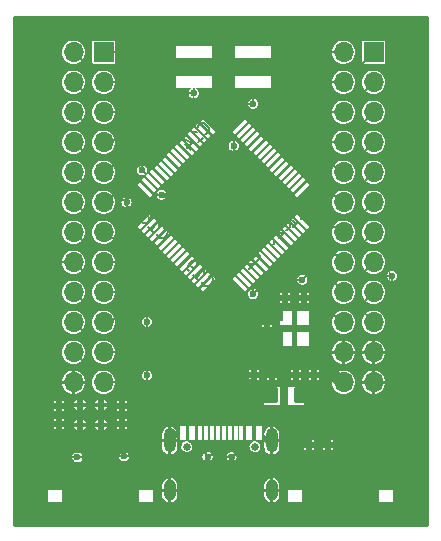
<source format=gts>
G04 #@! TF.GenerationSoftware,KiCad,Pcbnew,7.0.9*
G04 #@! TF.CreationDate,2023-12-24T11:58:57-08:00*
G04 #@! TF.ProjectId,stm43f405,73746d34-3366-4343-9035-2e6b69636164,rev?*
G04 #@! TF.SameCoordinates,Original*
G04 #@! TF.FileFunction,Soldermask,Top*
G04 #@! TF.FilePolarity,Negative*
%FSLAX46Y46*%
G04 Gerber Fmt 4.6, Leading zero omitted, Abs format (unit mm)*
G04 Created by KiCad (PCBNEW 7.0.9) date 2023-12-24 11:58:57*
%MOMM*%
%LPD*%
G01*
G04 APERTURE LIST*
G04 Aperture macros list*
%AMRoundRect*
0 Rectangle with rounded corners*
0 $1 Rounding radius*
0 $2 $3 $4 $5 $6 $7 $8 $9 X,Y pos of 4 corners*
0 Add a 4 corners polygon primitive as box body*
4,1,4,$2,$3,$4,$5,$6,$7,$8,$9,$2,$3,0*
0 Add four circle primitives for the rounded corners*
1,1,$1+$1,$2,$3*
1,1,$1+$1,$4,$5*
1,1,$1+$1,$6,$7*
1,1,$1+$1,$8,$9*
0 Add four rect primitives between the rounded corners*
20,1,$1+$1,$2,$3,$4,$5,0*
20,1,$1+$1,$4,$5,$6,$7,0*
20,1,$1+$1,$6,$7,$8,$9,0*
20,1,$1+$1,$8,$9,$2,$3,0*%
G04 Aperture macros list end*
%ADD10R,1.250000X1.000000*%
%ADD11R,3.150000X1.000000*%
%ADD12RoundRect,0.225000X0.225000X0.250000X-0.225000X0.250000X-0.225000X-0.250000X0.225000X-0.250000X0*%
%ADD13RoundRect,0.218750X-0.256250X0.218750X-0.256250X-0.218750X0.256250X-0.218750X0.256250X0.218750X0*%
%ADD14R,1.400000X1.500000*%
%ADD15C,0.650000*%
%ADD16R,0.600000X1.240000*%
%ADD17R,0.300000X1.240000*%
%ADD18O,1.000000X2.100000*%
%ADD19O,1.000000X1.800000*%
%ADD20RoundRect,0.200000X-0.275000X0.200000X-0.275000X-0.200000X0.275000X-0.200000X0.275000X0.200000X0*%
%ADD21R,1.000000X1.150000*%
%ADD22RoundRect,0.225000X-0.225000X-0.250000X0.225000X-0.250000X0.225000X0.250000X-0.225000X0.250000X0*%
%ADD23RoundRect,0.075000X0.548008X-0.441942X-0.441942X0.548008X-0.548008X0.441942X0.441942X-0.548008X0*%
%ADD24RoundRect,0.075000X0.548008X0.441942X0.441942X0.548008X-0.548008X-0.441942X-0.441942X-0.548008X0*%
%ADD25RoundRect,0.225000X0.250000X-0.225000X0.250000X0.225000X-0.250000X0.225000X-0.250000X-0.225000X0*%
%ADD26R,1.700000X1.700000*%
%ADD27O,1.700000X1.700000*%
G04 #@! TA.AperFunction,SMDPad,CuDef*
%ADD28R,1.250000X1.000000*%
G04 #@! TD*
G04 #@! TA.AperFunction,SMDPad,CuDef*
%ADD29R,3.150000X1.000000*%
G04 #@! TD*
G04 #@! TA.AperFunction,SMDPad,CuDef*
%ADD30RoundRect,0.225000X0.225000X0.250000X-0.225000X0.250000X-0.225000X-0.250000X0.225000X-0.250000X0*%
G04 #@! TD*
G04 #@! TA.AperFunction,SMDPad,CuDef*
%ADD31RoundRect,0.218750X-0.256250X0.218750X-0.256250X-0.218750X0.256250X-0.218750X0.256250X0.218750X0*%
G04 #@! TD*
G04 #@! TA.AperFunction,SMDPad,CuDef*
%ADD32R,1.400000X1.500000*%
G04 #@! TD*
G04 #@! TA.AperFunction,SMDPad,CuDef*
%ADD33R,0.600000X1.240000*%
G04 #@! TD*
G04 #@! TA.AperFunction,SMDPad,CuDef*
%ADD34R,0.300000X1.240000*%
G04 #@! TD*
G04 #@! TA.AperFunction,ComponentPad*
%ADD35O,1.000000X2.100000*%
G04 #@! TD*
G04 #@! TA.AperFunction,ComponentPad*
%ADD36O,1.000000X1.800000*%
G04 #@! TD*
G04 #@! TA.AperFunction,SMDPad,CuDef*
%ADD37RoundRect,0.200000X-0.275000X0.200000X-0.275000X-0.200000X0.275000X-0.200000X0.275000X0.200000X0*%
G04 #@! TD*
G04 #@! TA.AperFunction,SMDPad,CuDef*
%ADD38R,1.000000X1.150000*%
G04 #@! TD*
G04 #@! TA.AperFunction,SMDPad,CuDef*
%ADD39RoundRect,0.225000X-0.225000X-0.250000X0.225000X-0.250000X0.225000X0.250000X-0.225000X0.250000X0*%
G04 #@! TD*
G04 #@! TA.AperFunction,SMDPad,CuDef*
%ADD40RoundRect,0.075000X0.548008X-0.441942X-0.441942X0.548008X-0.548008X0.441942X0.441942X-0.548008X0*%
G04 #@! TD*
G04 #@! TA.AperFunction,SMDPad,CuDef*
%ADD41RoundRect,0.075000X0.548008X0.441942X0.441942X0.548008X-0.548008X-0.441942X-0.441942X-0.548008X0*%
G04 #@! TD*
G04 #@! TA.AperFunction,SMDPad,CuDef*
%ADD42RoundRect,0.225000X0.250000X-0.225000X0.250000X0.225000X-0.250000X0.225000X-0.250000X-0.225000X0*%
G04 #@! TD*
G04 #@! TA.AperFunction,ComponentPad*
%ADD43R,1.700000X1.700000*%
G04 #@! TD*
G04 #@! TA.AperFunction,ComponentPad*
%ADD44O,1.700000X1.700000*%
G04 #@! TD*
G04 #@! TA.AperFunction,ViaPad*
%ADD45C,0.600000*%
G04 #@! TD*
G04 #@! TA.AperFunction,Conductor*
%ADD46C,0.762000*%
G04 #@! TD*
G04 #@! TA.AperFunction,Conductor*
%ADD47C,0.152400*%
G04 #@! TD*
G04 #@! TA.AperFunction,Conductor*
%ADD48C,0.381000*%
G04 #@! TD*
G04 #@! TA.AperFunction,Conductor*
%ADD49C,0.508000*%
G04 #@! TD*
G04 #@! TA.AperFunction,Conductor*
%ADD50C,0.254000*%
G04 #@! TD*
G04 #@! TA.AperFunction,Conductor*
%ADD51C,0.200000*%
G04 #@! TD*
G04 #@! TA.AperFunction,SMDPad,CuDef*
%ADD52RoundRect,0.225000X-0.017678X0.335876X-0.335876X0.017678X0.017678X-0.335876X0.335876X-0.017678X0*%
G04 #@! TD*
G04 #@! TA.AperFunction,SMDPad,CuDef*
%ADD53RoundRect,0.225000X0.017678X-0.335876X0.335876X-0.017678X-0.017678X0.335876X-0.335876X0.017678X0*%
G04 #@! TD*
G04 #@! TA.AperFunction,SMDPad,CuDef*
%ADD54RoundRect,0.250000X-0.450000X-0.425000X0.450000X-0.425000X0.450000X0.425000X-0.450000X0.425000X0*%
G04 #@! TD*
G04 #@! TA.AperFunction,SMDPad,CuDef*
%ADD55RoundRect,0.225000X-0.335876X-0.017678X-0.017678X-0.335876X0.335876X0.017678X0.017678X0.335876X0*%
G04 #@! TD*
G04 #@! TA.AperFunction,SMDPad,CuDef*
%ADD56RoundRect,0.225000X-0.250000X0.225000X-0.250000X-0.225000X0.250000X-0.225000X0.250000X0.225000X0*%
G04 #@! TD*
G04 #@! TA.AperFunction,SMDPad,CuDef*
%ADD57R,2.000000X1.500000*%
G04 #@! TD*
G04 #@! TA.AperFunction,SMDPad,CuDef*
%ADD58R,2.000000X3.800000*%
G04 #@! TD*
G04 #@! TA.AperFunction,Conductor*
%ADD59C,1.016000*%
G04 #@! TD*
%ADD60RoundRect,0.225000X-0.017678X0.335876X-0.335876X0.017678X0.017678X-0.335876X0.335876X-0.017678X0*%
%ADD61RoundRect,0.225000X0.017678X-0.335876X0.335876X-0.017678X-0.017678X0.335876X-0.335876X0.017678X0*%
%ADD62RoundRect,0.250000X-0.450000X-0.425000X0.450000X-0.425000X0.450000X0.425000X-0.450000X0.425000X0*%
%ADD63RoundRect,0.225000X-0.335876X-0.017678X-0.017678X-0.335876X0.335876X0.017678X0.017678X0.335876X0*%
%ADD64RoundRect,0.225000X-0.250000X0.225000X-0.250000X-0.225000X0.250000X-0.225000X0.250000X0.225000X0*%
%ADD65R,2.000000X1.500000*%
%ADD66R,2.000000X3.800000*%
%ADD67C,0.150000*%
%ADD68C,0.120000*%
G04 #@! TA.AperFunction,Profile*
%ADD69C,0.254000*%
G04 #@! TD*
G04 APERTURE END LIST*
D10*
X119021000Y-69586000D03*
X111271000Y-69586000D03*
D11*
X102715000Y-31994000D03*
X107765000Y-31994000D03*
X102715000Y-34534000D03*
X107765000Y-34534000D03*
D12*
X112027000Y-52832000D03*
X110477000Y-52832000D03*
D13*
X91270000Y-61940500D03*
X91270000Y-63515500D03*
D14*
X109304951Y-61096050D03*
X111404951Y-61096050D03*
D15*
X102110000Y-65395000D03*
X107890000Y-65395000D03*
D16*
X101800000Y-64275000D03*
X102600000Y-64275000D03*
D17*
X103750000Y-64275000D03*
X104750000Y-64275000D03*
X105250000Y-64275000D03*
X106250000Y-64275000D03*
D16*
X107400000Y-64275000D03*
X108200000Y-64275000D03*
X108200000Y-64275000D03*
X107400000Y-64275000D03*
D17*
X106750000Y-64275000D03*
X105750000Y-64275000D03*
X104250000Y-64275000D03*
X103250000Y-64275000D03*
D16*
X102600000Y-64275000D03*
X101800000Y-64275000D03*
D18*
X100680000Y-64875000D03*
D19*
X100680000Y-69075000D03*
D18*
X109320000Y-64875000D03*
D19*
X109320000Y-69075000D03*
D20*
X94826000Y-61903000D03*
X94826000Y-63553000D03*
D12*
X112926000Y-59300000D03*
X111376000Y-59300000D03*
D20*
X93048000Y-61903000D03*
X93048000Y-63553000D03*
D21*
X110552000Y-54497000D03*
X110552000Y-56247000D03*
X111952000Y-56247000D03*
X111952000Y-54497000D03*
D10*
X98701000Y-69586000D03*
X90951000Y-69586000D03*
D22*
X112509000Y-65278000D03*
X114059000Y-65278000D03*
D23*
X106601181Y-51664481D03*
X106954734Y-51310928D03*
X107308287Y-50957375D03*
X107661841Y-50603821D03*
X108015394Y-50250268D03*
X108368948Y-49896714D03*
X108722501Y-49543161D03*
X109076054Y-49189608D03*
X109429608Y-48836054D03*
X109783161Y-48482501D03*
X110136714Y-48128948D03*
X110490268Y-47775394D03*
X110843821Y-47421841D03*
X111197375Y-47068287D03*
X111550928Y-46714734D03*
X111904481Y-46361181D03*
D24*
X111904481Y-43638819D03*
X111550928Y-43285266D03*
X111197375Y-42931713D03*
X110843821Y-42578159D03*
X110490268Y-42224606D03*
X110136714Y-41871052D03*
X109783161Y-41517499D03*
X109429608Y-41163946D03*
X109076054Y-40810392D03*
X108722501Y-40456839D03*
X108368948Y-40103286D03*
X108015394Y-39749732D03*
X107661841Y-39396179D03*
X107308287Y-39042625D03*
X106954734Y-38689072D03*
X106601181Y-38335519D03*
D23*
X103878819Y-38335519D03*
X103525266Y-38689072D03*
X103171713Y-39042625D03*
X102818159Y-39396179D03*
X102464606Y-39749732D03*
X102111052Y-40103286D03*
X101757499Y-40456839D03*
X101403946Y-40810392D03*
X101050392Y-41163946D03*
X100696839Y-41517499D03*
X100343286Y-41871052D03*
X99989732Y-42224606D03*
X99636179Y-42578159D03*
X99282625Y-42931713D03*
X98929072Y-43285266D03*
X98575519Y-43638819D03*
D24*
X98575519Y-46361181D03*
X98929072Y-46714734D03*
X99282625Y-47068287D03*
X99636179Y-47421841D03*
X99989732Y-47775394D03*
X100343286Y-48128948D03*
X100696839Y-48482501D03*
X101050392Y-48836054D03*
X101403946Y-49189608D03*
X101757499Y-49543161D03*
X102111052Y-49896714D03*
X102464606Y-50250268D03*
X102818159Y-50603821D03*
X103171713Y-50957375D03*
X103525266Y-51310928D03*
X103878819Y-51664481D03*
D25*
X108953000Y-56375473D03*
X108953000Y-54825473D03*
D13*
X96604000Y-61940500D03*
X96604000Y-63515500D03*
D22*
X107783899Y-59300000D03*
X109333899Y-59300000D03*
D26*
X117940000Y-32000000D03*
D27*
X115400000Y-32000000D03*
X117940000Y-34540000D03*
X115400000Y-34540000D03*
X117940000Y-37080000D03*
X115400000Y-37080000D03*
X117940000Y-39620000D03*
X115400000Y-39620000D03*
X117940000Y-42160000D03*
X115400000Y-42160000D03*
X117940000Y-44700000D03*
X115400000Y-44700000D03*
X117940000Y-47240000D03*
X115400000Y-47240000D03*
X117940000Y-49780000D03*
X115400000Y-49780000D03*
X117940000Y-52320000D03*
X115400000Y-52320000D03*
X117940000Y-54860000D03*
X115400000Y-54860000D03*
X117940000Y-57400000D03*
X115400000Y-57400000D03*
X117940000Y-59940000D03*
X115400000Y-59940000D03*
D26*
X95080000Y-32000000D03*
D27*
X92540000Y-32000000D03*
X95080000Y-34540000D03*
X92540000Y-34540000D03*
X95080000Y-37080000D03*
X92540000Y-37080000D03*
X95080000Y-39620000D03*
X92540000Y-39620000D03*
X95080000Y-42160000D03*
X92540000Y-42160000D03*
X95080000Y-44700000D03*
X92540000Y-44700000D03*
X95080000Y-47240000D03*
X92540000Y-47240000D03*
X95080000Y-49780000D03*
X92540000Y-49780000D03*
X95080000Y-52320000D03*
X92540000Y-52320000D03*
X95080000Y-54860000D03*
X92540000Y-54860000D03*
X95080000Y-57400000D03*
X92540000Y-57400000D03*
X95080000Y-59940000D03*
X92540000Y-59940000D03*
D28*
X119021000Y-69586000D03*
X111271000Y-69586000D03*
D29*
X102715000Y-31994000D03*
X107765000Y-31994000D03*
X102715000Y-34534000D03*
X107765000Y-34534000D03*
D30*
X112027000Y-52832000D03*
X110477000Y-52832000D03*
D31*
X91270000Y-61940500D03*
X91270000Y-63515500D03*
D32*
X109304951Y-61096050D03*
X111404951Y-61096050D03*
D33*
X101800000Y-64275000D03*
X102600000Y-64275000D03*
D34*
X103750000Y-64275000D03*
X104750000Y-64275000D03*
X105250000Y-64275000D03*
X106250000Y-64275000D03*
D33*
X107400000Y-64275000D03*
X108200000Y-64275000D03*
X108200000Y-64275000D03*
X107400000Y-64275000D03*
D34*
X106750000Y-64275000D03*
X105750000Y-64275000D03*
X104250000Y-64275000D03*
X103250000Y-64275000D03*
D33*
X102600000Y-64275000D03*
X101800000Y-64275000D03*
D35*
X100680000Y-64875000D03*
D36*
X100680000Y-69075000D03*
D35*
X109320000Y-64875000D03*
D36*
X109320000Y-69075000D03*
D37*
X94826000Y-61903000D03*
X94826000Y-63553000D03*
D30*
X112926000Y-59300000D03*
X111376000Y-59300000D03*
D37*
X93048000Y-61903000D03*
X93048000Y-63553000D03*
D38*
X110552000Y-54497000D03*
X110552000Y-56247000D03*
X111952000Y-56247000D03*
X111952000Y-54497000D03*
D28*
X98701000Y-69586000D03*
X90951000Y-69586000D03*
D39*
X112509000Y-65278000D03*
X114059000Y-65278000D03*
D40*
X106601181Y-51664481D03*
X106954734Y-51310928D03*
X107308287Y-50957375D03*
X107661841Y-50603821D03*
X108015394Y-50250268D03*
X108368948Y-49896714D03*
X108722501Y-49543161D03*
X109076054Y-49189608D03*
X109429608Y-48836054D03*
X109783161Y-48482501D03*
X110136714Y-48128948D03*
X110490268Y-47775394D03*
X110843821Y-47421841D03*
X111197375Y-47068287D03*
X111550928Y-46714734D03*
X111904481Y-46361181D03*
D41*
X111904481Y-43638819D03*
X111550928Y-43285266D03*
X111197375Y-42931713D03*
X110843821Y-42578159D03*
X110490268Y-42224606D03*
X110136714Y-41871052D03*
X109783161Y-41517499D03*
X109429608Y-41163946D03*
X109076054Y-40810392D03*
X108722501Y-40456839D03*
X108368948Y-40103286D03*
X108015394Y-39749732D03*
X107661841Y-39396179D03*
X107308287Y-39042625D03*
X106954734Y-38689072D03*
X106601181Y-38335519D03*
D40*
X103878819Y-38335519D03*
X103525266Y-38689072D03*
X103171713Y-39042625D03*
X102818159Y-39396179D03*
X102464606Y-39749732D03*
X102111052Y-40103286D03*
X101757499Y-40456839D03*
X101403946Y-40810392D03*
X101050392Y-41163946D03*
X100696839Y-41517499D03*
X100343286Y-41871052D03*
X99989732Y-42224606D03*
X99636179Y-42578159D03*
X99282625Y-42931713D03*
X98929072Y-43285266D03*
X98575519Y-43638819D03*
D41*
X98575519Y-46361181D03*
X98929072Y-46714734D03*
X99282625Y-47068287D03*
X99636179Y-47421841D03*
X99989732Y-47775394D03*
X100343286Y-48128948D03*
X100696839Y-48482501D03*
X101050392Y-48836054D03*
X101403946Y-49189608D03*
X101757499Y-49543161D03*
X102111052Y-49896714D03*
X102464606Y-50250268D03*
X102818159Y-50603821D03*
X103171713Y-50957375D03*
X103525266Y-51310928D03*
X103878819Y-51664481D03*
D42*
X108953000Y-56375473D03*
X108953000Y-54825473D03*
D31*
X96604000Y-61940500D03*
X96604000Y-63515500D03*
D39*
X107783899Y-59300000D03*
X109333899Y-59300000D03*
D43*
X117940000Y-32000000D03*
D44*
X115400000Y-32000000D03*
X117940000Y-34540000D03*
X115400000Y-34540000D03*
X117940000Y-37080000D03*
X115400000Y-37080000D03*
X117940000Y-39620000D03*
X115400000Y-39620000D03*
X117940000Y-42160000D03*
X115400000Y-42160000D03*
X117940000Y-44700000D03*
X115400000Y-44700000D03*
X117940000Y-47240000D03*
X115400000Y-47240000D03*
X117940000Y-49780000D03*
X115400000Y-49780000D03*
X117940000Y-52320000D03*
X115400000Y-52320000D03*
X117940000Y-54860000D03*
X115400000Y-54860000D03*
X117940000Y-57400000D03*
X115400000Y-57400000D03*
X117940000Y-59940000D03*
X115400000Y-59940000D03*
D43*
X95080000Y-32000000D03*
D44*
X92540000Y-32000000D03*
X95080000Y-34540000D03*
X92540000Y-34540000D03*
X95080000Y-37080000D03*
X92540000Y-37080000D03*
X95080000Y-39620000D03*
X92540000Y-39620000D03*
X95080000Y-42160000D03*
X92540000Y-42160000D03*
X95080000Y-44700000D03*
X92540000Y-44700000D03*
X95080000Y-47240000D03*
X92540000Y-47240000D03*
X95080000Y-49780000D03*
X92540000Y-49780000D03*
X95080000Y-52320000D03*
X92540000Y-52320000D03*
X95080000Y-54860000D03*
X92540000Y-54860000D03*
X95080000Y-57400000D03*
X92540000Y-57400000D03*
X95080000Y-59940000D03*
X92540000Y-59940000D03*
D45*
X101092000Y-58928000D03*
X93929200Y-61899800D03*
X99237800Y-44551600D03*
X107746800Y-44069000D03*
X101092000Y-60960000D03*
X98679000Y-68707000D03*
X101092000Y-56896000D03*
X103378000Y-47828200D03*
X106934000Y-53086000D03*
X108813600Y-42900600D03*
X104673400Y-32004000D03*
X102997000Y-53340000D03*
X109982000Y-46558200D03*
X101092000Y-54864000D03*
X105257600Y-39014400D03*
X102819200Y-48387000D03*
X111912400Y-51257200D03*
X119481600Y-50952400D03*
X92862400Y-66281000D03*
X98755200Y-59359800D03*
X98755200Y-54813200D03*
X96824800Y-66231000D03*
X108966000Y-47193200D03*
X114401600Y-66548000D03*
X114350800Y-68326000D03*
X112826800Y-52832000D03*
X114833400Y-65278000D03*
X97917000Y-44297600D03*
X96621600Y-67894200D03*
X112750600Y-61925200D03*
X106781600Y-45008800D03*
X106603800Y-61925200D03*
X120523000Y-50927000D03*
X104013000Y-41275000D03*
X112649000Y-42545000D03*
X99822000Y-59359800D03*
X111887000Y-48768000D03*
X114452400Y-62992000D03*
X112776000Y-54508400D03*
X105841800Y-32004000D03*
X104876600Y-68630800D03*
X110845600Y-57150000D03*
X107010200Y-59309000D03*
X93116400Y-67843400D03*
X106426000Y-53848000D03*
X107746800Y-37287200D03*
X101574600Y-45643800D03*
X104673400Y-35458400D03*
X101447600Y-53746400D03*
X106578400Y-47421800D03*
X97434400Y-61950600D03*
X113360200Y-60020200D03*
X107746800Y-52476400D03*
X107238800Y-66192400D03*
X102819200Y-66217800D03*
X107391200Y-63322200D03*
X111023400Y-68199000D03*
X111023400Y-67437000D03*
X102616000Y-63322200D03*
X107746800Y-36372800D03*
X98342956Y-41992044D03*
X102715000Y-35461000D03*
X97028000Y-44704000D03*
X103886000Y-66243200D03*
X105918000Y-66294000D03*
X106095800Y-39928800D03*
X99999800Y-44069000D03*
D46*
X104663400Y-31994000D02*
X104673400Y-32004000D01*
X98701000Y-69586000D02*
X98701000Y-68729000D01*
X98701000Y-68729000D02*
X98679000Y-68707000D01*
D47*
X99237800Y-44301100D02*
X98575519Y-43638819D01*
D46*
X102715000Y-31994000D02*
X104663400Y-31994000D01*
D47*
X99237800Y-44551600D02*
X99237800Y-44301100D01*
X106934000Y-51997300D02*
X106934000Y-53086000D01*
D46*
X93929200Y-61899800D02*
X93926000Y-61903000D01*
D47*
X110542688Y-43586400D02*
X109499400Y-43586400D01*
X103878819Y-51664481D02*
X102997000Y-52546300D01*
X110843821Y-47421841D02*
X110843821Y-47420021D01*
D46*
X94826000Y-61903000D02*
X93932400Y-61903000D01*
D47*
X106601181Y-38335519D02*
X105922300Y-39014400D01*
X110843821Y-47420021D02*
X109982000Y-46558200D01*
X109499400Y-43586400D02*
X108813600Y-42900600D01*
X106601181Y-51664481D02*
X106934000Y-51997300D01*
X111197375Y-42931713D02*
X110542688Y-43586400D01*
X102997000Y-52546300D02*
X102997000Y-53340000D01*
D46*
X93932400Y-61903000D02*
X93929200Y-61899800D01*
D47*
X105922300Y-39014400D02*
X105257600Y-39014400D01*
D46*
X93926000Y-61903000D02*
X93048000Y-61903000D01*
D47*
X110436540Y-51257200D02*
X108722501Y-49543161D01*
X112509000Y-68897800D02*
X112509000Y-65278000D01*
X113677400Y-64109600D02*
X112509000Y-65278000D01*
X111912400Y-51257200D02*
X110436540Y-51257200D01*
X119481600Y-61925200D02*
X117297200Y-64109600D01*
X111820800Y-69586000D02*
X112509000Y-68897800D01*
X117297200Y-64109600D02*
X113677400Y-64109600D01*
X111271000Y-69586000D02*
X111820800Y-69586000D01*
X119481600Y-50952400D02*
X119481600Y-61925200D01*
X98755200Y-65887600D02*
X98411800Y-66231000D01*
X90951000Y-66833800D02*
X90951000Y-69586000D01*
X98755200Y-53959674D02*
X102464606Y-50250268D01*
X92862400Y-66281000D02*
X91503800Y-66281000D01*
X98411800Y-66231000D02*
X96824800Y-66231000D01*
X98755200Y-59359800D02*
X98755200Y-65887600D01*
X98755200Y-54813200D02*
X98755200Y-53959674D01*
X91503800Y-66281000D02*
X90951000Y-66833800D01*
D46*
X107765000Y-31994000D02*
X105851800Y-31994000D01*
X112926000Y-59300000D02*
X113360200Y-59734200D01*
X112764600Y-54497000D02*
X111952000Y-54497000D01*
D47*
X112395000Y-42545000D02*
X112649000Y-42545000D01*
D48*
X109320000Y-64875000D02*
X108800000Y-64875000D01*
D46*
X113360200Y-59734200D02*
X113360200Y-60020200D01*
X110552000Y-56247000D02*
X110552000Y-56856400D01*
D49*
X101280000Y-64275000D02*
X101800000Y-64275000D01*
D47*
X112291194Y-42545000D02*
X112395000Y-42545000D01*
D46*
X96604000Y-61940500D02*
X97424300Y-61940500D01*
X108953000Y-56375473D02*
X110423527Y-56375473D01*
D48*
X108800000Y-64875000D02*
X108200000Y-64275000D01*
D46*
X97424300Y-61940500D02*
X97434400Y-61950600D01*
X110552000Y-56856400D02*
X110845600Y-57150000D01*
X112027000Y-52832000D02*
X112826800Y-52832000D01*
X107019200Y-59300000D02*
X107010200Y-59309000D01*
X112776000Y-54508400D02*
X112764600Y-54497000D01*
X107783899Y-59300000D02*
X107019200Y-59300000D01*
X114059000Y-65278000D02*
X114833400Y-65278000D01*
X105851800Y-31994000D02*
X105841800Y-32004000D01*
D47*
X111550928Y-43285266D02*
X112291194Y-42545000D01*
D46*
X110423527Y-56375473D02*
X110552000Y-56247000D01*
D49*
X100680000Y-64875000D02*
X101280000Y-64275000D01*
D47*
X107746800Y-52102994D02*
X106954734Y-51310928D01*
X107746800Y-52476400D02*
X107746800Y-52102994D01*
X110635646Y-50749200D02*
X112344200Y-50749200D01*
X113538000Y-53213000D02*
X115185000Y-54860000D01*
X109076054Y-49189608D02*
X110635646Y-50749200D01*
X115185000Y-54860000D02*
X115400000Y-54860000D01*
X113538000Y-51943000D02*
X113538000Y-53213000D01*
X112344200Y-50749200D02*
X113538000Y-51943000D01*
X109429608Y-48836054D02*
X110987154Y-50393600D01*
X116666000Y-53594000D02*
X117940000Y-52320000D01*
X114681000Y-53594000D02*
X116666000Y-53594000D01*
X112750600Y-50393600D02*
X114046000Y-51689000D01*
X110987154Y-50393600D02*
X112750600Y-50393600D01*
X114046000Y-52959000D02*
X114681000Y-53594000D01*
X114046000Y-51689000D02*
X114046000Y-52959000D01*
X115400000Y-52320000D02*
X113067200Y-49987200D01*
X113067200Y-49987200D02*
X111287860Y-49987200D01*
X111287860Y-49987200D02*
X109783161Y-48482501D01*
D50*
X107188000Y-66141600D02*
X107238800Y-66192400D01*
D49*
X102600000Y-63338200D02*
X102616000Y-63322200D01*
D50*
X102819200Y-64494200D02*
X102819200Y-66217800D01*
X102600000Y-64275000D02*
X102819200Y-64494200D01*
D49*
X107400000Y-64275000D02*
X107400000Y-63331000D01*
D50*
X107400000Y-64275000D02*
X107188000Y-64487000D01*
D49*
X107400000Y-63331000D02*
X107391200Y-63322200D01*
X102600000Y-64275000D02*
X102600000Y-63338200D01*
D50*
X107188000Y-64487000D02*
X107188000Y-66141600D01*
D47*
X111639366Y-49631600D02*
X110136714Y-48128948D01*
X116666000Y-51054000D02*
X114808000Y-51054000D01*
X114808000Y-51054000D02*
X113385600Y-49631600D01*
X113385600Y-49631600D02*
X111639366Y-49631600D01*
X117940000Y-49780000D02*
X116666000Y-51054000D01*
X114769000Y-49149000D02*
X115400000Y-49780000D01*
X113278088Y-49149000D02*
X114769000Y-49149000D01*
X111197375Y-47068287D02*
X113278088Y-49149000D01*
X111550928Y-46714734D02*
X113350194Y-48514000D01*
X116666000Y-48514000D02*
X117940000Y-47240000D01*
X113350194Y-48514000D02*
X116666000Y-48514000D01*
X114968305Y-46808305D02*
X115400000Y-47240000D01*
X111904481Y-46361181D02*
X112351605Y-46808305D01*
X112351605Y-46808305D02*
X114968305Y-46808305D01*
X96566500Y-63553000D02*
X96604000Y-63515500D01*
X94826000Y-63553000D02*
X96566500Y-63553000D01*
X111904481Y-43638819D02*
X114239662Y-45974000D01*
X116666000Y-45974000D02*
X117940000Y-44700000D01*
X114239662Y-45974000D02*
X116666000Y-45974000D01*
X113707600Y-43267600D02*
X115140000Y-44700000D01*
X113707600Y-42357600D02*
X113707600Y-43267600D01*
X115140000Y-44700000D02*
X115400000Y-44700000D01*
X110843821Y-42578159D02*
X111638980Y-41783000D01*
X113133000Y-41783000D02*
X113707600Y-42357600D01*
X111638980Y-41783000D02*
X113133000Y-41783000D01*
X114140000Y-41980000D02*
X113435000Y-41275000D01*
X113435000Y-41275000D02*
X111439874Y-41275000D01*
X117940000Y-42160000D02*
X116666000Y-43434000D01*
X114140000Y-42893000D02*
X114140000Y-41980000D01*
X114681000Y-43434000D02*
X114140000Y-42893000D01*
X116666000Y-43434000D02*
X114681000Y-43434000D01*
X111439874Y-41275000D02*
X110490268Y-42224606D01*
X110136714Y-41871052D02*
X111367766Y-40640000D01*
X115058000Y-42160000D02*
X115400000Y-42160000D01*
X113538000Y-40640000D02*
X115058000Y-42160000D01*
X111367766Y-40640000D02*
X113538000Y-40640000D01*
X114681000Y-40894000D02*
X113919000Y-40132000D01*
X117940000Y-39620000D02*
X116666000Y-40894000D01*
X111168660Y-40132000D02*
X109783161Y-41517499D01*
X113919000Y-40132000D02*
X111168660Y-40132000D01*
X116666000Y-40894000D02*
X114681000Y-40894000D01*
X109429608Y-41163946D02*
X110973554Y-39620000D01*
X110973554Y-39620000D02*
X115400000Y-39620000D01*
X109076054Y-40810392D02*
X111532446Y-38354000D01*
X111532446Y-38354000D02*
X116666000Y-38354000D01*
X116666000Y-38354000D02*
X117940000Y-37080000D01*
X108722501Y-40456839D02*
X112099340Y-37080000D01*
X112099340Y-37080000D02*
X115400000Y-37080000D01*
X116666000Y-35814000D02*
X117940000Y-34540000D01*
X108368948Y-40103286D02*
X112658234Y-35814000D01*
X112658234Y-35814000D02*
X116666000Y-35814000D01*
X108015394Y-39749732D02*
X111252000Y-36513126D01*
X111764000Y-34540000D02*
X115400000Y-34540000D01*
X111252000Y-35052000D02*
X111764000Y-34540000D01*
X111252000Y-36513126D02*
X111252000Y-35052000D01*
X116666000Y-33274000D02*
X111506000Y-33274000D01*
X111506000Y-33274000D02*
X110617000Y-34163000D01*
X117940000Y-32000000D02*
X116666000Y-33274000D01*
X110617000Y-36441020D02*
X107661841Y-39396179D01*
X110617000Y-34163000D02*
X110617000Y-36441020D01*
X93010500Y-63515500D02*
X93048000Y-63553000D01*
X91270000Y-63515500D02*
X93010500Y-63515500D01*
X109982000Y-36368912D02*
X109982000Y-33020000D01*
X111002000Y-32000000D02*
X115400000Y-32000000D01*
X107308287Y-39042625D02*
X109982000Y-36368912D01*
X109982000Y-33020000D02*
X111002000Y-32000000D01*
X97543300Y-32000000D02*
X95080000Y-32000000D01*
X103878819Y-38335519D02*
X97543300Y-32000000D01*
X98110194Y-33274000D02*
X93814000Y-33274000D01*
X93814000Y-33274000D02*
X92540000Y-32000000D01*
X103525266Y-38689072D02*
X98110194Y-33274000D01*
X103171713Y-39042625D02*
X98669088Y-34540000D01*
X98669088Y-34540000D02*
X95080000Y-34540000D01*
X93814000Y-35814000D02*
X92540000Y-34540000D01*
X99235980Y-35814000D02*
X93814000Y-35814000D01*
X102818159Y-39396179D02*
X99235980Y-35814000D01*
X102464606Y-39726606D02*
X99818000Y-37080000D01*
X99818000Y-37080000D02*
X95080000Y-37080000D01*
X102464606Y-39749732D02*
X102464606Y-39726606D01*
X96774000Y-37719000D02*
X96139000Y-38354000D01*
X96139000Y-38354000D02*
X93814000Y-38354000D01*
X102111052Y-40103286D02*
X99726766Y-37719000D01*
X93814000Y-38354000D02*
X92540000Y-37080000D01*
X99726766Y-37719000D02*
X96774000Y-37719000D01*
X95762000Y-39620000D02*
X95080000Y-39620000D01*
X99527660Y-38227000D02*
X97155000Y-38227000D01*
X97155000Y-38227000D02*
X95762000Y-39620000D01*
X101757499Y-40456839D02*
X99527660Y-38227000D01*
X97853500Y-38735000D02*
X99328554Y-38735000D01*
X99328554Y-38735000D02*
X101403946Y-40810392D01*
X93814000Y-40894000D02*
X95694500Y-40894000D01*
X95694500Y-40894000D02*
X97853500Y-38735000D01*
X92540000Y-39620000D02*
X93814000Y-40894000D01*
X98298000Y-39243000D02*
X95381000Y-42160000D01*
X101050392Y-41163946D02*
X99129446Y-39243000D01*
X99129446Y-39243000D02*
X98298000Y-39243000D01*
X95381000Y-42160000D02*
X95080000Y-42160000D01*
X99057340Y-39878000D02*
X98425000Y-39878000D01*
X100696839Y-41517499D02*
X99057340Y-39878000D01*
X96393000Y-42799000D02*
X95758000Y-43434000D01*
X98425000Y-39878000D02*
X96393000Y-41910000D01*
X96393000Y-41910000D02*
X96393000Y-42799000D01*
X95758000Y-43434000D02*
X93814000Y-43434000D01*
X93814000Y-43434000D02*
X92540000Y-42160000D01*
D51*
X104750000Y-63344999D02*
X104663500Y-63258499D01*
X104663500Y-63258499D02*
X104663500Y-55460724D01*
X105446500Y-47803704D02*
X100652091Y-43009295D01*
X104663500Y-55460724D02*
X105446500Y-54677724D01*
X104750000Y-64275000D02*
X104750000Y-63344999D01*
X105553499Y-63258499D02*
X104663500Y-63258499D01*
X100652091Y-43009295D02*
X100652091Y-42886965D01*
X105446500Y-54677724D02*
X105446500Y-47803704D01*
X100652091Y-42886965D02*
X99989732Y-42224606D01*
X105750000Y-63455000D02*
X105553499Y-63258499D01*
X105750000Y-64275000D02*
X105750000Y-63455000D01*
X105119500Y-54542276D02*
X105119500Y-47939150D01*
X104394000Y-65532000D02*
X105092500Y-65532000D01*
X104250000Y-64275000D02*
X104250000Y-65388000D01*
X100420868Y-43240518D02*
X100298538Y-43240518D01*
X104250000Y-65388000D02*
X104394000Y-65532000D01*
X104250000Y-63344999D02*
X104336500Y-63258499D01*
X104336500Y-63258499D02*
X104336500Y-55325276D01*
X104336500Y-55325276D02*
X105119500Y-54542276D01*
X105092500Y-65532000D02*
X105250000Y-65374500D01*
X105250000Y-65374500D02*
X105250000Y-64275000D01*
X100298538Y-43240518D02*
X99636179Y-42578159D01*
X105119500Y-47939150D02*
X100420868Y-43240518D01*
X104250000Y-64275000D02*
X104250000Y-63344999D01*
D47*
X108508800Y-52157888D02*
X108508800Y-52679600D01*
X109333899Y-61067102D02*
X109304951Y-61096050D01*
X108813600Y-58521600D02*
X109333899Y-59041899D01*
X109333899Y-59041899D02*
X109333899Y-59300000D01*
X109333899Y-59300000D02*
X109333899Y-61067102D01*
X107289600Y-53898800D02*
X107289600Y-58064400D01*
X107308287Y-50957375D02*
X108508800Y-52157888D01*
X107746800Y-58521600D02*
X108813600Y-58521600D01*
X108508800Y-52679600D02*
X107289600Y-53898800D01*
X107289600Y-58064400D02*
X107746800Y-58521600D01*
X100343286Y-41871052D02*
X98985234Y-40513000D01*
X98985234Y-40513000D02*
X98425000Y-40513000D01*
X98425000Y-40513000D02*
X96901000Y-42037000D01*
X96901000Y-42037000D02*
X96901000Y-43180000D01*
X95381000Y-44700000D02*
X95080000Y-44700000D01*
X96901000Y-43180000D02*
X95381000Y-44700000D01*
X97155000Y-47371000D02*
X95758000Y-45974000D01*
X93814000Y-45974000D02*
X92540000Y-44700000D01*
X98929072Y-46714734D02*
X98272806Y-47371000D01*
X98272806Y-47371000D02*
X97155000Y-47371000D01*
X95758000Y-45974000D02*
X93814000Y-45974000D01*
X98598912Y-47752000D02*
X99282625Y-47068287D01*
X95592000Y-47752000D02*
X98598912Y-47752000D01*
X95080000Y-47240000D02*
X95592000Y-47752000D01*
X99636179Y-47421841D02*
X99636179Y-47429821D01*
X99636179Y-47429821D02*
X98552000Y-48514000D01*
X93814000Y-48514000D02*
X92540000Y-47240000D01*
X98552000Y-48514000D02*
X93814000Y-48514000D01*
X97985126Y-49780000D02*
X95080000Y-49780000D01*
X99989732Y-47775394D02*
X97985126Y-49780000D01*
X90529600Y-49780000D02*
X89814400Y-50495200D01*
X93814000Y-51054000D02*
X92540000Y-49780000D01*
X89814400Y-50495200D02*
X89814400Y-61163200D01*
X92540000Y-49780000D02*
X90529600Y-49780000D01*
X97418234Y-51054000D02*
X93814000Y-51054000D01*
X90591700Y-61940500D02*
X91270000Y-61940500D01*
X89814400Y-61163200D02*
X90591700Y-61940500D01*
X100343286Y-48128948D02*
X97418234Y-51054000D01*
X100696839Y-48482501D02*
X96859340Y-52320000D01*
X96859340Y-52320000D02*
X95080000Y-52320000D01*
X101050392Y-48836054D02*
X96292446Y-53594000D01*
X93814000Y-53594000D02*
X92540000Y-52320000D01*
X96292446Y-53594000D02*
X93814000Y-53594000D01*
X95733554Y-54860000D02*
X101403946Y-49189608D01*
X95080000Y-54860000D02*
X95733554Y-54860000D01*
X93814000Y-56134000D02*
X92540000Y-54860000D01*
X101757499Y-49543161D02*
X97129600Y-54171060D01*
X96367600Y-56134000D02*
X93814000Y-56134000D01*
X97129600Y-55372000D02*
X96367600Y-56134000D01*
X97129600Y-54171060D02*
X97129600Y-55372000D01*
X107645200Y-54203600D02*
X107645200Y-57658000D01*
X107645200Y-57658000D02*
X108102400Y-58115200D01*
X110191200Y-58115200D02*
X111376000Y-59300000D01*
X108864400Y-51806380D02*
X108864400Y-52984400D01*
X108102400Y-58115200D02*
X110191200Y-58115200D01*
X111376000Y-59300000D02*
X111376000Y-61067099D01*
X107661841Y-50603821D02*
X108864400Y-51806380D01*
X108864400Y-52984400D02*
X107645200Y-54203600D01*
X111376000Y-61067099D02*
X111404951Y-61096050D01*
X97967800Y-55905400D02*
X96473200Y-57400000D01*
X97967800Y-54051200D02*
X97967800Y-55905400D01*
X102111052Y-49896714D02*
X102111052Y-49907948D01*
X102111052Y-49907948D02*
X97967800Y-54051200D01*
X96473200Y-57400000D02*
X95080000Y-57400000D01*
X99517200Y-53904780D02*
X102818159Y-50603821D01*
X92540000Y-57400000D02*
X93814000Y-58674000D01*
X97028000Y-58674000D02*
X99517200Y-56184800D01*
X93814000Y-58674000D02*
X97028000Y-58674000D01*
X99517200Y-56184800D02*
X99517200Y-53904780D01*
X100177600Y-56489600D02*
X96727200Y-59940000D01*
X103171713Y-50957375D02*
X100177600Y-53951488D01*
X100177600Y-53951488D02*
X100177600Y-56489600D01*
X96727200Y-59940000D02*
X95080000Y-59940000D01*
X111252000Y-55372000D02*
X111952000Y-56072000D01*
X108953000Y-54825473D02*
X109499527Y-55372000D01*
X108015394Y-50250268D02*
X109575600Y-51810474D01*
X109575600Y-54202873D02*
X108953000Y-54825473D01*
X109575600Y-51810474D02*
X109575600Y-54202873D01*
X109499527Y-55372000D02*
X111252000Y-55372000D01*
X111952000Y-56072000D02*
X111952000Y-56247000D01*
X108368948Y-49896714D02*
X110477000Y-52004766D01*
X110477000Y-54422000D02*
X110552000Y-54497000D01*
X110477000Y-52004766D02*
X110477000Y-52832000D01*
X110477000Y-52832000D02*
X110477000Y-54422000D01*
X98342956Y-41992044D02*
X99282625Y-42931713D01*
X107746800Y-36372800D02*
X107765000Y-36354600D01*
X107765000Y-36354600D02*
X107765000Y-34534000D01*
X97028000Y-46482000D02*
X97536000Y-46990000D01*
X97028000Y-44704000D02*
X97028000Y-46482000D01*
X97536000Y-46990000D02*
X97946700Y-46990000D01*
X97946700Y-46990000D02*
X98575519Y-46361181D01*
X102715000Y-35461000D02*
X102715000Y-34534000D01*
X103750000Y-66107200D02*
X103750000Y-64275000D01*
X103886000Y-66243200D02*
X103750000Y-66107200D01*
X105918000Y-66294000D02*
X106750000Y-65462000D01*
X106750000Y-65462000D02*
X106750000Y-64275000D01*
X106095800Y-39548006D02*
X106095800Y-39928800D01*
X106954734Y-38689072D02*
X106095800Y-39548006D01*
X99712806Y-44069000D02*
X99999800Y-44069000D01*
X98929072Y-43285266D02*
X99712806Y-44069000D01*
G04 #@! TA.AperFunction,Conductor*
G36*
X122481194Y-29018806D02*
G01*
X122499500Y-29063000D01*
X122499500Y-71937000D01*
X122481194Y-71981194D01*
X122437000Y-71999500D01*
X87563000Y-71999500D01*
X87518806Y-71981194D01*
X87500500Y-71937000D01*
X87500500Y-70098558D01*
X90198500Y-70098558D01*
X90200979Y-70111018D01*
X90205898Y-70135748D01*
X90205898Y-70135749D01*
X90234077Y-70177922D01*
X90262257Y-70196750D01*
X90276252Y-70206102D01*
X90313442Y-70213500D01*
X90313443Y-70213500D01*
X91588557Y-70213500D01*
X91588558Y-70213500D01*
X91625748Y-70206102D01*
X91667922Y-70177922D01*
X91696102Y-70135748D01*
X91703500Y-70098558D01*
X97948500Y-70098558D01*
X97950979Y-70111018D01*
X97955898Y-70135748D01*
X97955898Y-70135749D01*
X97984077Y-70177922D01*
X98012257Y-70196750D01*
X98026252Y-70206102D01*
X98063442Y-70213500D01*
X98063443Y-70213500D01*
X99338557Y-70213500D01*
X99338558Y-70213500D01*
X99375748Y-70206102D01*
X99417922Y-70177922D01*
X99446102Y-70135748D01*
X99453500Y-70098558D01*
X99453500Y-69518930D01*
X99926000Y-69518930D01*
X99941329Y-69650066D01*
X100001613Y-69815696D01*
X100001613Y-69815697D01*
X100098468Y-69962959D01*
X100226675Y-70083916D01*
X100226678Y-70083918D01*
X100379325Y-70172048D01*
X100548174Y-70222599D01*
X100548182Y-70222600D01*
X100553000Y-70222880D01*
X100553000Y-69750772D01*
X100651840Y-69778895D01*
X100763521Y-69768546D01*
X100807000Y-69746895D01*
X100807000Y-70218238D01*
X100897716Y-70202242D01*
X100897721Y-70202240D01*
X101059566Y-70132427D01*
X101200949Y-70027172D01*
X101200950Y-70027171D01*
X101314244Y-69892152D01*
X101393350Y-69734642D01*
X101393354Y-69734632D01*
X101433998Y-69563137D01*
X101434000Y-69563127D01*
X101434000Y-69518930D01*
X108566000Y-69518930D01*
X108581329Y-69650066D01*
X108641613Y-69815696D01*
X108641613Y-69815697D01*
X108738468Y-69962959D01*
X108866675Y-70083916D01*
X108866678Y-70083918D01*
X109019325Y-70172048D01*
X109188174Y-70222599D01*
X109188182Y-70222600D01*
X109193000Y-70222880D01*
X109193000Y-69750772D01*
X109291840Y-69778895D01*
X109403521Y-69768546D01*
X109447000Y-69746895D01*
X109447000Y-70218238D01*
X109537716Y-70202242D01*
X109537721Y-70202240D01*
X109699566Y-70132427D01*
X109745060Y-70098558D01*
X110518500Y-70098558D01*
X110520979Y-70111018D01*
X110525898Y-70135748D01*
X110525898Y-70135749D01*
X110554077Y-70177922D01*
X110582257Y-70196750D01*
X110596252Y-70206102D01*
X110633442Y-70213500D01*
X110633443Y-70213500D01*
X111908557Y-70213500D01*
X111908558Y-70213500D01*
X111945748Y-70206102D01*
X111987922Y-70177922D01*
X112016102Y-70135748D01*
X112023500Y-70098558D01*
X112023500Y-69713000D01*
X118142001Y-69713000D01*
X118142001Y-70111018D01*
X118156736Y-70185104D01*
X118156738Y-70185108D01*
X118212876Y-70269123D01*
X118296891Y-70325261D01*
X118296895Y-70325263D01*
X118370982Y-70339999D01*
X118894000Y-70339999D01*
X118894000Y-69713000D01*
X119148000Y-69713000D01*
X119148000Y-70339999D01*
X119671015Y-70339999D01*
X119671018Y-70339998D01*
X119745104Y-70325263D01*
X119745108Y-70325261D01*
X119829123Y-70269123D01*
X119885261Y-70185108D01*
X119885263Y-70185104D01*
X119899999Y-70111017D01*
X119900000Y-70111017D01*
X119900000Y-69713000D01*
X119148000Y-69713000D01*
X118894000Y-69713000D01*
X118142001Y-69713000D01*
X112023500Y-69713000D01*
X112023500Y-69697263D01*
X112041805Y-69653070D01*
X112235875Y-69459000D01*
X118142000Y-69459000D01*
X118894000Y-69459000D01*
X118894000Y-68832000D01*
X119148000Y-68832000D01*
X119148000Y-69459000D01*
X119899999Y-69459000D01*
X119899999Y-69060985D01*
X119899998Y-69060981D01*
X119885263Y-68986895D01*
X119885261Y-68986891D01*
X119829123Y-68902876D01*
X119745108Y-68846738D01*
X119745104Y-68846736D01*
X119671017Y-68832000D01*
X119148000Y-68832000D01*
X118894000Y-68832000D01*
X118370985Y-68832000D01*
X118370981Y-68832001D01*
X118296895Y-68846736D01*
X118296891Y-68846738D01*
X118212876Y-68902876D01*
X118156738Y-68986891D01*
X118156736Y-68986895D01*
X118142000Y-69060982D01*
X118142000Y-69459000D01*
X112235875Y-69459000D01*
X112621056Y-69073818D01*
X112638133Y-69061702D01*
X112639271Y-69061155D01*
X112660037Y-69035113D01*
X112662354Y-69032520D01*
X112669269Y-69025607D01*
X112674462Y-69017340D01*
X112676493Y-69014479D01*
X112692763Y-68994078D01*
X112697248Y-68988455D01*
X112697529Y-68987223D01*
X112705544Y-68967874D01*
X112706214Y-68966809D01*
X112709943Y-68933702D01*
X112710526Y-68930276D01*
X112712700Y-68920754D01*
X112712700Y-68910998D01*
X112712897Y-68907496D01*
X112714192Y-68896000D01*
X112716625Y-68874406D01*
X112716207Y-68873210D01*
X112712700Y-68852568D01*
X112712700Y-65942529D01*
X112731006Y-65898335D01*
X112766191Y-65880682D01*
X112767447Y-65880499D01*
X112767452Y-65880499D01*
X112835972Y-65870517D01*
X112941662Y-65818848D01*
X113024848Y-65735662D01*
X113076517Y-65629972D01*
X113086500Y-65561453D01*
X113086500Y-65405000D01*
X113355000Y-65405000D01*
X113355000Y-65573827D01*
X113361133Y-65630867D01*
X113409268Y-65759923D01*
X113409270Y-65759926D01*
X113491810Y-65870184D01*
X113491815Y-65870189D01*
X113602073Y-65952729D01*
X113602076Y-65952731D01*
X113731132Y-66000866D01*
X113788172Y-66006999D01*
X113788186Y-66007000D01*
X113932000Y-66007000D01*
X113932000Y-65405000D01*
X114186000Y-65405000D01*
X114186000Y-66007000D01*
X114329814Y-66007000D01*
X114329827Y-66006999D01*
X114386867Y-66000866D01*
X114515923Y-65952731D01*
X114515926Y-65952729D01*
X114626184Y-65870189D01*
X114626189Y-65870184D01*
X114708729Y-65759926D01*
X114708731Y-65759923D01*
X114756866Y-65630867D01*
X114762999Y-65573827D01*
X114763000Y-65573814D01*
X114763000Y-65405000D01*
X114186000Y-65405000D01*
X113932000Y-65405000D01*
X113355000Y-65405000D01*
X113086500Y-65405000D01*
X113086499Y-65014461D01*
X113104804Y-64970269D01*
X113283605Y-64791469D01*
X113327797Y-64773164D01*
X113371991Y-64791470D01*
X113390297Y-64835664D01*
X113386357Y-64857505D01*
X113361133Y-64925134D01*
X113355000Y-64982172D01*
X113355000Y-65151000D01*
X113932000Y-65151000D01*
X113932000Y-64549000D01*
X114186000Y-64549000D01*
X114186000Y-65151000D01*
X114763000Y-65151000D01*
X114763000Y-64982185D01*
X114762999Y-64982172D01*
X114756866Y-64925132D01*
X114708731Y-64796076D01*
X114708729Y-64796073D01*
X114626189Y-64685815D01*
X114626184Y-64685810D01*
X114515926Y-64603270D01*
X114515923Y-64603268D01*
X114386867Y-64555133D01*
X114329827Y-64549000D01*
X114186000Y-64549000D01*
X113932000Y-64549000D01*
X113788172Y-64549000D01*
X113731130Y-64555133D01*
X113663506Y-64580356D01*
X113615701Y-64578649D01*
X113583106Y-64543638D01*
X113584813Y-64495833D01*
X113597469Y-64477605D01*
X113743469Y-64331606D01*
X113787663Y-64313300D01*
X117251969Y-64313300D01*
X117272614Y-64316808D01*
X117273806Y-64317225D01*
X117298317Y-64314463D01*
X117306897Y-64313497D01*
X117310399Y-64313300D01*
X117320153Y-64313300D01*
X117320154Y-64313300D01*
X117329676Y-64311126D01*
X117333102Y-64310543D01*
X117366209Y-64306814D01*
X117367274Y-64306144D01*
X117386623Y-64298129D01*
X117387855Y-64297848D01*
X117413879Y-64277092D01*
X117416742Y-64275061D01*
X117425007Y-64269869D01*
X117431920Y-64262954D01*
X117434513Y-64260637D01*
X117460555Y-64239871D01*
X117461102Y-64238733D01*
X117473218Y-64221656D01*
X119593656Y-62101218D01*
X119610733Y-62089102D01*
X119611871Y-62088555D01*
X119632637Y-62062513D01*
X119634954Y-62059920D01*
X119641869Y-62053007D01*
X119647062Y-62044740D01*
X119649093Y-62041879D01*
X119669848Y-62015855D01*
X119670129Y-62014623D01*
X119678144Y-61995274D01*
X119678814Y-61994209D01*
X119682543Y-61961102D01*
X119683126Y-61957676D01*
X119685300Y-61948154D01*
X119685300Y-61938398D01*
X119685497Y-61934896D01*
X119686183Y-61928798D01*
X119689225Y-61901806D01*
X119688807Y-61900610D01*
X119685300Y-61879968D01*
X119685300Y-51363787D01*
X119703606Y-51319593D01*
X119714006Y-51311210D01*
X119764432Y-51278805D01*
X119826328Y-51207373D01*
X119844930Y-51185906D01*
X119844931Y-51185904D01*
X119844934Y-51185901D01*
X119896001Y-51074079D01*
X119913496Y-50952400D01*
X119896001Y-50830721D01*
X119844934Y-50718899D01*
X119844930Y-50718893D01*
X119764433Y-50625996D01*
X119764432Y-50625995D01*
X119661016Y-50559534D01*
X119661014Y-50559533D01*
X119661012Y-50559532D01*
X119543066Y-50524900D01*
X119543065Y-50524900D01*
X119420135Y-50524900D01*
X119420134Y-50524900D01*
X119302187Y-50559532D01*
X119198766Y-50625996D01*
X119118269Y-50718893D01*
X119118265Y-50718899D01*
X119067199Y-50830719D01*
X119067198Y-50830722D01*
X119049704Y-50952400D01*
X119067198Y-51074077D01*
X119067199Y-51074080D01*
X119118265Y-51185900D01*
X119118269Y-51185906D01*
X119198766Y-51278803D01*
X119198768Y-51278805D01*
X119249190Y-51311209D01*
X119276472Y-51350501D01*
X119277900Y-51363787D01*
X119277900Y-61814936D01*
X119259594Y-61859130D01*
X117231130Y-63887594D01*
X117186936Y-63905900D01*
X113722631Y-63905900D01*
X113701986Y-63902392D01*
X113700794Y-63901975D01*
X113667703Y-63905703D01*
X113664201Y-63905900D01*
X113654444Y-63905900D01*
X113644927Y-63908071D01*
X113641476Y-63908657D01*
X113608392Y-63912385D01*
X113608389Y-63912386D01*
X113607314Y-63913062D01*
X113587985Y-63921068D01*
X113586746Y-63921350D01*
X113560712Y-63942111D01*
X113557859Y-63944136D01*
X113549594Y-63949331D01*
X113549593Y-63949331D01*
X113542695Y-63956228D01*
X113540084Y-63958561D01*
X113514047Y-63979326D01*
X113514041Y-63979334D01*
X113513491Y-63980476D01*
X113501379Y-63997544D01*
X112838479Y-64660443D01*
X112794285Y-64678749D01*
X112785276Y-64678096D01*
X112767454Y-64675500D01*
X112250548Y-64675500D01*
X112182030Y-64685482D01*
X112182029Y-64685482D01*
X112182028Y-64685483D01*
X112129183Y-64711317D01*
X112076337Y-64737152D01*
X111993152Y-64820337D01*
X111941482Y-64926030D01*
X111931500Y-64994547D01*
X111931500Y-65561451D01*
X111941482Y-65629969D01*
X111941483Y-65629972D01*
X111993152Y-65735662D01*
X112076338Y-65818848D01*
X112182028Y-65870517D01*
X112250547Y-65880500D01*
X112250548Y-65880499D01*
X112251811Y-65880684D01*
X112292904Y-65905170D01*
X112305300Y-65942531D01*
X112305300Y-68787536D01*
X112286994Y-68831730D01*
X112096536Y-69022187D01*
X112052342Y-69040493D01*
X112008148Y-69022187D01*
X112000379Y-69012721D01*
X111987922Y-68994078D01*
X111979508Y-68988456D01*
X111945748Y-68965898D01*
X111908558Y-68958500D01*
X110633442Y-68958500D01*
X110614847Y-68962199D01*
X110596251Y-68965898D01*
X110596250Y-68965898D01*
X110554077Y-68994077D01*
X110525898Y-69036250D01*
X110525898Y-69036251D01*
X110525898Y-69036252D01*
X110518500Y-69073442D01*
X110518500Y-70098558D01*
X109745060Y-70098558D01*
X109840949Y-70027172D01*
X109840950Y-70027171D01*
X109954244Y-69892152D01*
X110033350Y-69734642D01*
X110033354Y-69734632D01*
X110073998Y-69563137D01*
X110074000Y-69563127D01*
X110074000Y-69202000D01*
X109620000Y-69202000D01*
X109620000Y-68948000D01*
X110074000Y-68948000D01*
X110074000Y-68631085D01*
X110073999Y-68631069D01*
X110058670Y-68499933D01*
X109998386Y-68334303D01*
X109998386Y-68334302D01*
X109909397Y-68199000D01*
X110591504Y-68199000D01*
X110608998Y-68320677D01*
X110608999Y-68320680D01*
X110660065Y-68432500D01*
X110660069Y-68432506D01*
X110718496Y-68499933D01*
X110740568Y-68525405D01*
X110843984Y-68591866D01*
X110843986Y-68591866D01*
X110843987Y-68591867D01*
X110961934Y-68626500D01*
X110961935Y-68626500D01*
X111084865Y-68626500D01*
X111202816Y-68591866D01*
X111306232Y-68525405D01*
X111386734Y-68432501D01*
X111437801Y-68320679D01*
X111455296Y-68199000D01*
X111437801Y-68077321D01*
X111386734Y-67965499D01*
X111386730Y-67965493D01*
X111306233Y-67872596D01*
X111306232Y-67872595D01*
X111303093Y-67870577D01*
X111275812Y-67831286D01*
X111284305Y-67784210D01*
X111303092Y-67765422D01*
X111306232Y-67763405D01*
X111386734Y-67670501D01*
X111437801Y-67558679D01*
X111455296Y-67437000D01*
X111437801Y-67315321D01*
X111386734Y-67203499D01*
X111386730Y-67203493D01*
X111306233Y-67110596D01*
X111306232Y-67110595D01*
X111202816Y-67044134D01*
X111202814Y-67044133D01*
X111202812Y-67044132D01*
X111084866Y-67009500D01*
X111084865Y-67009500D01*
X110961935Y-67009500D01*
X110961934Y-67009500D01*
X110843987Y-67044132D01*
X110740566Y-67110596D01*
X110660069Y-67203493D01*
X110660065Y-67203499D01*
X110608999Y-67315319D01*
X110608998Y-67315322D01*
X110591504Y-67437000D01*
X110608998Y-67558677D01*
X110608999Y-67558680D01*
X110660065Y-67670500D01*
X110660069Y-67670506D01*
X110740567Y-67763404D01*
X110740571Y-67763407D01*
X110743708Y-67765424D01*
X110770987Y-67804718D01*
X110762491Y-67851793D01*
X110743708Y-67870576D01*
X110740571Y-67872592D01*
X110740567Y-67872595D01*
X110660069Y-67965493D01*
X110660065Y-67965499D01*
X110608999Y-68077319D01*
X110608998Y-68077322D01*
X110591504Y-68199000D01*
X109909397Y-68199000D01*
X109901531Y-68187040D01*
X109773324Y-68066083D01*
X109773321Y-68066081D01*
X109620674Y-67977951D01*
X109451822Y-67927400D01*
X109451823Y-67927400D01*
X109447000Y-67927119D01*
X109447000Y-68399227D01*
X109348160Y-68371105D01*
X109236479Y-68381454D01*
X109193000Y-68403104D01*
X109193000Y-67931761D01*
X109192998Y-67931760D01*
X109102281Y-67947758D01*
X108940433Y-68017572D01*
X108799050Y-68122827D01*
X108799049Y-68122828D01*
X108685755Y-68257847D01*
X108606649Y-68415357D01*
X108606645Y-68415367D01*
X108566001Y-68586862D01*
X108566000Y-68586872D01*
X108566000Y-68948000D01*
X109020000Y-68948000D01*
X109020000Y-69202000D01*
X108566000Y-69202000D01*
X108566000Y-69518930D01*
X101434000Y-69518930D01*
X101434000Y-69202000D01*
X100980000Y-69202000D01*
X100980000Y-68948000D01*
X101434000Y-68948000D01*
X101434000Y-68631085D01*
X101433999Y-68631069D01*
X101418670Y-68499933D01*
X101358386Y-68334303D01*
X101358386Y-68334302D01*
X101261531Y-68187040D01*
X101133324Y-68066083D01*
X101133321Y-68066081D01*
X100980674Y-67977951D01*
X100811822Y-67927400D01*
X100811823Y-67927400D01*
X100807000Y-67927119D01*
X100807000Y-68399227D01*
X100708160Y-68371105D01*
X100596479Y-68381454D01*
X100553000Y-68403104D01*
X100553000Y-67931761D01*
X100552998Y-67931760D01*
X100462281Y-67947758D01*
X100300433Y-68017572D01*
X100159050Y-68122827D01*
X100159049Y-68122828D01*
X100045755Y-68257847D01*
X99966649Y-68415357D01*
X99966645Y-68415367D01*
X99926001Y-68586862D01*
X99926000Y-68586872D01*
X99926000Y-68948000D01*
X100380000Y-68948000D01*
X100380000Y-69202000D01*
X99926000Y-69202000D01*
X99926000Y-69518930D01*
X99453500Y-69518930D01*
X99453500Y-69073442D01*
X99446102Y-69036252D01*
X99443595Y-69032500D01*
X99417922Y-68994077D01*
X99375748Y-68965898D01*
X99338558Y-68958500D01*
X99338557Y-68958500D01*
X99272000Y-68958500D01*
X99227806Y-68940194D01*
X99209500Y-68896000D01*
X99209500Y-68790389D01*
X99210928Y-68777103D01*
X99213420Y-68765647D01*
X99209580Y-68711948D01*
X99209500Y-68709718D01*
X99209500Y-68692637D01*
X99209500Y-68692632D01*
X99207064Y-68675692D01*
X99206829Y-68673498D01*
X99204948Y-68647198D01*
X99202989Y-68619800D01*
X99198891Y-68608813D01*
X99195586Y-68595863D01*
X99193919Y-68584266D01*
X99171553Y-68535292D01*
X99170713Y-68533266D01*
X99151889Y-68482796D01*
X99144863Y-68473410D01*
X99138045Y-68461919D01*
X99133176Y-68451257D01*
X99133175Y-68451256D01*
X99133175Y-68451255D01*
X99112832Y-68427780D01*
X99097922Y-68410573D01*
X99096530Y-68408844D01*
X99086280Y-68395151D01*
X99080235Y-68389107D01*
X99074176Y-68383048D01*
X99072669Y-68381428D01*
X99037419Y-68340747D01*
X99027562Y-68334413D01*
X99017158Y-68326029D01*
X99012853Y-68321724D01*
X99011458Y-68320680D01*
X98925204Y-68256111D01*
X98925203Y-68256110D01*
X98925201Y-68256109D01*
X98828948Y-68220209D01*
X98788201Y-68205011D01*
X98779074Y-68204358D01*
X98642352Y-68194579D01*
X98543399Y-68216105D01*
X98499471Y-68225662D01*
X98499469Y-68225662D01*
X98499468Y-68225663D01*
X98371134Y-68295738D01*
X98371132Y-68295739D01*
X98267739Y-68399132D01*
X98267738Y-68399134D01*
X98197663Y-68527468D01*
X98197662Y-68527469D01*
X98197662Y-68527471D01*
X98166580Y-68670351D01*
X98177011Y-68816201D01*
X98188400Y-68846736D01*
X98188559Y-68847161D01*
X98192500Y-68869003D01*
X98192500Y-68896000D01*
X98174194Y-68940194D01*
X98130000Y-68958500D01*
X98063442Y-68958500D01*
X98044847Y-68962199D01*
X98026251Y-68965898D01*
X98026250Y-68965898D01*
X97984077Y-68994077D01*
X97955898Y-69036250D01*
X97955898Y-69036251D01*
X97955898Y-69036252D01*
X97948500Y-69073442D01*
X97948500Y-70098558D01*
X91703500Y-70098558D01*
X91703500Y-69073442D01*
X91696102Y-69036252D01*
X91693595Y-69032500D01*
X91667922Y-68994077D01*
X91625748Y-68965898D01*
X91588558Y-68958500D01*
X91588557Y-68958500D01*
X91217200Y-68958500D01*
X91173006Y-68940194D01*
X91154700Y-68896000D01*
X91154700Y-66944063D01*
X91173006Y-66899869D01*
X91569869Y-66503006D01*
X91614063Y-66484700D01*
X92445786Y-66484700D01*
X92489980Y-66503006D01*
X92498360Y-66513404D01*
X92499062Y-66514497D01*
X92546812Y-66569603D01*
X92579568Y-66607405D01*
X92682984Y-66673866D01*
X92682986Y-66673866D01*
X92682987Y-66673867D01*
X92800934Y-66708500D01*
X92800935Y-66708500D01*
X92923865Y-66708500D01*
X93041816Y-66673866D01*
X93145232Y-66607405D01*
X93214465Y-66527506D01*
X93225730Y-66514506D01*
X93225731Y-66514504D01*
X93225734Y-66514501D01*
X93276801Y-66402679D01*
X93294296Y-66281000D01*
X93287107Y-66231000D01*
X96392904Y-66231000D01*
X96410398Y-66352677D01*
X96410399Y-66352680D01*
X96461465Y-66464500D01*
X96461469Y-66464506D01*
X96516060Y-66527506D01*
X96541968Y-66557405D01*
X96645384Y-66623866D01*
X96645386Y-66623866D01*
X96645387Y-66623867D01*
X96763334Y-66658500D01*
X96763335Y-66658500D01*
X96886265Y-66658500D01*
X97004216Y-66623866D01*
X97107632Y-66557405D01*
X97188134Y-66464501D01*
X97188134Y-66464499D01*
X97188137Y-66464497D01*
X97188840Y-66463404D01*
X97189453Y-66462978D01*
X97191061Y-66461123D01*
X97191534Y-66461533D01*
X97228136Y-66436127D01*
X97241414Y-66434700D01*
X98366569Y-66434700D01*
X98387214Y-66438208D01*
X98388406Y-66438625D01*
X98412917Y-66435863D01*
X98421497Y-66434897D01*
X98424999Y-66434700D01*
X98434753Y-66434700D01*
X98434754Y-66434700D01*
X98444276Y-66432526D01*
X98447702Y-66431943D01*
X98480809Y-66428214D01*
X98481874Y-66427544D01*
X98501223Y-66419529D01*
X98502455Y-66419248D01*
X98528479Y-66398492D01*
X98531342Y-66396461D01*
X98539607Y-66391269D01*
X98546520Y-66384354D01*
X98549113Y-66382037D01*
X98575155Y-66361271D01*
X98575702Y-66360133D01*
X98587818Y-66343056D01*
X98867256Y-66063618D01*
X98884333Y-66051502D01*
X98885471Y-66050955D01*
X98906237Y-66024913D01*
X98908554Y-66022320D01*
X98915469Y-66015407D01*
X98920662Y-66007140D01*
X98922693Y-66004279D01*
X98928105Y-65997493D01*
X98943448Y-65978255D01*
X98943729Y-65977023D01*
X98951744Y-65957674D01*
X98952414Y-65956609D01*
X98956143Y-65923502D01*
X98956726Y-65920076D01*
X98958900Y-65910554D01*
X98958900Y-65900798D01*
X98959097Y-65897296D01*
X98960968Y-65880684D01*
X98962825Y-65864206D01*
X98962407Y-65863010D01*
X98958900Y-65842368D01*
X98958900Y-60960000D01*
X100660104Y-60960000D01*
X100677598Y-61081677D01*
X100677599Y-61081680D01*
X100728665Y-61193500D01*
X100728669Y-61193506D01*
X100809166Y-61286403D01*
X100809168Y-61286405D01*
X100912584Y-61352866D01*
X100912586Y-61352866D01*
X100912587Y-61352867D01*
X101030534Y-61387500D01*
X101030535Y-61387500D01*
X101153465Y-61387500D01*
X101271416Y-61352866D01*
X101374832Y-61286405D01*
X101450468Y-61199117D01*
X101455330Y-61193506D01*
X101455331Y-61193504D01*
X101455334Y-61193501D01*
X101506401Y-61081679D01*
X101523896Y-60960000D01*
X101506401Y-60838321D01*
X101455334Y-60726499D01*
X101455330Y-60726493D01*
X101374833Y-60633596D01*
X101374832Y-60633595D01*
X101271416Y-60567134D01*
X101271414Y-60567133D01*
X101271412Y-60567132D01*
X101153466Y-60532500D01*
X101153465Y-60532500D01*
X101030535Y-60532500D01*
X101030534Y-60532500D01*
X100912587Y-60567132D01*
X100809166Y-60633596D01*
X100728669Y-60726493D01*
X100728665Y-60726499D01*
X100677599Y-60838319D01*
X100677598Y-60838322D01*
X100660104Y-60960000D01*
X98958900Y-60960000D01*
X98958900Y-59771187D01*
X98977206Y-59726993D01*
X98987606Y-59718610D01*
X99038032Y-59686205D01*
X99104756Y-59609202D01*
X99118530Y-59593306D01*
X99118531Y-59593304D01*
X99118534Y-59593301D01*
X99169601Y-59481479D01*
X99187096Y-59359800D01*
X99169601Y-59238121D01*
X99118534Y-59126299D01*
X99118530Y-59126293D01*
X99038033Y-59033396D01*
X99038032Y-59033395D01*
X98934616Y-58966934D01*
X98934614Y-58966933D01*
X98934612Y-58966932D01*
X98816666Y-58932300D01*
X98816665Y-58932300D01*
X98693735Y-58932300D01*
X98693734Y-58932300D01*
X98575787Y-58966932D01*
X98472366Y-59033396D01*
X98391869Y-59126293D01*
X98391865Y-59126299D01*
X98340799Y-59238119D01*
X98340798Y-59238122D01*
X98323304Y-59359800D01*
X98340798Y-59481477D01*
X98340799Y-59481480D01*
X98391865Y-59593300D01*
X98391869Y-59593306D01*
X98443480Y-59652867D01*
X98472368Y-59686205D01*
X98522790Y-59718609D01*
X98550072Y-59757901D01*
X98551500Y-59771187D01*
X98551500Y-65777336D01*
X98533194Y-65821530D01*
X98345730Y-66008994D01*
X98301536Y-66027300D01*
X97241414Y-66027300D01*
X97197220Y-66008994D01*
X97188840Y-65998596D01*
X97188137Y-65997502D01*
X97107633Y-65904596D01*
X97107632Y-65904595D01*
X97004216Y-65838134D01*
X97004214Y-65838133D01*
X97004212Y-65838132D01*
X96886266Y-65803500D01*
X96886265Y-65803500D01*
X96763335Y-65803500D01*
X96763334Y-65803500D01*
X96645387Y-65838132D01*
X96541966Y-65904596D01*
X96461469Y-65997493D01*
X96461465Y-65997499D01*
X96410399Y-66109319D01*
X96410398Y-66109322D01*
X96392904Y-66231000D01*
X93287107Y-66231000D01*
X93276801Y-66159321D01*
X93225734Y-66047499D01*
X93225730Y-66047493D01*
X93145233Y-65954596D01*
X93145232Y-65954595D01*
X93041816Y-65888134D01*
X93041814Y-65888133D01*
X93041812Y-65888132D01*
X92923866Y-65853500D01*
X92923865Y-65853500D01*
X92800935Y-65853500D01*
X92800934Y-65853500D01*
X92682987Y-65888132D01*
X92579566Y-65954596D01*
X92499062Y-66047502D01*
X92498360Y-66048596D01*
X92497746Y-66049021D01*
X92496139Y-66050877D01*
X92495665Y-66050466D01*
X92459064Y-66075873D01*
X92445786Y-66077300D01*
X91549031Y-66077300D01*
X91528386Y-66073792D01*
X91527194Y-66073375D01*
X91494103Y-66077103D01*
X91490601Y-66077300D01*
X91480844Y-66077300D01*
X91471327Y-66079471D01*
X91467876Y-66080057D01*
X91434792Y-66083785D01*
X91434789Y-66083786D01*
X91433714Y-66084462D01*
X91414385Y-66092468D01*
X91413146Y-66092750D01*
X91387112Y-66113511D01*
X91384259Y-66115536D01*
X91375994Y-66120731D01*
X91375993Y-66120731D01*
X91369095Y-66127628D01*
X91366484Y-66129961D01*
X91340447Y-66150726D01*
X91340441Y-66150734D01*
X91339891Y-66151876D01*
X91327779Y-66168944D01*
X90838942Y-66657780D01*
X90821874Y-66669893D01*
X90820730Y-66670443D01*
X90820729Y-66670444D01*
X90799969Y-66696475D01*
X90797636Y-66699086D01*
X90790730Y-66705994D01*
X90785538Y-66714256D01*
X90783510Y-66717114D01*
X90762752Y-66743144D01*
X90762749Y-66743150D01*
X90762468Y-66744384D01*
X90754463Y-66763712D01*
X90753785Y-66764790D01*
X90750057Y-66797876D01*
X90749471Y-66801327D01*
X90747300Y-66810844D01*
X90747300Y-66820601D01*
X90747103Y-66824102D01*
X90743374Y-66857190D01*
X90743375Y-66857193D01*
X90743375Y-66857194D01*
X90743792Y-66858387D01*
X90747300Y-66879029D01*
X90747300Y-68896000D01*
X90728994Y-68940194D01*
X90684800Y-68958500D01*
X90313442Y-68958500D01*
X90294847Y-68962199D01*
X90276251Y-68965898D01*
X90276250Y-68965898D01*
X90234077Y-68994077D01*
X90205898Y-69036250D01*
X90205898Y-69036251D01*
X90205898Y-69036252D01*
X90198500Y-69073442D01*
X90198500Y-70098558D01*
X87500500Y-70098558D01*
X87500500Y-63774810D01*
X90667500Y-63774810D01*
X90667501Y-63774818D01*
X90674139Y-63825248D01*
X90674140Y-63825250D01*
X90725744Y-63935915D01*
X90812084Y-64022255D01*
X90812085Y-64022255D01*
X90812086Y-64022256D01*
X90922752Y-64073861D01*
X90973181Y-64080500D01*
X91566818Y-64080499D01*
X91617248Y-64073861D01*
X91727914Y-64022256D01*
X91727915Y-64022255D01*
X91727916Y-64022255D01*
X91814255Y-63935916D01*
X91814255Y-63935915D01*
X91814256Y-63935914D01*
X91865861Y-63825248D01*
X91872500Y-63774819D01*
X91872500Y-63774818D01*
X91872668Y-63773543D01*
X91896585Y-63732116D01*
X91934633Y-63719200D01*
X92383001Y-63719200D01*
X92427195Y-63737506D01*
X92445501Y-63781700D01*
X92445501Y-63791374D01*
X92451779Y-63839071D01*
X92490147Y-63921350D01*
X92500590Y-63943746D01*
X92582253Y-64025409D01*
X92582254Y-64025409D01*
X92582256Y-64025411D01*
X92686929Y-64074221D01*
X92734625Y-64080500D01*
X93361374Y-64080499D01*
X93409071Y-64074221D01*
X93513744Y-64025411D01*
X93595411Y-63943744D01*
X93644221Y-63839071D01*
X93650500Y-63791375D01*
X93650500Y-63791366D01*
X94223500Y-63791366D01*
X94223501Y-63791374D01*
X94229779Y-63839071D01*
X94268147Y-63921350D01*
X94278590Y-63943746D01*
X94360253Y-64025409D01*
X94360254Y-64025409D01*
X94360256Y-64025411D01*
X94464929Y-64074221D01*
X94512625Y-64080500D01*
X95139374Y-64080499D01*
X95187071Y-64074221D01*
X95291744Y-64025411D01*
X95373411Y-63943744D01*
X95422221Y-63839071D01*
X95425911Y-63811042D01*
X95449828Y-63769616D01*
X95487876Y-63756700D01*
X95944304Y-63756700D01*
X95988498Y-63775006D01*
X96006269Y-63811043D01*
X96008138Y-63825244D01*
X96008140Y-63825250D01*
X96059744Y-63935915D01*
X96146084Y-64022255D01*
X96146085Y-64022255D01*
X96146086Y-64022256D01*
X96256752Y-64073861D01*
X96307181Y-64080500D01*
X96900818Y-64080499D01*
X96951248Y-64073861D01*
X97061914Y-64022256D01*
X97061915Y-64022255D01*
X97061916Y-64022255D01*
X97148255Y-63935916D01*
X97148255Y-63935915D01*
X97148256Y-63935914D01*
X97199861Y-63825248D01*
X97206500Y-63774819D01*
X97206499Y-63256182D01*
X97199861Y-63205752D01*
X97148256Y-63095086D01*
X97148255Y-63095085D01*
X97148255Y-63095084D01*
X97061915Y-63008744D01*
X96951247Y-62957138D01*
X96900819Y-62950500D01*
X96307190Y-62950500D01*
X96307188Y-62950500D01*
X96307182Y-62950501D01*
X96256752Y-62957139D01*
X96256750Y-62957139D01*
X96256749Y-62957140D01*
X96146084Y-63008744D01*
X96146084Y-63008745D01*
X96059745Y-63095084D01*
X96059744Y-63095084D01*
X96008138Y-63205752D01*
X96001500Y-63256174D01*
X96001500Y-63286800D01*
X95983194Y-63330994D01*
X95939000Y-63349300D01*
X95487875Y-63349300D01*
X95443681Y-63330994D01*
X95425910Y-63294958D01*
X95422221Y-63266929D01*
X95373411Y-63162256D01*
X95373409Y-63162254D01*
X95373409Y-63162253D01*
X95291746Y-63080590D01*
X95269759Y-63070337D01*
X95187071Y-63031779D01*
X95187069Y-63031778D01*
X95187067Y-63031778D01*
X95139375Y-63025500D01*
X94512634Y-63025500D01*
X94512632Y-63025500D01*
X94512626Y-63025501D01*
X94464929Y-63031779D01*
X94464927Y-63031779D01*
X94464926Y-63031780D01*
X94360253Y-63080590D01*
X94278590Y-63162253D01*
X94229780Y-63266926D01*
X94229778Y-63266932D01*
X94223500Y-63314618D01*
X94223500Y-63791365D01*
X94223500Y-63791366D01*
X93650500Y-63791366D01*
X93650499Y-63314626D01*
X93644221Y-63266929D01*
X93595411Y-63162256D01*
X93595409Y-63162254D01*
X93595409Y-63162253D01*
X93513746Y-63080590D01*
X93491759Y-63070337D01*
X93409071Y-63031779D01*
X93409069Y-63031778D01*
X93409067Y-63031778D01*
X93361375Y-63025500D01*
X92734634Y-63025500D01*
X92734632Y-63025500D01*
X92734626Y-63025501D01*
X92686929Y-63031779D01*
X92686927Y-63031779D01*
X92686926Y-63031780D01*
X92582253Y-63080590D01*
X92500590Y-63162253D01*
X92449758Y-63271263D01*
X92448644Y-63270743D01*
X92421883Y-63304093D01*
X92391817Y-63311800D01*
X91934632Y-63311800D01*
X91890438Y-63293494D01*
X91872667Y-63257457D01*
X91869266Y-63231621D01*
X91865861Y-63205752D01*
X91814256Y-63095086D01*
X91814255Y-63095085D01*
X91814255Y-63095084D01*
X91727915Y-63008744D01*
X91617247Y-62957138D01*
X91566819Y-62950500D01*
X90973190Y-62950500D01*
X90973188Y-62950500D01*
X90973182Y-62950501D01*
X90922752Y-62957139D01*
X90922750Y-62957139D01*
X90922749Y-62957140D01*
X90812084Y-63008744D01*
X90812084Y-63008745D01*
X90725745Y-63095084D01*
X90725744Y-63095084D01*
X90674138Y-63205752D01*
X90667500Y-63256174D01*
X90667500Y-63774809D01*
X90667500Y-63774810D01*
X87500500Y-63774810D01*
X87500500Y-50518590D01*
X89606774Y-50518590D01*
X89606775Y-50518593D01*
X89606775Y-50518594D01*
X89607192Y-50519787D01*
X89610700Y-50540429D01*
X89610700Y-61117968D01*
X89607193Y-61138610D01*
X89606775Y-61139804D01*
X89610503Y-61172896D01*
X89610700Y-61176398D01*
X89610700Y-61186154D01*
X89612377Y-61193501D01*
X89612870Y-61195662D01*
X89613457Y-61199117D01*
X89617185Y-61232208D01*
X89617860Y-61233282D01*
X89625868Y-61252615D01*
X89626150Y-61253851D01*
X89626151Y-61253854D01*
X89646909Y-61279883D01*
X89648939Y-61282744D01*
X89654127Y-61291001D01*
X89654131Y-61291007D01*
X89661036Y-61297912D01*
X89663364Y-61300518D01*
X89684130Y-61326556D01*
X89685264Y-61327102D01*
X89702344Y-61339220D01*
X90415678Y-62052553D01*
X90427793Y-62069627D01*
X90428343Y-62070769D01*
X90428344Y-62070770D01*
X90428345Y-62070771D01*
X90442768Y-62082273D01*
X90454378Y-62091532D01*
X90456993Y-62093869D01*
X90463889Y-62100765D01*
X90463891Y-62100766D01*
X90463893Y-62100768D01*
X90472159Y-62105962D01*
X90475000Y-62107978D01*
X90501045Y-62128748D01*
X90502277Y-62129029D01*
X90521620Y-62137042D01*
X90522688Y-62137713D01*
X90522691Y-62137714D01*
X90555785Y-62141442D01*
X90559226Y-62142026D01*
X90568746Y-62144200D01*
X90578501Y-62144200D01*
X90581994Y-62144395D01*
X90612795Y-62147866D01*
X90654662Y-62171002D01*
X90667763Y-62201812D01*
X90674139Y-62250248D01*
X90674140Y-62250250D01*
X90725744Y-62360915D01*
X90812084Y-62447255D01*
X90812085Y-62447255D01*
X90812086Y-62447256D01*
X90922752Y-62498861D01*
X90973181Y-62505500D01*
X91566818Y-62505499D01*
X91617248Y-62498861D01*
X91727914Y-62447256D01*
X91727915Y-62447255D01*
X91727916Y-62447255D01*
X91814255Y-62360916D01*
X91814255Y-62360915D01*
X91814256Y-62360914D01*
X91865861Y-62250248D01*
X91872500Y-62199819D01*
X91872500Y-62141366D01*
X92445500Y-62141366D01*
X92445501Y-62141374D01*
X92451779Y-62189071D01*
X92451780Y-62189073D01*
X92500590Y-62293746D01*
X92582253Y-62375409D01*
X92582254Y-62375409D01*
X92582256Y-62375411D01*
X92686929Y-62424221D01*
X92734625Y-62430500D01*
X93361374Y-62430499D01*
X93409071Y-62424221D01*
X93423793Y-62417356D01*
X93450207Y-62411500D01*
X93864611Y-62411500D01*
X93877894Y-62412927D01*
X93889351Y-62415420D01*
X93924761Y-62412887D01*
X93933652Y-62412887D01*
X93969048Y-62415419D01*
X93980499Y-62412927D01*
X93993784Y-62411500D01*
X94423793Y-62411500D01*
X94450207Y-62417356D01*
X94464929Y-62424221D01*
X94512625Y-62430500D01*
X95139374Y-62430499D01*
X95187071Y-62424221D01*
X95291744Y-62375411D01*
X95373411Y-62293744D01*
X95422221Y-62189071D01*
X95428500Y-62141375D01*
X95428500Y-62067500D01*
X95875000Y-62067500D01*
X95875000Y-62204471D01*
X95881054Y-62260775D01*
X95928559Y-62388142D01*
X95928562Y-62388146D01*
X96010028Y-62496971D01*
X96118853Y-62578437D01*
X96118857Y-62578440D01*
X96246224Y-62625945D01*
X96302528Y-62631999D01*
X96302542Y-62632000D01*
X96477000Y-62632000D01*
X96477000Y-62067500D01*
X96731000Y-62067500D01*
X96731000Y-62632000D01*
X96905458Y-62632000D01*
X96905471Y-62631999D01*
X96961775Y-62625945D01*
X97089142Y-62578440D01*
X97089146Y-62578437D01*
X97197971Y-62496971D01*
X97279437Y-62388146D01*
X97279440Y-62388142D01*
X97326945Y-62260775D01*
X97332999Y-62204471D01*
X97333000Y-62204458D01*
X97333000Y-62067500D01*
X96731000Y-62067500D01*
X96477000Y-62067500D01*
X95875000Y-62067500D01*
X95428500Y-62067500D01*
X95428499Y-61813500D01*
X95875000Y-61813500D01*
X96477000Y-61813500D01*
X96477000Y-61249000D01*
X96731000Y-61249000D01*
X96731000Y-61813500D01*
X97333000Y-61813500D01*
X97333000Y-61676541D01*
X97332999Y-61676528D01*
X97326945Y-61620224D01*
X97279440Y-61492857D01*
X97279437Y-61492853D01*
X97197971Y-61384028D01*
X97089146Y-61302562D01*
X97089142Y-61302559D01*
X96961775Y-61255054D01*
X96905471Y-61249000D01*
X96731000Y-61249000D01*
X96477000Y-61249000D01*
X96302528Y-61249000D01*
X96246224Y-61255054D01*
X96118857Y-61302559D01*
X96118853Y-61302562D01*
X96010028Y-61384028D01*
X95928562Y-61492853D01*
X95928559Y-61492857D01*
X95881054Y-61620224D01*
X95875000Y-61676528D01*
X95875000Y-61813500D01*
X95428499Y-61813500D01*
X95428499Y-61664626D01*
X95422221Y-61616929D01*
X95373411Y-61512256D01*
X95373409Y-61512254D01*
X95373409Y-61512253D01*
X95291746Y-61430590D01*
X95187073Y-61381780D01*
X95187071Y-61381779D01*
X95187069Y-61381778D01*
X95187067Y-61381778D01*
X95139375Y-61375500D01*
X94512634Y-61375500D01*
X94512632Y-61375500D01*
X94512626Y-61375501D01*
X94464929Y-61381779D01*
X94464927Y-61381779D01*
X94464926Y-61381780D01*
X94450207Y-61388644D01*
X94423793Y-61394500D01*
X94005295Y-61394500D01*
X93992010Y-61393072D01*
X93965848Y-61387381D01*
X93965846Y-61387380D01*
X93933663Y-61389682D01*
X93924748Y-61389682D01*
X93892552Y-61387379D01*
X93892550Y-61387380D01*
X93866385Y-61393072D01*
X93853100Y-61394500D01*
X93450207Y-61394500D01*
X93423793Y-61388644D01*
X93409073Y-61381780D01*
X93409071Y-61381779D01*
X93409069Y-61381778D01*
X93409067Y-61381778D01*
X93361375Y-61375500D01*
X92734634Y-61375500D01*
X92734632Y-61375500D01*
X92734626Y-61375501D01*
X92686929Y-61381779D01*
X92686927Y-61381779D01*
X92686926Y-61381780D01*
X92582253Y-61430590D01*
X92500590Y-61512253D01*
X92451780Y-61616926D01*
X92451778Y-61616932D01*
X92445500Y-61664618D01*
X92445500Y-62141365D01*
X92445500Y-62141366D01*
X91872500Y-62141366D01*
X91872499Y-61681182D01*
X91865861Y-61630752D01*
X91814256Y-61520086D01*
X91814255Y-61520085D01*
X91814255Y-61520084D01*
X91727915Y-61433744D01*
X91617247Y-61382138D01*
X91566819Y-61375500D01*
X90973190Y-61375500D01*
X90973188Y-61375500D01*
X90973182Y-61375501D01*
X90922752Y-61382139D01*
X90922750Y-61382139D01*
X90922749Y-61382140D01*
X90812084Y-61433744D01*
X90812084Y-61433745D01*
X90725745Y-61520084D01*
X90725744Y-61520084D01*
X90678752Y-61620858D01*
X90643484Y-61653175D01*
X90595694Y-61651088D01*
X90577914Y-61638638D01*
X90036406Y-61097130D01*
X90018100Y-61052936D01*
X90018100Y-60067000D01*
X91443037Y-60067000D01*
X91450146Y-60143721D01*
X91450148Y-60143732D01*
X91506140Y-60340519D01*
X91597339Y-60523670D01*
X91597342Y-60523676D01*
X91720630Y-60686937D01*
X91720637Y-60686944D01*
X91871839Y-60824785D01*
X92045796Y-60932493D01*
X92236586Y-61006405D01*
X92413000Y-61039382D01*
X92413000Y-60426881D01*
X92504237Y-60440000D01*
X92575763Y-60440000D01*
X92667000Y-60426881D01*
X92667000Y-61039381D01*
X92843413Y-61006405D01*
X93034203Y-60932493D01*
X93208160Y-60824785D01*
X93359362Y-60686944D01*
X93359369Y-60686937D01*
X93482657Y-60523676D01*
X93482660Y-60523670D01*
X93573859Y-60340519D01*
X93629851Y-60143732D01*
X93629853Y-60143721D01*
X93636962Y-60067000D01*
X93023818Y-60067000D01*
X93040000Y-60011889D01*
X93040000Y-59868111D01*
X93023818Y-59813000D01*
X93636962Y-59813000D01*
X93636962Y-59812999D01*
X93629853Y-59736278D01*
X93629851Y-59736267D01*
X93573859Y-59539480D01*
X93482660Y-59356329D01*
X93482657Y-59356323D01*
X93359369Y-59193062D01*
X93359362Y-59193055D01*
X93208160Y-59055214D01*
X93034203Y-58947506D01*
X92843412Y-58873593D01*
X92667000Y-58840617D01*
X92667000Y-59453118D01*
X92575763Y-59440000D01*
X92504237Y-59440000D01*
X92413000Y-59453118D01*
X92413000Y-58840617D01*
X92236587Y-58873593D01*
X92045796Y-58947506D01*
X91871839Y-59055214D01*
X91720637Y-59193055D01*
X91720630Y-59193062D01*
X91597342Y-59356323D01*
X91597339Y-59356329D01*
X91506140Y-59539480D01*
X91450148Y-59736267D01*
X91450146Y-59736278D01*
X91443037Y-59812999D01*
X91443038Y-59813000D01*
X92056182Y-59813000D01*
X92040000Y-59868111D01*
X92040000Y-60011889D01*
X92056182Y-60067000D01*
X91443037Y-60067000D01*
X90018100Y-60067000D01*
X90018100Y-50605463D01*
X90036406Y-50561269D01*
X90595669Y-50002006D01*
X90639863Y-49983700D01*
X91533953Y-49983700D01*
X91578147Y-50002006D01*
X91593761Y-50028056D01*
X91632538Y-50155883D01*
X91658980Y-50205352D01*
X91723302Y-50325692D01*
X91723306Y-50325698D01*
X91845459Y-50474541D01*
X91994302Y-50596694D01*
X91994304Y-50596695D01*
X91994307Y-50596697D01*
X92011018Y-50605629D01*
X92164117Y-50687462D01*
X92348376Y-50743357D01*
X92540000Y-50762230D01*
X92731624Y-50743357D01*
X92915883Y-50687462D01*
X93033689Y-50624492D01*
X93081291Y-50619804D01*
X93107343Y-50635419D01*
X93637979Y-51166055D01*
X93650094Y-51183129D01*
X93650643Y-51184270D01*
X93650644Y-51184271D01*
X93676674Y-51205029D01*
X93679289Y-51207366D01*
X93686190Y-51214267D01*
X93686192Y-51214268D01*
X93686193Y-51214269D01*
X93694457Y-51219461D01*
X93697308Y-51221483D01*
X93723345Y-51242248D01*
X93724578Y-51242529D01*
X93743918Y-51250540D01*
X93744991Y-51251214D01*
X93778085Y-51254942D01*
X93781526Y-51255526D01*
X93791046Y-51257700D01*
X93800801Y-51257700D01*
X93804303Y-51257897D01*
X93813578Y-51258941D01*
X93837394Y-51261625D01*
X93838586Y-51261208D01*
X93859231Y-51257700D01*
X94793208Y-51257700D01*
X94837402Y-51276006D01*
X94855708Y-51320200D01*
X94837402Y-51364394D01*
X94811352Y-51380008D01*
X94704117Y-51412538D01*
X94704115Y-51412538D01*
X94704115Y-51412539D01*
X94534307Y-51503302D01*
X94534301Y-51503306D01*
X94385459Y-51625459D01*
X94263306Y-51774301D01*
X94263302Y-51774307D01*
X94172541Y-51944111D01*
X94172538Y-51944117D01*
X94163113Y-51975187D01*
X94116642Y-52128377D01*
X94097770Y-52319999D01*
X94097770Y-52320000D01*
X94116642Y-52511622D01*
X94135237Y-52572920D01*
X94172538Y-52695883D01*
X94184791Y-52718806D01*
X94263302Y-52865692D01*
X94263306Y-52865698D01*
X94385459Y-53014541D01*
X94534302Y-53136694D01*
X94534304Y-53136695D01*
X94534307Y-53136697D01*
X94556017Y-53148301D01*
X94704117Y-53227462D01*
X94837723Y-53267991D01*
X94874700Y-53298338D01*
X94879389Y-53345943D01*
X94849042Y-53382920D01*
X94819580Y-53390300D01*
X93924264Y-53390300D01*
X93880070Y-53371994D01*
X93395419Y-52887343D01*
X93377113Y-52843149D01*
X93384491Y-52813691D01*
X93447462Y-52695883D01*
X93503357Y-52511624D01*
X93522230Y-52320000D01*
X93517158Y-52268507D01*
X93506203Y-52157270D01*
X93503357Y-52128376D01*
X93447462Y-51944117D01*
X93368746Y-51796849D01*
X93356697Y-51774307D01*
X93356693Y-51774301D01*
X93234541Y-51625459D01*
X93085698Y-51503306D01*
X93085692Y-51503302D01*
X92977453Y-51445448D01*
X92915883Y-51412538D01*
X92797950Y-51376763D01*
X92731622Y-51356642D01*
X92540000Y-51337770D01*
X92348377Y-51356642D01*
X92246751Y-51387471D01*
X92164117Y-51412538D01*
X92164115Y-51412538D01*
X92164115Y-51412539D01*
X91994307Y-51503302D01*
X91994301Y-51503306D01*
X91845459Y-51625459D01*
X91723306Y-51774301D01*
X91723302Y-51774307D01*
X91632541Y-51944111D01*
X91632538Y-51944117D01*
X91623113Y-51975187D01*
X91576642Y-52128377D01*
X91557770Y-52319999D01*
X91557770Y-52320000D01*
X91576642Y-52511622D01*
X91595237Y-52572920D01*
X91632538Y-52695883D01*
X91644791Y-52718806D01*
X91723302Y-52865692D01*
X91723306Y-52865698D01*
X91845459Y-53014541D01*
X91994302Y-53136694D01*
X91994304Y-53136695D01*
X91994307Y-53136697D01*
X92016017Y-53148301D01*
X92164117Y-53227462D01*
X92348376Y-53283357D01*
X92540000Y-53302230D01*
X92731624Y-53283357D01*
X92915883Y-53227462D01*
X93033689Y-53164492D01*
X93081291Y-53159804D01*
X93107343Y-53175419D01*
X93637979Y-53706055D01*
X93650094Y-53723129D01*
X93650643Y-53724270D01*
X93650644Y-53724271D01*
X93676674Y-53745029D01*
X93679289Y-53747366D01*
X93686190Y-53754267D01*
X93686192Y-53754268D01*
X93686193Y-53754269D01*
X93694457Y-53759461D01*
X93697308Y-53761483D01*
X93723345Y-53782248D01*
X93724578Y-53782529D01*
X93743918Y-53790540D01*
X93744991Y-53791214D01*
X93778085Y-53794942D01*
X93781526Y-53795526D01*
X93791046Y-53797700D01*
X93800801Y-53797700D01*
X93804303Y-53797897D01*
X93813578Y-53798941D01*
X93837394Y-53801625D01*
X93838586Y-53801208D01*
X93859231Y-53797700D01*
X94793208Y-53797700D01*
X94837402Y-53816006D01*
X94855708Y-53860200D01*
X94837402Y-53904394D01*
X94811352Y-53920008D01*
X94704117Y-53952538D01*
X94704115Y-53952538D01*
X94704115Y-53952539D01*
X94534307Y-54043302D01*
X94534301Y-54043306D01*
X94394985Y-54157641D01*
X94385459Y-54165459D01*
X94267145Y-54309625D01*
X94263308Y-54314300D01*
X94263302Y-54314307D01*
X94174764Y-54479952D01*
X94172538Y-54484117D01*
X94156315Y-54537596D01*
X94116642Y-54668377D01*
X94097770Y-54859999D01*
X94097770Y-54860000D01*
X94116642Y-55051622D01*
X94129378Y-55093606D01*
X94172538Y-55235883D01*
X94186357Y-55261736D01*
X94263302Y-55405692D01*
X94263306Y-55405698D01*
X94385459Y-55554541D01*
X94534302Y-55676694D01*
X94534304Y-55676695D01*
X94534307Y-55676697D01*
X94577538Y-55699804D01*
X94704117Y-55767462D01*
X94837723Y-55807991D01*
X94874700Y-55838338D01*
X94879389Y-55885943D01*
X94849042Y-55922920D01*
X94819580Y-55930300D01*
X93924264Y-55930300D01*
X93880070Y-55911994D01*
X93395419Y-55427343D01*
X93377113Y-55383149D01*
X93384491Y-55353691D01*
X93447462Y-55235883D01*
X93503357Y-55051624D01*
X93522230Y-54860000D01*
X93503357Y-54668376D01*
X93447462Y-54484117D01*
X93361036Y-54322425D01*
X93356697Y-54314307D01*
X93356695Y-54314305D01*
X93356694Y-54314302D01*
X93234541Y-54165459D01*
X93085698Y-54043306D01*
X93085692Y-54043302D01*
X92958125Y-53975117D01*
X92915883Y-53952538D01*
X92792962Y-53915250D01*
X92731622Y-53896642D01*
X92540000Y-53877770D01*
X92348377Y-53896642D01*
X92230604Y-53932369D01*
X92164117Y-53952538D01*
X92164115Y-53952538D01*
X92164115Y-53952539D01*
X91994307Y-54043302D01*
X91994301Y-54043306D01*
X91854985Y-54157641D01*
X91845459Y-54165459D01*
X91727145Y-54309625D01*
X91723308Y-54314300D01*
X91723302Y-54314307D01*
X91634764Y-54479952D01*
X91632538Y-54484117D01*
X91616315Y-54537596D01*
X91576642Y-54668377D01*
X91557770Y-54859999D01*
X91557770Y-54860000D01*
X91576642Y-55051622D01*
X91589378Y-55093606D01*
X91632538Y-55235883D01*
X91646357Y-55261736D01*
X91723302Y-55405692D01*
X91723306Y-55405698D01*
X91845459Y-55554541D01*
X91994302Y-55676694D01*
X91994304Y-55676695D01*
X91994307Y-55676697D01*
X92037538Y-55699804D01*
X92164117Y-55767462D01*
X92348376Y-55823357D01*
X92540000Y-55842230D01*
X92731624Y-55823357D01*
X92915883Y-55767462D01*
X93033689Y-55704492D01*
X93081291Y-55699804D01*
X93107343Y-55715419D01*
X93637979Y-56246055D01*
X93650094Y-56263129D01*
X93650643Y-56264270D01*
X93650644Y-56264271D01*
X93676674Y-56285029D01*
X93679289Y-56287366D01*
X93686190Y-56294267D01*
X93686192Y-56294268D01*
X93686193Y-56294269D01*
X93694457Y-56299461D01*
X93697308Y-56301483D01*
X93723345Y-56322248D01*
X93724578Y-56322529D01*
X93743918Y-56330540D01*
X93744991Y-56331214D01*
X93778085Y-56334942D01*
X93781526Y-56335526D01*
X93791046Y-56337700D01*
X93800801Y-56337700D01*
X93804303Y-56337897D01*
X93813578Y-56338941D01*
X93837394Y-56341625D01*
X93838586Y-56341208D01*
X93859231Y-56337700D01*
X94793208Y-56337700D01*
X94837402Y-56356006D01*
X94855708Y-56400200D01*
X94837402Y-56444394D01*
X94811352Y-56460008D01*
X94704117Y-56492538D01*
X94704115Y-56492538D01*
X94704115Y-56492539D01*
X94534307Y-56583302D01*
X94534301Y-56583306D01*
X94385459Y-56705459D01*
X94263306Y-56854301D01*
X94263302Y-56854307D01*
X94175980Y-57017677D01*
X94172538Y-57024117D01*
X94156800Y-57075998D01*
X94116642Y-57208377D01*
X94097770Y-57399999D01*
X94097770Y-57400000D01*
X94116642Y-57591622D01*
X94121497Y-57607625D01*
X94172538Y-57775883D01*
X94185706Y-57800519D01*
X94263302Y-57945692D01*
X94263306Y-57945698D01*
X94385459Y-58094541D01*
X94534302Y-58216694D01*
X94534304Y-58216695D01*
X94534307Y-58216697D01*
X94556019Y-58228302D01*
X94704117Y-58307462D01*
X94837723Y-58347991D01*
X94874700Y-58378338D01*
X94879389Y-58425943D01*
X94849042Y-58462920D01*
X94819580Y-58470300D01*
X93924264Y-58470300D01*
X93880070Y-58451994D01*
X93395419Y-57967343D01*
X93377113Y-57923149D01*
X93384491Y-57893691D01*
X93447462Y-57775883D01*
X93503357Y-57591624D01*
X93522230Y-57400000D01*
X93503357Y-57208376D01*
X93447462Y-57024117D01*
X93356694Y-56854302D01*
X93234541Y-56705459D01*
X93085698Y-56583306D01*
X93085692Y-56583302D01*
X92953328Y-56512553D01*
X92915883Y-56492538D01*
X92792102Y-56454989D01*
X92731622Y-56436642D01*
X92540000Y-56417770D01*
X92348377Y-56436642D01*
X92250921Y-56466206D01*
X92164117Y-56492538D01*
X92164115Y-56492538D01*
X92164115Y-56492539D01*
X91994307Y-56583302D01*
X91994301Y-56583306D01*
X91845459Y-56705459D01*
X91723306Y-56854301D01*
X91723302Y-56854307D01*
X91635980Y-57017677D01*
X91632538Y-57024117D01*
X91616800Y-57075998D01*
X91576642Y-57208377D01*
X91557770Y-57399999D01*
X91557770Y-57400000D01*
X91576642Y-57591622D01*
X91581497Y-57607625D01*
X91632538Y-57775883D01*
X91645706Y-57800519D01*
X91723302Y-57945692D01*
X91723306Y-57945698D01*
X91845459Y-58094541D01*
X91994302Y-58216694D01*
X91994304Y-58216695D01*
X91994307Y-58216697D01*
X92016019Y-58228302D01*
X92164117Y-58307462D01*
X92348376Y-58363357D01*
X92540000Y-58382230D01*
X92731624Y-58363357D01*
X92915883Y-58307462D01*
X93033689Y-58244492D01*
X93081291Y-58239804D01*
X93107343Y-58255419D01*
X93637979Y-58786055D01*
X93650094Y-58803129D01*
X93650643Y-58804270D01*
X93650644Y-58804271D01*
X93676674Y-58825029D01*
X93679289Y-58827366D01*
X93686190Y-58834267D01*
X93686192Y-58834268D01*
X93686193Y-58834269D01*
X93694457Y-58839461D01*
X93697308Y-58841483D01*
X93723345Y-58862248D01*
X93724578Y-58862529D01*
X93743918Y-58870540D01*
X93744991Y-58871214D01*
X93778085Y-58874942D01*
X93781526Y-58875526D01*
X93791046Y-58877700D01*
X93800801Y-58877700D01*
X93804303Y-58877897D01*
X93813578Y-58878941D01*
X93837394Y-58881625D01*
X93838586Y-58881208D01*
X93859231Y-58877700D01*
X94793208Y-58877700D01*
X94837402Y-58896006D01*
X94855708Y-58940200D01*
X94837402Y-58984394D01*
X94811352Y-59000008D01*
X94704117Y-59032538D01*
X94704115Y-59032538D01*
X94704115Y-59032539D01*
X94534307Y-59123302D01*
X94534301Y-59123306D01*
X94385459Y-59245459D01*
X94263306Y-59394301D01*
X94263302Y-59394307D01*
X94172539Y-59564115D01*
X94172538Y-59564117D01*
X94152369Y-59630604D01*
X94116642Y-59748377D01*
X94097770Y-59939999D01*
X94097770Y-59940000D01*
X94116642Y-60131622D01*
X94133762Y-60188057D01*
X94172538Y-60315883D01*
X94185706Y-60340519D01*
X94263302Y-60485692D01*
X94263306Y-60485698D01*
X94385459Y-60634541D01*
X94534302Y-60756694D01*
X94534304Y-60756695D01*
X94534307Y-60756697D01*
X94578491Y-60780313D01*
X94704117Y-60847462D01*
X94888376Y-60903357D01*
X95080000Y-60922230D01*
X95271624Y-60903357D01*
X95455883Y-60847462D01*
X95625698Y-60756694D01*
X95774541Y-60634541D01*
X95896694Y-60485698D01*
X95987462Y-60315883D01*
X96026238Y-60188056D01*
X96056585Y-60151080D01*
X96086047Y-60143700D01*
X96681969Y-60143700D01*
X96702614Y-60147208D01*
X96703806Y-60147625D01*
X96728317Y-60144863D01*
X96736897Y-60143897D01*
X96740399Y-60143700D01*
X96750153Y-60143700D01*
X96750154Y-60143700D01*
X96759676Y-60141526D01*
X96763102Y-60140943D01*
X96796209Y-60137214D01*
X96797274Y-60136544D01*
X96816623Y-60128529D01*
X96817855Y-60128248D01*
X96843879Y-60107492D01*
X96846742Y-60105461D01*
X96855007Y-60100269D01*
X96861920Y-60093354D01*
X96864513Y-60091037D01*
X96890555Y-60070271D01*
X96891102Y-60069133D01*
X96903218Y-60052056D01*
X98027274Y-58928000D01*
X100660104Y-58928000D01*
X100677598Y-59049677D01*
X100677599Y-59049680D01*
X100728665Y-59161500D01*
X100728669Y-59161506D01*
X100801416Y-59245459D01*
X100809168Y-59254405D01*
X100912584Y-59320866D01*
X100912586Y-59320866D01*
X100912587Y-59320867D01*
X101030534Y-59355500D01*
X101030535Y-59355500D01*
X101153465Y-59355500D01*
X101271416Y-59320866D01*
X101374832Y-59254405D01*
X101455334Y-59161501D01*
X101506401Y-59049679D01*
X101523896Y-58928000D01*
X101506401Y-58806321D01*
X101455334Y-58694499D01*
X101455330Y-58694493D01*
X101374833Y-58601596D01*
X101374832Y-58601595D01*
X101271416Y-58535134D01*
X101271414Y-58535133D01*
X101271412Y-58535132D01*
X101153466Y-58500500D01*
X101153465Y-58500500D01*
X101030535Y-58500500D01*
X101030534Y-58500500D01*
X100912587Y-58535132D01*
X100809166Y-58601596D01*
X100728669Y-58694493D01*
X100728665Y-58694499D01*
X100677599Y-58806319D01*
X100677598Y-58806322D01*
X100660104Y-58928000D01*
X98027274Y-58928000D01*
X100059273Y-56896000D01*
X100660104Y-56896000D01*
X100677598Y-57017677D01*
X100677599Y-57017680D01*
X100728665Y-57129500D01*
X100728669Y-57129506D01*
X100809166Y-57222403D01*
X100809168Y-57222405D01*
X100912584Y-57288866D01*
X100912586Y-57288866D01*
X100912587Y-57288867D01*
X101030534Y-57323500D01*
X101030535Y-57323500D01*
X101153465Y-57323500D01*
X101271416Y-57288866D01*
X101374832Y-57222405D01*
X101455334Y-57129501D01*
X101506401Y-57017679D01*
X101523896Y-56896000D01*
X101506401Y-56774321D01*
X101455334Y-56662499D01*
X101455330Y-56662493D01*
X101374833Y-56569596D01*
X101374832Y-56569595D01*
X101271416Y-56503134D01*
X101271414Y-56503133D01*
X101271412Y-56503132D01*
X101153466Y-56468500D01*
X101153465Y-56468500D01*
X101030535Y-56468500D01*
X101030534Y-56468500D01*
X100912587Y-56503132D01*
X100809166Y-56569596D01*
X100728669Y-56662493D01*
X100728665Y-56662499D01*
X100677599Y-56774319D01*
X100677598Y-56774322D01*
X100660104Y-56896000D01*
X100059273Y-56896000D01*
X100289655Y-56665618D01*
X100306730Y-56653504D01*
X100307871Y-56652955D01*
X100328641Y-56626908D01*
X100330958Y-56624315D01*
X100337868Y-56617407D01*
X100343060Y-56609142D01*
X100345077Y-56606299D01*
X100365848Y-56580255D01*
X100366128Y-56579027D01*
X100374144Y-56559673D01*
X100374814Y-56558609D01*
X100378543Y-56525502D01*
X100379126Y-56522076D01*
X100381300Y-56512554D01*
X100381300Y-56502798D01*
X100381497Y-56499296D01*
X100382258Y-56492538D01*
X100385225Y-56466206D01*
X100384807Y-56465010D01*
X100381300Y-56444368D01*
X100381300Y-54864000D01*
X100660104Y-54864000D01*
X100677598Y-54985677D01*
X100677599Y-54985680D01*
X100728665Y-55097500D01*
X100728669Y-55097506D01*
X100792447Y-55171108D01*
X100809168Y-55190405D01*
X100912584Y-55256866D01*
X100912586Y-55256866D01*
X100912587Y-55256867D01*
X101030534Y-55291500D01*
X101030535Y-55291500D01*
X101153465Y-55291500D01*
X101271416Y-55256866D01*
X101374832Y-55190405D01*
X101455334Y-55097501D01*
X101506401Y-54985679D01*
X101523896Y-54864000D01*
X101506401Y-54742321D01*
X101455334Y-54630499D01*
X101455330Y-54630493D01*
X101374833Y-54537596D01*
X101374832Y-54537595D01*
X101271416Y-54471134D01*
X101271414Y-54471133D01*
X101271412Y-54471132D01*
X101153466Y-54436500D01*
X101153465Y-54436500D01*
X101030535Y-54436500D01*
X101030534Y-54436500D01*
X100912587Y-54471132D01*
X100809166Y-54537596D01*
X100728669Y-54630493D01*
X100728665Y-54630499D01*
X100677599Y-54742319D01*
X100677598Y-54742322D01*
X100660104Y-54864000D01*
X100381300Y-54864000D01*
X100381300Y-54061750D01*
X100399605Y-54017557D01*
X101077162Y-53340000D01*
X102565104Y-53340000D01*
X102582598Y-53461677D01*
X102582599Y-53461680D01*
X102633665Y-53573500D01*
X102633669Y-53573506D01*
X102710656Y-53662352D01*
X102714168Y-53666405D01*
X102817584Y-53732866D01*
X102817586Y-53732866D01*
X102817587Y-53732867D01*
X102935534Y-53767500D01*
X102935535Y-53767500D01*
X103058465Y-53767500D01*
X103176416Y-53732866D01*
X103279832Y-53666405D01*
X103360334Y-53573501D01*
X103411401Y-53461679D01*
X103428896Y-53340000D01*
X103411401Y-53218321D01*
X103360334Y-53106499D01*
X103360330Y-53106493D01*
X103279832Y-53013595D01*
X103279830Y-53013593D01*
X103229410Y-52981190D01*
X103202128Y-52941897D01*
X103200700Y-52928612D01*
X103200700Y-52656562D01*
X103219005Y-52612369D01*
X103394113Y-52437260D01*
X103431187Y-52421903D01*
X103430840Y-52420156D01*
X103480141Y-52410350D01*
X103515889Y-52403240D01*
X103565964Y-52369780D01*
X104584118Y-51351626D01*
X104617578Y-51301551D01*
X104633293Y-51222539D01*
X104632866Y-51220394D01*
X104617578Y-51143529D01*
X104617578Y-51143528D01*
X104584118Y-51093453D01*
X104449847Y-50959182D01*
X104430049Y-50945953D01*
X104403475Y-50906178D01*
X104402274Y-50893987D01*
X104402274Y-50810977D01*
X104402273Y-50810974D01*
X104362589Y-50701947D01*
X104341428Y-50674368D01*
X103704871Y-51310927D01*
X103704871Y-51310928D01*
X103728205Y-51334262D01*
X103746511Y-51378456D01*
X103728205Y-51422650D01*
X103636988Y-51513867D01*
X103592794Y-51532173D01*
X103548600Y-51513867D01*
X103525266Y-51490533D01*
X102888706Y-52127090D01*
X102916285Y-52148251D01*
X102963899Y-52165582D01*
X102999166Y-52197900D01*
X103001253Y-52245690D01*
X102986716Y-52268507D01*
X102884942Y-52370280D01*
X102867874Y-52382393D01*
X102866730Y-52382943D01*
X102866729Y-52382944D01*
X102845969Y-52408975D01*
X102843636Y-52411586D01*
X102836730Y-52418494D01*
X102831538Y-52426756D01*
X102829510Y-52429614D01*
X102808752Y-52455644D01*
X102808749Y-52455650D01*
X102808468Y-52456884D01*
X102800463Y-52476212D01*
X102799785Y-52477290D01*
X102796057Y-52510376D01*
X102795471Y-52513827D01*
X102793300Y-52523344D01*
X102793300Y-52533101D01*
X102793103Y-52536602D01*
X102789374Y-52569690D01*
X102789375Y-52569693D01*
X102789375Y-52569694D01*
X102789792Y-52570887D01*
X102793300Y-52591529D01*
X102793300Y-52928612D01*
X102774994Y-52972806D01*
X102764590Y-52981190D01*
X102714169Y-53013593D01*
X102714167Y-53013595D01*
X102633669Y-53106493D01*
X102633665Y-53106499D01*
X102582599Y-53218319D01*
X102582598Y-53218322D01*
X102565104Y-53340000D01*
X101077162Y-53340000D01*
X102567687Y-51849474D01*
X102611880Y-51831169D01*
X102656074Y-51849475D01*
X102670611Y-51872292D01*
X102687942Y-51919908D01*
X102709102Y-51947486D01*
X104161824Y-50494764D01*
X104134246Y-50473604D01*
X104025218Y-50433920D01*
X103942206Y-50433920D01*
X103898012Y-50415614D01*
X103890242Y-50406147D01*
X103877012Y-50386347D01*
X103742741Y-50252076D01*
X103692666Y-50218616D01*
X103692664Y-50218615D01*
X103620398Y-50204242D01*
X103580624Y-50177667D01*
X103571292Y-50155137D01*
X103556918Y-50082868D01*
X103523458Y-50032793D01*
X103389187Y-49898522D01*
X103339112Y-49865062D01*
X103298221Y-49856929D01*
X103266844Y-49850688D01*
X103227071Y-49824113D01*
X103217738Y-49801583D01*
X103203365Y-49729315D01*
X103169905Y-49679240D01*
X103035634Y-49544969D01*
X102985559Y-49511509D01*
X102985557Y-49511508D01*
X102913291Y-49497135D01*
X102873517Y-49470560D01*
X102864185Y-49448030D01*
X102849811Y-49375761D01*
X102816351Y-49325686D01*
X102682080Y-49191415D01*
X102632005Y-49157955D01*
X102591744Y-49149947D01*
X102559737Y-49143581D01*
X102519964Y-49117006D01*
X102510631Y-49094476D01*
X102496258Y-49022208D01*
X102462798Y-48972133D01*
X102328527Y-48837862D01*
X102278452Y-48804402D01*
X102238191Y-48796394D01*
X102206184Y-48790028D01*
X102166411Y-48763453D01*
X102157078Y-48740923D01*
X102142705Y-48668655D01*
X102109245Y-48618580D01*
X101974974Y-48484309D01*
X101924899Y-48450849D01*
X101924897Y-48450848D01*
X101852631Y-48436475D01*
X101812857Y-48409900D01*
X101803525Y-48387370D01*
X101803451Y-48387000D01*
X102387304Y-48387000D01*
X102404798Y-48508677D01*
X102404799Y-48508680D01*
X102455865Y-48620500D01*
X102455869Y-48620506D01*
X102534984Y-48711808D01*
X102536368Y-48713405D01*
X102639784Y-48779866D01*
X102639786Y-48779866D01*
X102639787Y-48779867D01*
X102757734Y-48814500D01*
X102757735Y-48814500D01*
X102880665Y-48814500D01*
X102998616Y-48779866D01*
X103102032Y-48713405D01*
X103171216Y-48633563D01*
X103182530Y-48620506D01*
X103182531Y-48620504D01*
X103182534Y-48620501D01*
X103233601Y-48508679D01*
X103251096Y-48387000D01*
X103242319Y-48325959D01*
X103254149Y-48279613D01*
X103295288Y-48255203D01*
X103313076Y-48255203D01*
X103316534Y-48255700D01*
X103316535Y-48255700D01*
X103439465Y-48255700D01*
X103557416Y-48221066D01*
X103660832Y-48154605D01*
X103725648Y-48079804D01*
X103741330Y-48061706D01*
X103741331Y-48061704D01*
X103741334Y-48061701D01*
X103792401Y-47949879D01*
X103809896Y-47828200D01*
X103792401Y-47706521D01*
X103741334Y-47594699D01*
X103741330Y-47594693D01*
X103660833Y-47501796D01*
X103660832Y-47501795D01*
X103557416Y-47435334D01*
X103557414Y-47435333D01*
X103557412Y-47435332D01*
X103439466Y-47400700D01*
X103439465Y-47400700D01*
X103316535Y-47400700D01*
X103316534Y-47400700D01*
X103198587Y-47435332D01*
X103095166Y-47501796D01*
X103014669Y-47594693D01*
X103014665Y-47594699D01*
X102963599Y-47706519D01*
X102963598Y-47706522D01*
X102948655Y-47810458D01*
X102946104Y-47828200D01*
X102950336Y-47857633D01*
X102954880Y-47889237D01*
X102943050Y-47935587D01*
X102901911Y-47959996D01*
X102884130Y-47959997D01*
X102880670Y-47959500D01*
X102880665Y-47959500D01*
X102757735Y-47959500D01*
X102757734Y-47959500D01*
X102639787Y-47994132D01*
X102536366Y-48060596D01*
X102455869Y-48153493D01*
X102455865Y-48153499D01*
X102404799Y-48265319D01*
X102404798Y-48265322D01*
X102387304Y-48387000D01*
X101803451Y-48387000D01*
X101789151Y-48315101D01*
X101755691Y-48265026D01*
X101621420Y-48130755D01*
X101571345Y-48097295D01*
X101506980Y-48084493D01*
X101499077Y-48082921D01*
X101459304Y-48056346D01*
X101449971Y-48033816D01*
X101435598Y-47961548D01*
X101402138Y-47911473D01*
X101267867Y-47777202D01*
X101217792Y-47743742D01*
X101167233Y-47733686D01*
X101145524Y-47729368D01*
X101105751Y-47702793D01*
X101096418Y-47680263D01*
X101082045Y-47607995D01*
X101048585Y-47557920D01*
X100914314Y-47423649D01*
X100864239Y-47390189D01*
X100864237Y-47390188D01*
X100791971Y-47375815D01*
X100752197Y-47349240D01*
X100742865Y-47326710D01*
X100728491Y-47254441D01*
X100695031Y-47204366D01*
X100560760Y-47070095D01*
X100510685Y-47036635D01*
X100470424Y-47028627D01*
X100438417Y-47022261D01*
X100398644Y-46995686D01*
X100389311Y-46973154D01*
X100387575Y-46964428D01*
X100374938Y-46900888D01*
X100341478Y-46850813D01*
X100207207Y-46716542D01*
X100157132Y-46683082D01*
X100157130Y-46683081D01*
X100084864Y-46668708D01*
X100045090Y-46642133D01*
X100035758Y-46619603D01*
X100021384Y-46547334D01*
X99987924Y-46497259D01*
X99853653Y-46362988D01*
X99803578Y-46329528D01*
X99763317Y-46321520D01*
X99731310Y-46315154D01*
X99691537Y-46288579D01*
X99682204Y-46266049D01*
X99667831Y-46193781D01*
X99634371Y-46143706D01*
X99500100Y-46009435D01*
X99450025Y-45975975D01*
X99409764Y-45967967D01*
X99377757Y-45961601D01*
X99337984Y-45935026D01*
X99328651Y-45912496D01*
X99314278Y-45840228D01*
X99280818Y-45790153D01*
X99146547Y-45655882D01*
X99096472Y-45622422D01*
X99096470Y-45622421D01*
X99017462Y-45606707D01*
X99017460Y-45606707D01*
X98938450Y-45622421D01*
X98938449Y-45622422D01*
X98888373Y-45655882D01*
X97870220Y-46674035D01*
X97836760Y-46724111D01*
X97836759Y-46724112D01*
X97834397Y-46735992D01*
X97807822Y-46775766D01*
X97773098Y-46786300D01*
X97646263Y-46786300D01*
X97602069Y-46767994D01*
X97250006Y-46415930D01*
X97231700Y-46371736D01*
X97231700Y-45115387D01*
X97250006Y-45071193D01*
X97260406Y-45062810D01*
X97310832Y-45030405D01*
X97391334Y-44937501D01*
X97442401Y-44825679D01*
X97459896Y-44704000D01*
X97442401Y-44582321D01*
X97391334Y-44470499D01*
X97391330Y-44470493D01*
X97310833Y-44377596D01*
X97310832Y-44377595D01*
X97207416Y-44311134D01*
X97207414Y-44311133D01*
X97207412Y-44311132D01*
X97089466Y-44276500D01*
X97089465Y-44276500D01*
X96966535Y-44276500D01*
X96966534Y-44276500D01*
X96848587Y-44311132D01*
X96745166Y-44377596D01*
X96664669Y-44470493D01*
X96664665Y-44470499D01*
X96613599Y-44582319D01*
X96613598Y-44582322D01*
X96596104Y-44704000D01*
X96613598Y-44825677D01*
X96613599Y-44825680D01*
X96664665Y-44937500D01*
X96664669Y-44937506D01*
X96745166Y-45030403D01*
X96745168Y-45030405D01*
X96795590Y-45062809D01*
X96822872Y-45102101D01*
X96824300Y-45115387D01*
X96824300Y-46436768D01*
X96820793Y-46457410D01*
X96820375Y-46458604D01*
X96824103Y-46491696D01*
X96824300Y-46495198D01*
X96824300Y-46504952D01*
X96826470Y-46514462D01*
X96827057Y-46517917D01*
X96830785Y-46551008D01*
X96831460Y-46552082D01*
X96839468Y-46571415D01*
X96839750Y-46572651D01*
X96839751Y-46572654D01*
X96860509Y-46598683D01*
X96862539Y-46601544D01*
X96867727Y-46609801D01*
X96867731Y-46609807D01*
X96874636Y-46616712D01*
X96876964Y-46619318D01*
X96893375Y-46639896D01*
X96895159Y-46642133D01*
X96897730Y-46645356D01*
X96898864Y-46645902D01*
X96915944Y-46658020D01*
X97122041Y-46864117D01*
X97318531Y-47060606D01*
X97336837Y-47104800D01*
X97318531Y-47148994D01*
X97274337Y-47167300D01*
X97265263Y-47167300D01*
X97221069Y-47148994D01*
X95934020Y-45861944D01*
X95921902Y-45844864D01*
X95921356Y-45843730D01*
X95895318Y-45822964D01*
X95892712Y-45820636D01*
X95885807Y-45813731D01*
X95877544Y-45808539D01*
X95874683Y-45806509D01*
X95848654Y-45785751D01*
X95848651Y-45785750D01*
X95847415Y-45785468D01*
X95828082Y-45777460D01*
X95827008Y-45776785D01*
X95793917Y-45773057D01*
X95790464Y-45772470D01*
X95780954Y-45770300D01*
X95780952Y-45770300D01*
X95771199Y-45770300D01*
X95767697Y-45770103D01*
X95738307Y-45766792D01*
X95734606Y-45766375D01*
X95734605Y-45766375D01*
X95733414Y-45766792D01*
X95712769Y-45770300D01*
X95340420Y-45770300D01*
X95296226Y-45751994D01*
X95277920Y-45707800D01*
X95296226Y-45663606D01*
X95322275Y-45647991D01*
X95455883Y-45607462D01*
X95625698Y-45516694D01*
X95774541Y-45394541D01*
X95896694Y-45245698D01*
X95987462Y-45075883D01*
X96043357Y-44891624D01*
X96062230Y-44700000D01*
X96043357Y-44508376D01*
X96011718Y-44404077D01*
X96016407Y-44356473D01*
X96027330Y-44341744D01*
X97013055Y-43356018D01*
X97030130Y-43343904D01*
X97031271Y-43343355D01*
X97052043Y-43317306D01*
X97054354Y-43314719D01*
X97061269Y-43307806D01*
X97066461Y-43299541D01*
X97068478Y-43296698D01*
X97089248Y-43270655D01*
X97089528Y-43269427D01*
X97097547Y-43250068D01*
X97098214Y-43249008D01*
X97101942Y-43215911D01*
X97102530Y-43212459D01*
X97104700Y-43202953D01*
X97104700Y-43193198D01*
X97104897Y-43189696D01*
X97105626Y-43183224D01*
X97108625Y-43156606D01*
X97108207Y-43155410D01*
X97104700Y-43134768D01*
X97104700Y-42147263D01*
X97123006Y-42103069D01*
X98491069Y-40735006D01*
X98535263Y-40716700D01*
X98874970Y-40716700D01*
X98919164Y-40735006D01*
X99245651Y-41061493D01*
X99553939Y-41369780D01*
X99572245Y-41413974D01*
X99553939Y-41458168D01*
X99521938Y-41475273D01*
X99468780Y-41485846D01*
X99468779Y-41485847D01*
X99418703Y-41519307D01*
X99284433Y-41653577D01*
X99250973Y-41703653D01*
X99250972Y-41703654D01*
X99236599Y-41775920D01*
X99210024Y-41815694D01*
X99187493Y-41825026D01*
X99115227Y-41839399D01*
X99115226Y-41839400D01*
X99065150Y-41872860D01*
X98930880Y-42007130D01*
X98909952Y-42038451D01*
X98897420Y-42057206D01*
X98891190Y-42088527D01*
X98886847Y-42110364D01*
X98860272Y-42150138D01*
X98813355Y-42159470D01*
X98781354Y-42142365D01*
X98778895Y-42139906D01*
X98760589Y-42095712D01*
X98761224Y-42086824D01*
X98774852Y-41992044D01*
X98757357Y-41870365D01*
X98706290Y-41758543D01*
X98706286Y-41758537D01*
X98625789Y-41665640D01*
X98625788Y-41665639D01*
X98522372Y-41599178D01*
X98522370Y-41599177D01*
X98522368Y-41599176D01*
X98404422Y-41564544D01*
X98404421Y-41564544D01*
X98281491Y-41564544D01*
X98281490Y-41564544D01*
X98163543Y-41599176D01*
X98060122Y-41665640D01*
X97979625Y-41758537D01*
X97979621Y-41758543D01*
X97928555Y-41870363D01*
X97928554Y-41870366D01*
X97911060Y-41992044D01*
X97928554Y-42113721D01*
X97928555Y-42113724D01*
X97979621Y-42225544D01*
X97979625Y-42225550D01*
X98055397Y-42312994D01*
X98060124Y-42318449D01*
X98163540Y-42384910D01*
X98163542Y-42384910D01*
X98163543Y-42384911D01*
X98281490Y-42419544D01*
X98281491Y-42419544D01*
X98404423Y-42419544D01*
X98429100Y-42412297D01*
X98476661Y-42417408D01*
X98490905Y-42428070D01*
X98493276Y-42430441D01*
X98511582Y-42474635D01*
X98493276Y-42518829D01*
X98461275Y-42535934D01*
X98408120Y-42546506D01*
X98408119Y-42546507D01*
X98358043Y-42579967D01*
X98223773Y-42714237D01*
X98190313Y-42764313D01*
X98190312Y-42764314D01*
X98175939Y-42836580D01*
X98149364Y-42876354D01*
X98126833Y-42885686D01*
X98054567Y-42900059D01*
X98054566Y-42900060D01*
X98004490Y-42933520D01*
X97870220Y-43067790D01*
X97836760Y-43117866D01*
X97836759Y-43117867D01*
X97821045Y-43196875D01*
X97821045Y-43196878D01*
X97836759Y-43275887D01*
X97836760Y-43275889D01*
X97864443Y-43317318D01*
X97870220Y-43325964D01*
X98839984Y-44295728D01*
X98858290Y-44339922D01*
X98852642Y-44365885D01*
X98823399Y-44429919D01*
X98823398Y-44429922D01*
X98805904Y-44551600D01*
X98823398Y-44673277D01*
X98823399Y-44673280D01*
X98874465Y-44785100D01*
X98874469Y-44785106D01*
X98954966Y-44878003D01*
X98954968Y-44878005D01*
X99058384Y-44944466D01*
X99058386Y-44944466D01*
X99058387Y-44944467D01*
X99176334Y-44979100D01*
X99176335Y-44979100D01*
X99299265Y-44979100D01*
X99417216Y-44944466D01*
X99520632Y-44878005D01*
X99601134Y-44785101D01*
X99652201Y-44673279D01*
X99669696Y-44551600D01*
X99659616Y-44481492D01*
X99671446Y-44435143D01*
X99712585Y-44410734D01*
X99755270Y-44420020D01*
X99820384Y-44461866D01*
X99938334Y-44496500D01*
X99938335Y-44496500D01*
X100061265Y-44496500D01*
X100179216Y-44461866D01*
X100282632Y-44395405D01*
X100349618Y-44318099D01*
X100363130Y-44302506D01*
X100363131Y-44302504D01*
X100363134Y-44302501D01*
X100414201Y-44190679D01*
X100431696Y-44069000D01*
X100414201Y-43947321D01*
X100363134Y-43835499D01*
X100363130Y-43835493D01*
X100282633Y-43742596D01*
X100282632Y-43742595D01*
X100179216Y-43676134D01*
X100179214Y-43676133D01*
X100179212Y-43676132D01*
X100061266Y-43641500D01*
X100061265Y-43641500D01*
X100000053Y-43641500D01*
X99955859Y-43623194D01*
X99937553Y-43579000D01*
X99955859Y-43534806D01*
X99987924Y-43502741D01*
X100021384Y-43452666D01*
X100026373Y-43427581D01*
X100052948Y-43387808D01*
X100099864Y-43378475D01*
X100131866Y-43395580D01*
X100132907Y-43396621D01*
X100134006Y-43397779D01*
X100161830Y-43428681D01*
X100185154Y-43439065D01*
X100193770Y-43443744D01*
X100215184Y-43457650D01*
X100215186Y-43457651D01*
X100215188Y-43457652D01*
X100215189Y-43457652D01*
X100215191Y-43457653D01*
X100225234Y-43459243D01*
X100240880Y-43463876D01*
X100250181Y-43468018D01*
X100275716Y-43468018D01*
X100285490Y-43468787D01*
X100294364Y-43470192D01*
X100310710Y-43472781D01*
X100310711Y-43472780D01*
X100315230Y-43473496D01*
X100349650Y-43491033D01*
X104873694Y-48015077D01*
X104892000Y-48059271D01*
X104892000Y-54422153D01*
X104873694Y-54466347D01*
X104180423Y-55159617D01*
X104179237Y-55160743D01*
X104148337Y-55188566D01*
X104137948Y-55211898D01*
X104133271Y-55220511D01*
X104119366Y-55241926D01*
X104117773Y-55251978D01*
X104113141Y-55267617D01*
X104109000Y-55276916D01*
X104109000Y-55302453D01*
X104108231Y-55312229D01*
X104104246Y-55337389D01*
X104104237Y-55337448D01*
X104106074Y-55344305D01*
X104106870Y-55347273D01*
X104109000Y-55363450D01*
X104109000Y-63137997D01*
X104090694Y-63182191D01*
X104088322Y-63184442D01*
X104061839Y-63208288D01*
X104061835Y-63208294D01*
X104051448Y-63231621D01*
X104046771Y-63240234D01*
X104032866Y-63261649D01*
X104031273Y-63271701D01*
X104026641Y-63287340D01*
X104022500Y-63296639D01*
X104022500Y-63322176D01*
X104021731Y-63331952D01*
X104017737Y-63357171D01*
X104020370Y-63366996D01*
X104022500Y-63383173D01*
X104022500Y-63473212D01*
X104004194Y-63517406D01*
X103960000Y-63535712D01*
X103947807Y-63534511D01*
X103912559Y-63527500D01*
X103912558Y-63527500D01*
X103587442Y-63527500D01*
X103568847Y-63531199D01*
X103550251Y-63534898D01*
X103550250Y-63534898D01*
X103534723Y-63545274D01*
X103487807Y-63554606D01*
X103465277Y-63545274D01*
X103449748Y-63534898D01*
X103412558Y-63527500D01*
X103089338Y-63527500D01*
X103045144Y-63509194D01*
X103026838Y-63465000D01*
X103029370Y-63447391D01*
X103030399Y-63443883D01*
X103030401Y-63443879D01*
X103047896Y-63322200D01*
X103030401Y-63200521D01*
X102979334Y-63088699D01*
X102979330Y-63088693D01*
X102898833Y-62995796D01*
X102898832Y-62995795D01*
X102795416Y-62929334D01*
X102795414Y-62929333D01*
X102795412Y-62929332D01*
X102677466Y-62894700D01*
X102677465Y-62894700D01*
X102554535Y-62894700D01*
X102554534Y-62894700D01*
X102436587Y-62929332D01*
X102333166Y-62995796D01*
X102252669Y-63088693D01*
X102252665Y-63088699D01*
X102201599Y-63200519D01*
X102201598Y-63200522D01*
X102184104Y-63322199D01*
X102185169Y-63329605D01*
X102173339Y-63375954D01*
X102132200Y-63400364D01*
X102123305Y-63401000D01*
X101927000Y-63401000D01*
X101927000Y-64339500D01*
X101908694Y-64383694D01*
X101864500Y-64402000D01*
X101268500Y-64402000D01*
X101224306Y-64383694D01*
X101206000Y-64339500D01*
X101206000Y-64210500D01*
X101224306Y-64166306D01*
X101268500Y-64148000D01*
X101673000Y-64148000D01*
X101673000Y-63401000D01*
X101474985Y-63401000D01*
X101474981Y-63401001D01*
X101400895Y-63415736D01*
X101400891Y-63415738D01*
X101316876Y-63471876D01*
X101260738Y-63555891D01*
X101260736Y-63555895D01*
X101246000Y-63629982D01*
X101246000Y-63677496D01*
X101227694Y-63721690D01*
X101183500Y-63739996D01*
X101140610Y-63722957D01*
X101133324Y-63716083D01*
X101133321Y-63716081D01*
X100980674Y-63627951D01*
X100811822Y-63577400D01*
X100811823Y-63577400D01*
X100807000Y-63577119D01*
X100807000Y-64049227D01*
X100708160Y-64021105D01*
X100596479Y-64031454D01*
X100553000Y-64053104D01*
X100553000Y-63581761D01*
X100552998Y-63581760D01*
X100462281Y-63597758D01*
X100300433Y-63667572D01*
X100159050Y-63772827D01*
X100159049Y-63772828D01*
X100045755Y-63907847D01*
X99966649Y-64065357D01*
X99966645Y-64065367D01*
X99926001Y-64236862D01*
X99926000Y-64236872D01*
X99926000Y-64748000D01*
X100380000Y-64748000D01*
X100380000Y-65002000D01*
X99926000Y-65002000D01*
X99926000Y-65468930D01*
X99941329Y-65600066D01*
X100001613Y-65765696D01*
X100001613Y-65765697D01*
X100098468Y-65912959D01*
X100226675Y-66033916D01*
X100226678Y-66033918D01*
X100379325Y-66122048D01*
X100548174Y-66172599D01*
X100548182Y-66172600D01*
X100553000Y-66172880D01*
X100553000Y-65700772D01*
X100651840Y-65728895D01*
X100763521Y-65718546D01*
X100807000Y-65696895D01*
X100807000Y-66168238D01*
X100897716Y-66152242D01*
X100897721Y-66152240D01*
X101059566Y-66082427D01*
X101200949Y-65977172D01*
X101200950Y-65977171D01*
X101314244Y-65842152D01*
X101393350Y-65684642D01*
X101393354Y-65684632D01*
X101433998Y-65513137D01*
X101434000Y-65513127D01*
X101434000Y-65211499D01*
X101452306Y-65167305D01*
X101496500Y-65148999D01*
X101623638Y-65148999D01*
X101667832Y-65167305D01*
X101686138Y-65211499D01*
X101684571Y-65225406D01*
X101653669Y-65360803D01*
X101653668Y-65360803D01*
X101663861Y-65496826D01*
X101663863Y-65496834D01*
X101713695Y-65623802D01*
X101713697Y-65623805D01*
X101798745Y-65730453D01*
X101911450Y-65807293D01*
X101911451Y-65807293D01*
X101911454Y-65807295D01*
X102041794Y-65847499D01*
X102041795Y-65847500D01*
X102041797Y-65847500D01*
X102143904Y-65847500D01*
X102143910Y-65847500D01*
X102244883Y-65832281D01*
X102244885Y-65832280D01*
X102244886Y-65832280D01*
X102283706Y-65813584D01*
X102367781Y-65773096D01*
X102459690Y-65687817D01*
X102504537Y-65671178D01*
X102548016Y-65691123D01*
X102564700Y-65733634D01*
X102564700Y-65839058D01*
X102546394Y-65883252D01*
X102537370Y-65890525D01*
X102536370Y-65891391D01*
X102455869Y-65984293D01*
X102455865Y-65984299D01*
X102404799Y-66096119D01*
X102404798Y-66096122D01*
X102387304Y-66217800D01*
X102404798Y-66339477D01*
X102404799Y-66339480D01*
X102455865Y-66451300D01*
X102455869Y-66451306D01*
X102521898Y-66527506D01*
X102536368Y-66544205D01*
X102639784Y-66610666D01*
X102639786Y-66610666D01*
X102639787Y-66610667D01*
X102757734Y-66645300D01*
X102757735Y-66645300D01*
X102880665Y-66645300D01*
X102998616Y-66610666D01*
X103102032Y-66544205D01*
X103182534Y-66451301D01*
X103233601Y-66339479D01*
X103251096Y-66217800D01*
X103233601Y-66096121D01*
X103182534Y-65984299D01*
X103182530Y-65984293D01*
X103102029Y-65891391D01*
X103098651Y-65888464D01*
X103099512Y-65887469D01*
X103075126Y-65852332D01*
X103073700Y-65839058D01*
X103073700Y-65085000D01*
X103092006Y-65040806D01*
X103136200Y-65022500D01*
X103412557Y-65022500D01*
X103412558Y-65022500D01*
X103449748Y-65015102D01*
X103449751Y-65015099D01*
X103455436Y-65012746D01*
X103456025Y-65014169D01*
X103495987Y-65006217D01*
X103535764Y-65032789D01*
X103546300Y-65067517D01*
X103546300Y-65959112D01*
X103531035Y-66000040D01*
X103522668Y-66009696D01*
X103522665Y-66009701D01*
X103471599Y-66121519D01*
X103471598Y-66121522D01*
X103454104Y-66243200D01*
X103471598Y-66364877D01*
X103471599Y-66364880D01*
X103522665Y-66476700D01*
X103522669Y-66476706D01*
X103603166Y-66569603D01*
X103603168Y-66569605D01*
X103706584Y-66636066D01*
X103706586Y-66636066D01*
X103706587Y-66636067D01*
X103824534Y-66670700D01*
X103824535Y-66670700D01*
X103947465Y-66670700D01*
X104065416Y-66636066D01*
X104168832Y-66569605D01*
X104249334Y-66476701D01*
X104300401Y-66364879D01*
X104317896Y-66243200D01*
X104300401Y-66121521D01*
X104249334Y-66009699D01*
X104249330Y-66009693D01*
X104168832Y-65916795D01*
X104168830Y-65916793D01*
X104065416Y-65850333D01*
X103998591Y-65830711D01*
X103961345Y-65800695D01*
X103953700Y-65770743D01*
X103953700Y-65564321D01*
X103972006Y-65520127D01*
X104016200Y-65501821D01*
X104060394Y-65520127D01*
X104072993Y-65532726D01*
X104079362Y-65540183D01*
X104094372Y-65560842D01*
X104094374Y-65560843D01*
X104094376Y-65560845D01*
X104103187Y-65565932D01*
X104116131Y-65575864D01*
X104228359Y-65688092D01*
X104229467Y-65689261D01*
X104247246Y-65709006D01*
X104257292Y-65720163D01*
X104280408Y-65730455D01*
X104280620Y-65730549D01*
X104289239Y-65735229D01*
X104310651Y-65749134D01*
X104320699Y-65750725D01*
X104336342Y-65755359D01*
X104345643Y-65759500D01*
X104371178Y-65759500D01*
X104380956Y-65760270D01*
X104406172Y-65764264D01*
X104416002Y-65761629D01*
X104432180Y-65759500D01*
X105085745Y-65759500D01*
X105087374Y-65759542D01*
X105113549Y-65760914D01*
X105128882Y-65761718D01*
X105128882Y-65761717D01*
X105128884Y-65761718D01*
X105152724Y-65752566D01*
X105162119Y-65749783D01*
X105187100Y-65744474D01*
X105195337Y-65738489D01*
X105209672Y-65730706D01*
X105219173Y-65727060D01*
X105237232Y-65708999D01*
X105244676Y-65702641D01*
X105265342Y-65687628D01*
X105270432Y-65678810D01*
X105280360Y-65665871D01*
X105406092Y-65540139D01*
X105407232Y-65539057D01*
X105438163Y-65511208D01*
X105448549Y-65487880D01*
X105453225Y-65479265D01*
X105467134Y-65457849D01*
X105468725Y-65447798D01*
X105473356Y-65432162D01*
X105477500Y-65422857D01*
X105477500Y-65397321D01*
X105478270Y-65387542D01*
X105482264Y-65362327D01*
X105479630Y-65352497D01*
X105477500Y-65336320D01*
X105477500Y-65076787D01*
X105495806Y-65032593D01*
X105540000Y-65014287D01*
X105552190Y-65015487D01*
X105587442Y-65022500D01*
X105587443Y-65022500D01*
X105912557Y-65022500D01*
X105912558Y-65022500D01*
X105949748Y-65015102D01*
X105965277Y-65004726D01*
X106012193Y-64995394D01*
X106034723Y-65004726D01*
X106050252Y-65015102D01*
X106087442Y-65022500D01*
X106087443Y-65022500D01*
X106412557Y-65022500D01*
X106412558Y-65022500D01*
X106449748Y-65015102D01*
X106449751Y-65015099D01*
X106455436Y-65012746D01*
X106456025Y-65014169D01*
X106495987Y-65006217D01*
X106535764Y-65032789D01*
X106546300Y-65067517D01*
X106546300Y-65351735D01*
X106527994Y-65395929D01*
X106065949Y-65857973D01*
X106021755Y-65876279D01*
X106004146Y-65873747D01*
X105979466Y-65866500D01*
X105979465Y-65866500D01*
X105856535Y-65866500D01*
X105856534Y-65866500D01*
X105738587Y-65901132D01*
X105635166Y-65967596D01*
X105554669Y-66060493D01*
X105554665Y-66060499D01*
X105503599Y-66172319D01*
X105503598Y-66172322D01*
X105486104Y-66294000D01*
X105503598Y-66415677D01*
X105503599Y-66415680D01*
X105554665Y-66527500D01*
X105554669Y-66527506D01*
X105623903Y-66607405D01*
X105635168Y-66620405D01*
X105738584Y-66686866D01*
X105738586Y-66686866D01*
X105738587Y-66686867D01*
X105856534Y-66721500D01*
X105856535Y-66721500D01*
X105979465Y-66721500D01*
X106097416Y-66686866D01*
X106200832Y-66620405D01*
X106281334Y-66527501D01*
X106332401Y-66415679D01*
X106349896Y-66294000D01*
X106336269Y-66199223D01*
X106348099Y-66152874D01*
X106353932Y-66146142D01*
X106826806Y-65673267D01*
X106871000Y-65654962D01*
X106915194Y-65673268D01*
X106933500Y-65717462D01*
X106933500Y-65868612D01*
X106918235Y-65909540D01*
X106875468Y-65958896D01*
X106875465Y-65958901D01*
X106824399Y-66070719D01*
X106824398Y-66070722D01*
X106806904Y-66192400D01*
X106824398Y-66314077D01*
X106824399Y-66314080D01*
X106875465Y-66425900D01*
X106875469Y-66425906D01*
X106952243Y-66514506D01*
X106955968Y-66518805D01*
X107059384Y-66585266D01*
X107059386Y-66585266D01*
X107059387Y-66585267D01*
X107177334Y-66619900D01*
X107177335Y-66619900D01*
X107300265Y-66619900D01*
X107418216Y-66585266D01*
X107521632Y-66518805D01*
X107591109Y-66438625D01*
X107602130Y-66425906D01*
X107602131Y-66425904D01*
X107602134Y-66425901D01*
X107653201Y-66314079D01*
X107670696Y-66192400D01*
X107653201Y-66070721D01*
X107602134Y-65958899D01*
X107602130Y-65958893D01*
X107521632Y-65865995D01*
X107521630Y-65865993D01*
X107471210Y-65833590D01*
X107443928Y-65794297D01*
X107442500Y-65781012D01*
X107442500Y-65738221D01*
X107460806Y-65694027D01*
X107505000Y-65675721D01*
X107549194Y-65694027D01*
X107553856Y-65699243D01*
X107578745Y-65730453D01*
X107691450Y-65807293D01*
X107691451Y-65807293D01*
X107691454Y-65807295D01*
X107821794Y-65847499D01*
X107821795Y-65847500D01*
X107821797Y-65847500D01*
X107923904Y-65847500D01*
X107923910Y-65847500D01*
X108024883Y-65832281D01*
X108024885Y-65832280D01*
X108024886Y-65832280D01*
X108063706Y-65813584D01*
X108147781Y-65773096D01*
X108247775Y-65680316D01*
X108315978Y-65562184D01*
X108346331Y-65429197D01*
X108336138Y-65293172D01*
X108313045Y-65234332D01*
X108313940Y-65186506D01*
X108348391Y-65153319D01*
X108371225Y-65148999D01*
X108503500Y-65148999D01*
X108547694Y-65167305D01*
X108566000Y-65211499D01*
X108566000Y-65468930D01*
X108581329Y-65600066D01*
X108641613Y-65765696D01*
X108641613Y-65765697D01*
X108738468Y-65912959D01*
X108866675Y-66033916D01*
X108866678Y-66033918D01*
X109019325Y-66122048D01*
X109188174Y-66172599D01*
X109188182Y-66172600D01*
X109193000Y-66172880D01*
X109193000Y-65700772D01*
X109291840Y-65728895D01*
X109403521Y-65718546D01*
X109447000Y-65696895D01*
X109447000Y-66168238D01*
X109537716Y-66152242D01*
X109537721Y-66152240D01*
X109699566Y-66082427D01*
X109840949Y-65977172D01*
X109840950Y-65977171D01*
X109954244Y-65842152D01*
X110033350Y-65684642D01*
X110033354Y-65684632D01*
X110073998Y-65513137D01*
X110074000Y-65513127D01*
X110074000Y-65002000D01*
X109620000Y-65002000D01*
X109620000Y-64748000D01*
X110074000Y-64748000D01*
X110074000Y-64281085D01*
X110073999Y-64281069D01*
X110058670Y-64149933D01*
X109998386Y-63984303D01*
X109998386Y-63984302D01*
X109901531Y-63837040D01*
X109773324Y-63716083D01*
X109773321Y-63716081D01*
X109620674Y-63627951D01*
X109451822Y-63577400D01*
X109451823Y-63577400D01*
X109447000Y-63577119D01*
X109447000Y-64049227D01*
X109348160Y-64021105D01*
X109236479Y-64031454D01*
X109193000Y-64053104D01*
X109193000Y-63581761D01*
X109192998Y-63581760D01*
X109102281Y-63597758D01*
X108940433Y-63667572D01*
X108853821Y-63732052D01*
X108807440Y-63743759D01*
X108766366Y-63719241D01*
X108753999Y-63681919D01*
X108753999Y-63629985D01*
X108753998Y-63629981D01*
X108739263Y-63555895D01*
X108739261Y-63555891D01*
X108683123Y-63471876D01*
X108599108Y-63415738D01*
X108599104Y-63415736D01*
X108525017Y-63401000D01*
X108327000Y-63401000D01*
X108327000Y-64339500D01*
X108308694Y-64383694D01*
X108264500Y-64402000D01*
X107890000Y-64402000D01*
X107845806Y-64383694D01*
X107827500Y-64339500D01*
X107827500Y-64210500D01*
X107845806Y-64166306D01*
X107890000Y-64148000D01*
X108073000Y-64148000D01*
X108073000Y-63401000D01*
X107883894Y-63401000D01*
X107839700Y-63382694D01*
X107821394Y-63338500D01*
X107822031Y-63329605D01*
X107823096Y-63322200D01*
X107805601Y-63200521D01*
X107754534Y-63088699D01*
X107754530Y-63088693D01*
X107674033Y-62995796D01*
X107674032Y-62995795D01*
X107570616Y-62929334D01*
X107570614Y-62929333D01*
X107570612Y-62929332D01*
X107452666Y-62894700D01*
X107452665Y-62894700D01*
X107329735Y-62894700D01*
X107329734Y-62894700D01*
X107211787Y-62929332D01*
X107108366Y-62995796D01*
X107027869Y-63088693D01*
X107027865Y-63088699D01*
X106976799Y-63200519D01*
X106976798Y-63200522D01*
X106959304Y-63322200D01*
X106976798Y-63443878D01*
X106977897Y-63447619D01*
X106972782Y-63495181D01*
X106935535Y-63525195D01*
X106915629Y-63527067D01*
X106915629Y-63527500D01*
X106912558Y-63527500D01*
X106587442Y-63527500D01*
X106568847Y-63531199D01*
X106550251Y-63534898D01*
X106550250Y-63534898D01*
X106534723Y-63545274D01*
X106487807Y-63554606D01*
X106465277Y-63545274D01*
X106449748Y-63534898D01*
X106412558Y-63527500D01*
X106087442Y-63527500D01*
X106087440Y-63527500D01*
X106052193Y-63534511D01*
X106005276Y-63525179D01*
X105978701Y-63485405D01*
X105977500Y-63473212D01*
X105977500Y-63461754D01*
X105977543Y-63460118D01*
X105979718Y-63418618D01*
X105979717Y-63418612D01*
X105970567Y-63394777D01*
X105967783Y-63385380D01*
X105962474Y-63360400D01*
X105956488Y-63352162D01*
X105948708Y-63337831D01*
X105945060Y-63328327D01*
X105927005Y-63310272D01*
X105920634Y-63302813D01*
X105916148Y-63296639D01*
X105905628Y-63282158D01*
X105905627Y-63282157D01*
X105896811Y-63277067D01*
X105883868Y-63267135D01*
X105817252Y-63200519D01*
X105719128Y-63102394D01*
X105718021Y-63101227D01*
X105690208Y-63070337D01*
X105690207Y-63070336D01*
X105666877Y-63059948D01*
X105658264Y-63055271D01*
X105636849Y-63041365D01*
X105626797Y-63039772D01*
X105611157Y-63035140D01*
X105601856Y-63030999D01*
X105576321Y-63030999D01*
X105566545Y-63030230D01*
X105557951Y-63028869D01*
X105541327Y-63026236D01*
X105541326Y-63026236D01*
X105541325Y-63026236D01*
X105533835Y-63028243D01*
X105531499Y-63028869D01*
X105515323Y-63030999D01*
X104953500Y-63030999D01*
X104909306Y-63012693D01*
X104891000Y-62968499D01*
X104891000Y-59427000D01*
X107079899Y-59427000D01*
X107079899Y-59595827D01*
X107086032Y-59652867D01*
X107134167Y-59781923D01*
X107134169Y-59781926D01*
X107216709Y-59892184D01*
X107216714Y-59892189D01*
X107326972Y-59974729D01*
X107326975Y-59974731D01*
X107456031Y-60022866D01*
X107513071Y-60028999D01*
X107513085Y-60029000D01*
X107656899Y-60029000D01*
X107656899Y-59427000D01*
X107910899Y-59427000D01*
X107910899Y-60029000D01*
X108054713Y-60029000D01*
X108054726Y-60028999D01*
X108111766Y-60022866D01*
X108240822Y-59974731D01*
X108240825Y-59974729D01*
X108351083Y-59892189D01*
X108351088Y-59892184D01*
X108433628Y-59781926D01*
X108433630Y-59781923D01*
X108481765Y-59652867D01*
X108487898Y-59595827D01*
X108487899Y-59595814D01*
X108487899Y-59427000D01*
X107910899Y-59427000D01*
X107656899Y-59427000D01*
X107079899Y-59427000D01*
X104891000Y-59427000D01*
X104891000Y-55580845D01*
X104909306Y-55536651D01*
X105255554Y-55190403D01*
X105602602Y-54843354D01*
X105603742Y-54842272D01*
X105634663Y-54814432D01*
X105645048Y-54791104D01*
X105649728Y-54782487D01*
X105663634Y-54761074D01*
X105665225Y-54751027D01*
X105669861Y-54735375D01*
X105674000Y-54726080D01*
X105674000Y-54700545D01*
X105674769Y-54690769D01*
X105674867Y-54690145D01*
X105678763Y-54665552D01*
X105676129Y-54655724D01*
X105674000Y-54639548D01*
X105674000Y-47810458D01*
X105674043Y-47808822D01*
X105676218Y-47767322D01*
X105676217Y-47767316D01*
X105667067Y-47743481D01*
X105664283Y-47734084D01*
X105658974Y-47709104D01*
X105652988Y-47700866D01*
X105645208Y-47686535D01*
X105641560Y-47677031D01*
X105623506Y-47658977D01*
X105617136Y-47651519D01*
X105602129Y-47630862D01*
X105593309Y-47625770D01*
X105580368Y-47615839D01*
X102033530Y-44069000D01*
X107314904Y-44069000D01*
X107332398Y-44190677D01*
X107332399Y-44190680D01*
X107383465Y-44302500D01*
X107383469Y-44302506D01*
X107448536Y-44377596D01*
X107463968Y-44395405D01*
X107567384Y-44461866D01*
X107567386Y-44461866D01*
X107567387Y-44461867D01*
X107685334Y-44496500D01*
X107685335Y-44496500D01*
X107808265Y-44496500D01*
X107926216Y-44461866D01*
X108029632Y-44395405D01*
X108096618Y-44318099D01*
X108110130Y-44302506D01*
X108110131Y-44302504D01*
X108110134Y-44302501D01*
X108161201Y-44190679D01*
X108178696Y-44069000D01*
X108161201Y-43947321D01*
X108110134Y-43835499D01*
X108110130Y-43835493D01*
X108029633Y-43742596D01*
X108029632Y-43742595D01*
X107926216Y-43676134D01*
X107926214Y-43676133D01*
X107926212Y-43676132D01*
X107808266Y-43641500D01*
X107808265Y-43641500D01*
X107685335Y-43641500D01*
X107685334Y-43641500D01*
X107567387Y-43676132D01*
X107463966Y-43742596D01*
X107383469Y-43835493D01*
X107383465Y-43835499D01*
X107332399Y-43947319D01*
X107332398Y-43947322D01*
X107314904Y-44069000D01*
X102033530Y-44069000D01*
X100898164Y-42933634D01*
X100879858Y-42889440D01*
X100879944Y-42886169D01*
X100881809Y-42850583D01*
X100881808Y-42850577D01*
X100872658Y-42826742D01*
X100869874Y-42817345D01*
X100864565Y-42792365D01*
X100858579Y-42784127D01*
X100850799Y-42769796D01*
X100847151Y-42760292D01*
X100829097Y-42742238D01*
X100822728Y-42734781D01*
X100808083Y-42714624D01*
X100807719Y-42714123D01*
X100807718Y-42714122D01*
X100806026Y-42711793D01*
X100794858Y-42665279D01*
X100819852Y-42624493D01*
X100844396Y-42613757D01*
X100864239Y-42609811D01*
X100914314Y-42576351D01*
X101048585Y-42442080D01*
X101082045Y-42392005D01*
X101096418Y-42319736D01*
X101122993Y-42279964D01*
X101145522Y-42270632D01*
X101217792Y-42256258D01*
X101267867Y-42222798D01*
X101402138Y-42088527D01*
X101435598Y-42038452D01*
X101449971Y-41966183D01*
X101476546Y-41926411D01*
X101499075Y-41917079D01*
X101571345Y-41902705D01*
X101621420Y-41869245D01*
X101755691Y-41734974D01*
X101789151Y-41684899D01*
X101803525Y-41612629D01*
X101830099Y-41572857D01*
X101852627Y-41563525D01*
X101924899Y-41549151D01*
X101974974Y-41515691D01*
X102109245Y-41381420D01*
X102142705Y-41331345D01*
X102157078Y-41259076D01*
X102183653Y-41219304D01*
X102206182Y-41209972D01*
X102278452Y-41195598D01*
X102328527Y-41162138D01*
X102462798Y-41027867D01*
X102496258Y-40977792D01*
X102510631Y-40905523D01*
X102537206Y-40865751D01*
X102559735Y-40856419D01*
X102632005Y-40842045D01*
X102682080Y-40808585D01*
X102816351Y-40674314D01*
X102849811Y-40624239D01*
X102864185Y-40551969D01*
X102890759Y-40512197D01*
X102913287Y-40502865D01*
X102985559Y-40488491D01*
X103035634Y-40455031D01*
X103169905Y-40320760D01*
X103203365Y-40270685D01*
X103217738Y-40198416D01*
X103244313Y-40158644D01*
X103266842Y-40149312D01*
X103339112Y-40134938D01*
X103389187Y-40101478D01*
X103523458Y-39967207D01*
X103556918Y-39917132D01*
X103571292Y-39844862D01*
X103597866Y-39805090D01*
X103620394Y-39795758D01*
X103692666Y-39781384D01*
X103742741Y-39747924D01*
X103877012Y-39613653D01*
X103910472Y-39563578D01*
X103924845Y-39491309D01*
X103951420Y-39451537D01*
X103973949Y-39442205D01*
X104046219Y-39427831D01*
X104096294Y-39394371D01*
X104230565Y-39260100D01*
X104264025Y-39210025D01*
X104278398Y-39137756D01*
X104304973Y-39097984D01*
X104327502Y-39088652D01*
X104399772Y-39074278D01*
X104449847Y-39040818D01*
X104476265Y-39014400D01*
X104825704Y-39014400D01*
X104843198Y-39136077D01*
X104843199Y-39136080D01*
X104894265Y-39247900D01*
X104894269Y-39247906D01*
X104946160Y-39307790D01*
X104974768Y-39340805D01*
X105078184Y-39407266D01*
X105078186Y-39407266D01*
X105078187Y-39407267D01*
X105196134Y-39441900D01*
X105196135Y-39441900D01*
X105319065Y-39441900D01*
X105437016Y-39407266D01*
X105540432Y-39340805D01*
X105620934Y-39247901D01*
X105620934Y-39247899D01*
X105620937Y-39247897D01*
X105621640Y-39246804D01*
X105622253Y-39246378D01*
X105623861Y-39244523D01*
X105624334Y-39244933D01*
X105660936Y-39219527D01*
X105674214Y-39218100D01*
X105877069Y-39218100D01*
X105897714Y-39221608D01*
X105898906Y-39222025D01*
X105923417Y-39219263D01*
X105931997Y-39218297D01*
X105935499Y-39218100D01*
X105945253Y-39218100D01*
X105945254Y-39218100D01*
X105954776Y-39215926D01*
X105958202Y-39215343D01*
X105982074Y-39212654D01*
X105986029Y-39212209D01*
X106031995Y-39225454D01*
X106055131Y-39267321D01*
X106041886Y-39313287D01*
X106037218Y-39318510D01*
X105983742Y-39371986D01*
X105966674Y-39384099D01*
X105965530Y-39384649D01*
X105965529Y-39384650D01*
X105944769Y-39410681D01*
X105942436Y-39413292D01*
X105935530Y-39420200D01*
X105930338Y-39428462D01*
X105928310Y-39431320D01*
X105907552Y-39457350D01*
X105907549Y-39457356D01*
X105907268Y-39458590D01*
X105899263Y-39477918D01*
X105898585Y-39478996D01*
X105894857Y-39512082D01*
X105894271Y-39515533D01*
X105891322Y-39528465D01*
X105889968Y-39528156D01*
X105869049Y-39565970D01*
X105863892Y-39569667D01*
X105812966Y-39602396D01*
X105732469Y-39695293D01*
X105732465Y-39695299D01*
X105681399Y-39807119D01*
X105681398Y-39807122D01*
X105663904Y-39928800D01*
X105681398Y-40050477D01*
X105681399Y-40050480D01*
X105732465Y-40162300D01*
X105732469Y-40162306D01*
X105811129Y-40253083D01*
X105812968Y-40255205D01*
X105916384Y-40321666D01*
X105916386Y-40321666D01*
X105916387Y-40321667D01*
X106034334Y-40356300D01*
X106034335Y-40356300D01*
X106157265Y-40356300D01*
X106275216Y-40321666D01*
X106378632Y-40255205D01*
X106437435Y-40187343D01*
X106459130Y-40162306D01*
X106459131Y-40162304D01*
X106459134Y-40162301D01*
X106510201Y-40050479D01*
X106527696Y-39928800D01*
X106510201Y-39807121D01*
X106459134Y-39695299D01*
X106459130Y-39695293D01*
X106393922Y-39620041D01*
X106378815Y-39574654D01*
X106396961Y-39534919D01*
X106453463Y-39478417D01*
X106497656Y-39460112D01*
X106541850Y-39478418D01*
X106558955Y-39510420D01*
X106569527Y-39563576D01*
X106569528Y-39563578D01*
X106602988Y-39613653D01*
X106737259Y-39747924D01*
X106787334Y-39781384D01*
X106859602Y-39795757D01*
X106899375Y-39822332D01*
X106908708Y-39844864D01*
X106923081Y-39917130D01*
X106923082Y-39917132D01*
X106956542Y-39967207D01*
X107090813Y-40101478D01*
X107140888Y-40134938D01*
X107213154Y-40149311D01*
X107252928Y-40175886D01*
X107262261Y-40198417D01*
X107276635Y-40270685D01*
X107310095Y-40320760D01*
X107444366Y-40455031D01*
X107494441Y-40488491D01*
X107566709Y-40502864D01*
X107606482Y-40529439D01*
X107615815Y-40551971D01*
X107630188Y-40624237D01*
X107630189Y-40624239D01*
X107663649Y-40674314D01*
X107797920Y-40808585D01*
X107847995Y-40842045D01*
X107920261Y-40856418D01*
X107960035Y-40882993D01*
X107969368Y-40905524D01*
X107983742Y-40977792D01*
X108017202Y-41027867D01*
X108151473Y-41162138D01*
X108201548Y-41195598D01*
X108273814Y-41209971D01*
X108313588Y-41236546D01*
X108322921Y-41259077D01*
X108337295Y-41331345D01*
X108370755Y-41381420D01*
X108505026Y-41515691D01*
X108555101Y-41549151D01*
X108627369Y-41563524D01*
X108667142Y-41590099D01*
X108676475Y-41612631D01*
X108690848Y-41684897D01*
X108690849Y-41684899D01*
X108724309Y-41734974D01*
X108858580Y-41869245D01*
X108908655Y-41902705D01*
X108980921Y-41917078D01*
X109020695Y-41943653D01*
X109030028Y-41966184D01*
X109034109Y-41986700D01*
X109044402Y-42038452D01*
X109077862Y-42088527D01*
X109212133Y-42222798D01*
X109262208Y-42256258D01*
X109334474Y-42270631D01*
X109374248Y-42297206D01*
X109383581Y-42319737D01*
X109387669Y-42340292D01*
X109397955Y-42392005D01*
X109431415Y-42442080D01*
X109565686Y-42576351D01*
X109615761Y-42609811D01*
X109688029Y-42624184D01*
X109727802Y-42650759D01*
X109737135Y-42673291D01*
X109751508Y-42745557D01*
X109751509Y-42745559D01*
X109784969Y-42795634D01*
X109919240Y-42929905D01*
X109969315Y-42963365D01*
X110041581Y-42977738D01*
X110081355Y-43004313D01*
X110090688Y-43026844D01*
X110105062Y-43099112D01*
X110121429Y-43123606D01*
X110138522Y-43149187D01*
X110265341Y-43276006D01*
X110283647Y-43320200D01*
X110265341Y-43364394D01*
X110221147Y-43382700D01*
X109609663Y-43382700D01*
X109565469Y-43364394D01*
X109413069Y-43211994D01*
X109249537Y-43048461D01*
X109231232Y-43004269D01*
X109231866Y-42995393D01*
X109245496Y-42900600D01*
X109228001Y-42778921D01*
X109176934Y-42667099D01*
X109176930Y-42667093D01*
X109096433Y-42574196D01*
X109096432Y-42574195D01*
X108993016Y-42507734D01*
X108993014Y-42507733D01*
X108993012Y-42507732D01*
X108875066Y-42473100D01*
X108875065Y-42473100D01*
X108752135Y-42473100D01*
X108752134Y-42473100D01*
X108634187Y-42507732D01*
X108530766Y-42574196D01*
X108450269Y-42667093D01*
X108450265Y-42667099D01*
X108399199Y-42778919D01*
X108399198Y-42778922D01*
X108381704Y-42900600D01*
X108399198Y-43022277D01*
X108399199Y-43022280D01*
X108450265Y-43134100D01*
X108450269Y-43134106D01*
X108526750Y-43222368D01*
X108530768Y-43227005D01*
X108634184Y-43293466D01*
X108634186Y-43293466D01*
X108634187Y-43293467D01*
X108752134Y-43328100D01*
X108752135Y-43328100D01*
X108875066Y-43328100D01*
X108886411Y-43324768D01*
X108899747Y-43320852D01*
X108947308Y-43325964D01*
X108961551Y-43336626D01*
X109323378Y-43698453D01*
X109335493Y-43715527D01*
X109336043Y-43716669D01*
X109336044Y-43716670D01*
X109336045Y-43716671D01*
X109349258Y-43727208D01*
X109362078Y-43737432D01*
X109364693Y-43739769D01*
X109371590Y-43746666D01*
X109371594Y-43746669D01*
X109379856Y-43751861D01*
X109382707Y-43753884D01*
X109408745Y-43774648D01*
X109409972Y-43774928D01*
X109429320Y-43782941D01*
X109430390Y-43783613D01*
X109430392Y-43783614D01*
X109463486Y-43787342D01*
X109466926Y-43787927D01*
X109476446Y-43790100D01*
X109486201Y-43790100D01*
X109489703Y-43790297D01*
X109498978Y-43791341D01*
X109522794Y-43794025D01*
X109523986Y-43793608D01*
X109544631Y-43790100D01*
X110497457Y-43790100D01*
X110518102Y-43793608D01*
X110519294Y-43794025D01*
X110543805Y-43791263D01*
X110552385Y-43790297D01*
X110555887Y-43790100D01*
X110565641Y-43790100D01*
X110565642Y-43790100D01*
X110575164Y-43787926D01*
X110578590Y-43787343D01*
X110605882Y-43784268D01*
X110618697Y-43782826D01*
X110618996Y-43785483D01*
X110655856Y-43787543D01*
X110687483Y-43822484D01*
X110713602Y-43894242D01*
X110713603Y-43894245D01*
X110734764Y-43921824D01*
X112187486Y-42469102D01*
X112159908Y-42447942D01*
X112050880Y-42408258D01*
X111967868Y-42408258D01*
X111923674Y-42389952D01*
X111915904Y-42380485D01*
X111902674Y-42360685D01*
X111768403Y-42226414D01*
X111718328Y-42192954D01*
X111718326Y-42192953D01*
X111665167Y-42182380D01*
X111625393Y-42155804D01*
X111616061Y-42108888D01*
X111633163Y-42076890D01*
X111705050Y-42005004D01*
X111749243Y-41986700D01*
X113022736Y-41986700D01*
X113066930Y-42005006D01*
X113485594Y-42423670D01*
X113503900Y-42467864D01*
X113503900Y-43222368D01*
X113500393Y-43243010D01*
X113499975Y-43244204D01*
X113503703Y-43277296D01*
X113503900Y-43280798D01*
X113503900Y-43290552D01*
X113506070Y-43300062D01*
X113506657Y-43303517D01*
X113510385Y-43336608D01*
X113511060Y-43337682D01*
X113519068Y-43357015D01*
X113519350Y-43358251D01*
X113519351Y-43358254D01*
X113540109Y-43384283D01*
X113542139Y-43387144D01*
X113547331Y-43395407D01*
X113554236Y-43402312D01*
X113556564Y-43404918D01*
X113577330Y-43430956D01*
X113578464Y-43431502D01*
X113595544Y-43443620D01*
X114035230Y-43883306D01*
X114462208Y-44310283D01*
X114480514Y-44354477D01*
X114477823Y-44372619D01*
X114436643Y-44508375D01*
X114417770Y-44699999D01*
X114417770Y-44700000D01*
X114436642Y-44891622D01*
X114436643Y-44891624D01*
X114492538Y-45075883D01*
X114492539Y-45075884D01*
X114583302Y-45245692D01*
X114583306Y-45245698D01*
X114705459Y-45394541D01*
X114854302Y-45516694D01*
X114854304Y-45516695D01*
X114854307Y-45516697D01*
X114892503Y-45537113D01*
X115024117Y-45607462D01*
X115157723Y-45647991D01*
X115194700Y-45678338D01*
X115199389Y-45725943D01*
X115169042Y-45762920D01*
X115139580Y-45770300D01*
X114349925Y-45770300D01*
X114305731Y-45751994D01*
X112288934Y-43735197D01*
X112270628Y-43691003D01*
X112288934Y-43646809D01*
X112400937Y-43534806D01*
X112609780Y-43325964D01*
X112643240Y-43275889D01*
X112658955Y-43196877D01*
X112658223Y-43193198D01*
X112643240Y-43117867D01*
X112643240Y-43117866D01*
X112609780Y-43067791D01*
X112475509Y-42933520D01*
X112455711Y-42920291D01*
X112429137Y-42880516D01*
X112427936Y-42868325D01*
X112427936Y-42785315D01*
X112427935Y-42785312D01*
X112388251Y-42676285D01*
X112367090Y-42648706D01*
X111550928Y-43464871D01*
X110914368Y-44101428D01*
X110941947Y-44122589D01*
X111050974Y-44162273D01*
X111050978Y-44162274D01*
X111133987Y-44162274D01*
X111178181Y-44180580D01*
X111185953Y-44190049D01*
X111199182Y-44209847D01*
X111333453Y-44344118D01*
X111383528Y-44377578D01*
X111423033Y-44385435D01*
X111462538Y-44393293D01*
X111462539Y-44393293D01*
X111462540Y-44393293D01*
X111488876Y-44388054D01*
X111541551Y-44377578D01*
X111591626Y-44344118D01*
X111912471Y-44023271D01*
X111956665Y-44004966D01*
X112000859Y-44023272D01*
X114063640Y-46086053D01*
X114075755Y-46103127D01*
X114076305Y-46104270D01*
X114076306Y-46104271D01*
X114102341Y-46125033D01*
X114104956Y-46127370D01*
X114111852Y-46134266D01*
X114111856Y-46134269D01*
X114120118Y-46139461D01*
X114122969Y-46141484D01*
X114137999Y-46153469D01*
X114149007Y-46162248D01*
X114150225Y-46162526D01*
X114150234Y-46162528D01*
X114169582Y-46170541D01*
X114170652Y-46171213D01*
X114170654Y-46171214D01*
X114203748Y-46174942D01*
X114207188Y-46175527D01*
X114216708Y-46177700D01*
X114226463Y-46177700D01*
X114229965Y-46177897D01*
X114239240Y-46178941D01*
X114263056Y-46181625D01*
X114264248Y-46181208D01*
X114284893Y-46177700D01*
X115113208Y-46177700D01*
X115157402Y-46196006D01*
X115175708Y-46240200D01*
X115157402Y-46284394D01*
X115131352Y-46300008D01*
X115024117Y-46332538D01*
X115024115Y-46332538D01*
X115024115Y-46332539D01*
X114854307Y-46423302D01*
X114854301Y-46423306D01*
X114741140Y-46516176D01*
X114705459Y-46545459D01*
X114684158Y-46571415D01*
X114675672Y-46581755D01*
X114633485Y-46604304D01*
X114627359Y-46604605D01*
X112566237Y-46604605D01*
X112522043Y-46586299D01*
X111591626Y-45655882D01*
X111541551Y-45622422D01*
X111541549Y-45622421D01*
X111462540Y-45606707D01*
X111462538Y-45606707D01*
X111383529Y-45622421D01*
X111383528Y-45622422D01*
X111333452Y-45655882D01*
X111199182Y-45790152D01*
X111165722Y-45840228D01*
X111165721Y-45840229D01*
X111151348Y-45912495D01*
X111124773Y-45952269D01*
X111102242Y-45961601D01*
X111029976Y-45975974D01*
X111029975Y-45975975D01*
X110979899Y-46009435D01*
X110845629Y-46143705D01*
X110812169Y-46193781D01*
X110812168Y-46193782D01*
X110797795Y-46266048D01*
X110771220Y-46305822D01*
X110748689Y-46315154D01*
X110676423Y-46329527D01*
X110676422Y-46329528D01*
X110626346Y-46362988D01*
X110504351Y-46484983D01*
X110460157Y-46503289D01*
X110415963Y-46484983D01*
X110398293Y-46449682D01*
X110397963Y-46447389D01*
X110396401Y-46436521D01*
X110345334Y-46324699D01*
X110345330Y-46324693D01*
X110264833Y-46231796D01*
X110264832Y-46231795D01*
X110161416Y-46165334D01*
X110161414Y-46165333D01*
X110161412Y-46165332D01*
X110043466Y-46130700D01*
X110043465Y-46130700D01*
X109920535Y-46130700D01*
X109920534Y-46130700D01*
X109802587Y-46165332D01*
X109699166Y-46231796D01*
X109618669Y-46324693D01*
X109618665Y-46324699D01*
X109567599Y-46436519D01*
X109567598Y-46436522D01*
X109550104Y-46558200D01*
X109567598Y-46679877D01*
X109567599Y-46679880D01*
X109618665Y-46791700D01*
X109618669Y-46791706D01*
X109699166Y-46884603D01*
X109699168Y-46884605D01*
X109802584Y-46951066D01*
X109848099Y-46964430D01*
X109874682Y-46980203D01*
X111306431Y-48411952D01*
X111327592Y-48384373D01*
X111367275Y-48275347D01*
X111367276Y-48275344D01*
X111367276Y-48192333D01*
X111385582Y-48148139D01*
X111395046Y-48140372D01*
X111414849Y-48127140D01*
X111549120Y-47992869D01*
X111582580Y-47942794D01*
X111593153Y-47889634D01*
X111619728Y-47849861D01*
X111666644Y-47840528D01*
X111698646Y-47857633D01*
X113102066Y-49261053D01*
X113114181Y-49278127D01*
X113114730Y-49279267D01*
X113114732Y-49279269D01*
X113114733Y-49279271D01*
X113140776Y-49300040D01*
X113143377Y-49302364D01*
X113150282Y-49309269D01*
X113150283Y-49309270D01*
X113155389Y-49312478D01*
X113183072Y-49351489D01*
X113175062Y-49398649D01*
X113136051Y-49426332D01*
X113122140Y-49427900D01*
X111749630Y-49427900D01*
X111705436Y-49409594D01*
X111028815Y-48732973D01*
X111010509Y-48688779D01*
X111028815Y-48644585D01*
X111051633Y-48630048D01*
X111099246Y-48612718D01*
X111126826Y-48591557D01*
X109674104Y-47138835D01*
X109652943Y-47166415D01*
X109613260Y-47275441D01*
X109613260Y-47358453D01*
X109594954Y-47402647D01*
X109585486Y-47410418D01*
X109565687Y-47423648D01*
X109565683Y-47423651D01*
X109431415Y-47557919D01*
X109397955Y-47607995D01*
X109397954Y-47607996D01*
X109383581Y-47680262D01*
X109357006Y-47720036D01*
X109334475Y-47729368D01*
X109262209Y-47743741D01*
X109262208Y-47743742D01*
X109212132Y-47777202D01*
X109077862Y-47911472D01*
X109044402Y-47961548D01*
X109044401Y-47961549D01*
X109030028Y-48033815D01*
X109003453Y-48073589D01*
X108980922Y-48082921D01*
X108908656Y-48097294D01*
X108908655Y-48097295D01*
X108858579Y-48130755D01*
X108724309Y-48265025D01*
X108690849Y-48315101D01*
X108690849Y-48315102D01*
X108676475Y-48387369D01*
X108649900Y-48427142D01*
X108627369Y-48436475D01*
X108600582Y-48441803D01*
X108555101Y-48450849D01*
X108505025Y-48484309D01*
X108370755Y-48618579D01*
X108337295Y-48668655D01*
X108337294Y-48668656D01*
X108322921Y-48740922D01*
X108296346Y-48780696D01*
X108273815Y-48790028D01*
X108201549Y-48804401D01*
X108201548Y-48804402D01*
X108151472Y-48837862D01*
X108017202Y-48972132D01*
X107983742Y-49022208D01*
X107983741Y-49022209D01*
X107969368Y-49094475D01*
X107942793Y-49134249D01*
X107920262Y-49143581D01*
X107847996Y-49157954D01*
X107847995Y-49157955D01*
X107797919Y-49191415D01*
X107663649Y-49325685D01*
X107633366Y-49371006D01*
X107630189Y-49375761D01*
X107624549Y-49404117D01*
X107615815Y-49448029D01*
X107589240Y-49487802D01*
X107566709Y-49497135D01*
X107545623Y-49501329D01*
X107494441Y-49511509D01*
X107444365Y-49544969D01*
X107310095Y-49679239D01*
X107276635Y-49729315D01*
X107276634Y-49729316D01*
X107262261Y-49801582D01*
X107235686Y-49841356D01*
X107213155Y-49850688D01*
X107140889Y-49865061D01*
X107140888Y-49865062D01*
X107090812Y-49898522D01*
X106956542Y-50032792D01*
X106923082Y-50082868D01*
X106923082Y-50082869D01*
X106908708Y-50155136D01*
X106882133Y-50194909D01*
X106859602Y-50204242D01*
X106827594Y-50210608D01*
X106787334Y-50218616D01*
X106737258Y-50252076D01*
X106602988Y-50386346D01*
X106569528Y-50436422D01*
X106569527Y-50436423D01*
X106555154Y-50508689D01*
X106528579Y-50548463D01*
X106506048Y-50557795D01*
X106433782Y-50572168D01*
X106433781Y-50572169D01*
X106383705Y-50605629D01*
X106249435Y-50739899D01*
X106215975Y-50789975D01*
X106215974Y-50789976D01*
X106201601Y-50862242D01*
X106175026Y-50902016D01*
X106152495Y-50911348D01*
X106080229Y-50925721D01*
X106080228Y-50925722D01*
X106030152Y-50959182D01*
X105895882Y-51093452D01*
X105862422Y-51143528D01*
X105862421Y-51143529D01*
X105846707Y-51222537D01*
X105846707Y-51222540D01*
X105862421Y-51301549D01*
X105862422Y-51301551D01*
X105893533Y-51348110D01*
X105895882Y-51351626D01*
X106711994Y-52167738D01*
X106730300Y-52211932D01*
X106730300Y-52674612D01*
X106711994Y-52718806D01*
X106701590Y-52727190D01*
X106651169Y-52759593D01*
X106651167Y-52759595D01*
X106570669Y-52852493D01*
X106570665Y-52852499D01*
X106519599Y-52964319D01*
X106519598Y-52964322D01*
X106502104Y-53086000D01*
X106519598Y-53207677D01*
X106519599Y-53207680D01*
X106570665Y-53319500D01*
X106570669Y-53319506D01*
X106651166Y-53412403D01*
X106651168Y-53412405D01*
X106754584Y-53478866D01*
X106754586Y-53478866D01*
X106754587Y-53478867D01*
X106872534Y-53513500D01*
X106872535Y-53513500D01*
X106995465Y-53513500D01*
X107113416Y-53478866D01*
X107216832Y-53412405D01*
X107278877Y-53340801D01*
X107297330Y-53319506D01*
X107297331Y-53319504D01*
X107297334Y-53319501D01*
X107348401Y-53207679D01*
X107365896Y-53086000D01*
X107348401Y-52964321D01*
X107297334Y-52852499D01*
X107297330Y-52852493D01*
X107216832Y-52759595D01*
X107216830Y-52759593D01*
X107166410Y-52727190D01*
X107139128Y-52687897D01*
X107137700Y-52674612D01*
X107137700Y-52426245D01*
X107156006Y-52382051D01*
X107165477Y-52374278D01*
X107172209Y-52369780D01*
X107223989Y-52317999D01*
X107268180Y-52299695D01*
X107312375Y-52318000D01*
X107330681Y-52362194D01*
X107330045Y-52371089D01*
X107314904Y-52476399D01*
X107332398Y-52598077D01*
X107332399Y-52598080D01*
X107383465Y-52709900D01*
X107383469Y-52709906D01*
X107463966Y-52802803D01*
X107463968Y-52802805D01*
X107567384Y-52869266D01*
X107567386Y-52869266D01*
X107567387Y-52869267D01*
X107685334Y-52903900D01*
X107685335Y-52903900D01*
X107808265Y-52903900D01*
X107839684Y-52894674D01*
X107887243Y-52899786D01*
X107917260Y-52937032D01*
X107912148Y-52984593D01*
X107901486Y-52998836D01*
X107177542Y-53722780D01*
X107160474Y-53734893D01*
X107159330Y-53735443D01*
X107159329Y-53735444D01*
X107138569Y-53761475D01*
X107136236Y-53764086D01*
X107129330Y-53770994D01*
X107124138Y-53779256D01*
X107122110Y-53782114D01*
X107101352Y-53808144D01*
X107101349Y-53808150D01*
X107101068Y-53809384D01*
X107093063Y-53828712D01*
X107092385Y-53829790D01*
X107088657Y-53862876D01*
X107088071Y-53866327D01*
X107085900Y-53875844D01*
X107085900Y-53885601D01*
X107085703Y-53889102D01*
X107081974Y-53922190D01*
X107081975Y-53922193D01*
X107081975Y-53922194D01*
X107082392Y-53923387D01*
X107085900Y-53944029D01*
X107085900Y-58019168D01*
X107082393Y-58039810D01*
X107081975Y-58041004D01*
X107085703Y-58074096D01*
X107085900Y-58077598D01*
X107085900Y-58087352D01*
X107088070Y-58096862D01*
X107088657Y-58100317D01*
X107092385Y-58133408D01*
X107093060Y-58134482D01*
X107101068Y-58153815D01*
X107101350Y-58155051D01*
X107101351Y-58155054D01*
X107122109Y-58181083D01*
X107124139Y-58183944D01*
X107129331Y-58192207D01*
X107136236Y-58199112D01*
X107138564Y-58201718D01*
X107159330Y-58227756D01*
X107160464Y-58228302D01*
X107177544Y-58240420D01*
X107429672Y-58492548D01*
X107447978Y-58536742D01*
X107429672Y-58580936D01*
X107407320Y-58595301D01*
X107326975Y-58625268D01*
X107326972Y-58625270D01*
X107216714Y-58707810D01*
X107216709Y-58707815D01*
X107134169Y-58818073D01*
X107134167Y-58818076D01*
X107086032Y-58947132D01*
X107079899Y-59004172D01*
X107079899Y-59173000D01*
X108487899Y-59173000D01*
X108487899Y-59004185D01*
X108487898Y-59004172D01*
X108481765Y-58947132D01*
X108433632Y-58818081D01*
X108433452Y-58817752D01*
X108433428Y-58817536D01*
X108432069Y-58813891D01*
X108432999Y-58813543D01*
X108428340Y-58770190D01*
X108458356Y-58732944D01*
X108488308Y-58725300D01*
X108703336Y-58725300D01*
X108747530Y-58743606D01*
X108795760Y-58791836D01*
X108814066Y-58836030D01*
X108807715Y-58863480D01*
X108766382Y-58948026D01*
X108766382Y-58948027D01*
X108756399Y-59016547D01*
X108756399Y-59583451D01*
X108766381Y-59651969D01*
X108766382Y-59651972D01*
X108818051Y-59757662D01*
X108901237Y-59840848D01*
X109006927Y-59892517D01*
X109075446Y-59902500D01*
X109075447Y-59902499D01*
X109076710Y-59902684D01*
X109117803Y-59927170D01*
X109130199Y-59964531D01*
X109130199Y-60156050D01*
X109111893Y-60200244D01*
X109067699Y-60218550D01*
X108592393Y-60218550D01*
X108573798Y-60222249D01*
X108555202Y-60225948D01*
X108555201Y-60225948D01*
X108513028Y-60254127D01*
X108484849Y-60296300D01*
X108484849Y-60296301D01*
X108477451Y-60333492D01*
X108477451Y-61858607D01*
X108484849Y-61895798D01*
X108484849Y-61895799D01*
X108513028Y-61937972D01*
X108528267Y-61948154D01*
X108555203Y-61966152D01*
X108592393Y-61973550D01*
X108592394Y-61973550D01*
X110017508Y-61973550D01*
X110017509Y-61973550D01*
X110054699Y-61966152D01*
X110096873Y-61937972D01*
X110125053Y-61895798D01*
X110132451Y-61858608D01*
X110132451Y-60333492D01*
X110125053Y-60296302D01*
X110108012Y-60270798D01*
X110096873Y-60254127D01*
X110054699Y-60225948D01*
X110017509Y-60218550D01*
X110017508Y-60218550D01*
X109600099Y-60218550D01*
X109555905Y-60200244D01*
X109537599Y-60156050D01*
X109537599Y-59964529D01*
X109555905Y-59920335D01*
X109591090Y-59902682D01*
X109592346Y-59902499D01*
X109592351Y-59902499D01*
X109660871Y-59892517D01*
X109766561Y-59840848D01*
X109849747Y-59757662D01*
X109901416Y-59651972D01*
X109911399Y-59583453D01*
X109911398Y-59016548D01*
X109901416Y-58948028D01*
X109849747Y-58842338D01*
X109766561Y-58759152D01*
X109660871Y-58707483D01*
X109660869Y-58707482D01*
X109660868Y-58707482D01*
X109606438Y-58699552D01*
X109592352Y-58697500D01*
X109592351Y-58697500D01*
X109303464Y-58697500D01*
X109259270Y-58679194D01*
X109005670Y-58425594D01*
X108987364Y-58381400D01*
X109005670Y-58337206D01*
X109049864Y-58318900D01*
X110080936Y-58318900D01*
X110125130Y-58337206D01*
X110780194Y-58992269D01*
X110798500Y-59036463D01*
X110798500Y-59583451D01*
X110808482Y-59651969D01*
X110808483Y-59651972D01*
X110860152Y-59757662D01*
X110943338Y-59840848D01*
X111049028Y-59892517D01*
X111117547Y-59902500D01*
X111117548Y-59902499D01*
X111118811Y-59902684D01*
X111159904Y-59927170D01*
X111172300Y-59964531D01*
X111172300Y-60156050D01*
X111153994Y-60200244D01*
X111109800Y-60218550D01*
X110692393Y-60218550D01*
X110673798Y-60222249D01*
X110655202Y-60225948D01*
X110655201Y-60225948D01*
X110613028Y-60254127D01*
X110584849Y-60296300D01*
X110584849Y-60296301D01*
X110577451Y-60333492D01*
X110577451Y-61858607D01*
X110584849Y-61895798D01*
X110584849Y-61895799D01*
X110613028Y-61937972D01*
X110628267Y-61948154D01*
X110655203Y-61966152D01*
X110692393Y-61973550D01*
X110692394Y-61973550D01*
X112117508Y-61973550D01*
X112117509Y-61973550D01*
X112154699Y-61966152D01*
X112196873Y-61937972D01*
X112225053Y-61895798D01*
X112232451Y-61858608D01*
X112232451Y-60333492D01*
X112225053Y-60296302D01*
X112208012Y-60270798D01*
X112196873Y-60254127D01*
X112154699Y-60225948D01*
X112117509Y-60218550D01*
X112117508Y-60218550D01*
X111642200Y-60218550D01*
X111598006Y-60200244D01*
X111579700Y-60156050D01*
X111579700Y-59964529D01*
X111598006Y-59920335D01*
X111633191Y-59902682D01*
X111634447Y-59902499D01*
X111634452Y-59902499D01*
X111702972Y-59892517D01*
X111808662Y-59840848D01*
X111891848Y-59757662D01*
X111943517Y-59651972D01*
X111953500Y-59583453D01*
X111953500Y-59427000D01*
X112222000Y-59427000D01*
X112222000Y-59595827D01*
X112228133Y-59652867D01*
X112276268Y-59781923D01*
X112276270Y-59781926D01*
X112358810Y-59892184D01*
X112358815Y-59892189D01*
X112469073Y-59974729D01*
X112469076Y-59974731D01*
X112598132Y-60022866D01*
X112655172Y-60028999D01*
X112655186Y-60029000D01*
X112799000Y-60029000D01*
X112799000Y-59427000D01*
X113053000Y-59427000D01*
X113053000Y-60029000D01*
X113196814Y-60029000D01*
X113196827Y-60028999D01*
X113253867Y-60022866D01*
X113382923Y-59974731D01*
X113382926Y-59974729D01*
X113429317Y-59940000D01*
X114417770Y-59940000D01*
X114436642Y-60131622D01*
X114453762Y-60188057D01*
X114492538Y-60315883D01*
X114505706Y-60340519D01*
X114583302Y-60485692D01*
X114583306Y-60485698D01*
X114705459Y-60634541D01*
X114854302Y-60756694D01*
X114854304Y-60756695D01*
X114854307Y-60756697D01*
X114898491Y-60780313D01*
X115024117Y-60847462D01*
X115208376Y-60903357D01*
X115400000Y-60922230D01*
X115591624Y-60903357D01*
X115775883Y-60847462D01*
X115945698Y-60756694D01*
X116094541Y-60634541D01*
X116216694Y-60485698D01*
X116307462Y-60315883D01*
X116363357Y-60131624D01*
X116369722Y-60067000D01*
X116843037Y-60067000D01*
X116850146Y-60143721D01*
X116850148Y-60143732D01*
X116906140Y-60340519D01*
X116997339Y-60523670D01*
X116997342Y-60523676D01*
X117120630Y-60686937D01*
X117120637Y-60686944D01*
X117271839Y-60824785D01*
X117445796Y-60932493D01*
X117636586Y-61006405D01*
X117813000Y-61039382D01*
X117813000Y-60426881D01*
X117904237Y-60440000D01*
X117975763Y-60440000D01*
X118067000Y-60426881D01*
X118067000Y-61039381D01*
X118243413Y-61006405D01*
X118434203Y-60932493D01*
X118608160Y-60824785D01*
X118759362Y-60686944D01*
X118759369Y-60686937D01*
X118882657Y-60523676D01*
X118882660Y-60523670D01*
X118973859Y-60340519D01*
X119029851Y-60143732D01*
X119029853Y-60143721D01*
X119036962Y-60067000D01*
X118423818Y-60067000D01*
X118440000Y-60011889D01*
X118440000Y-59868111D01*
X118423818Y-59813000D01*
X119036962Y-59813000D01*
X119036962Y-59812999D01*
X119029853Y-59736278D01*
X119029851Y-59736267D01*
X118973859Y-59539480D01*
X118882660Y-59356329D01*
X118882657Y-59356323D01*
X118759369Y-59193062D01*
X118759362Y-59193055D01*
X118608160Y-59055214D01*
X118434203Y-58947506D01*
X118243412Y-58873593D01*
X118067000Y-58840617D01*
X118067000Y-59453118D01*
X117975763Y-59440000D01*
X117904237Y-59440000D01*
X117813000Y-59453118D01*
X117813000Y-58840617D01*
X117636587Y-58873593D01*
X117445796Y-58947506D01*
X117271839Y-59055214D01*
X117120637Y-59193055D01*
X117120630Y-59193062D01*
X116997342Y-59356323D01*
X116997339Y-59356329D01*
X116906140Y-59539480D01*
X116850148Y-59736267D01*
X116850146Y-59736278D01*
X116843037Y-59812999D01*
X116843038Y-59813000D01*
X117456182Y-59813000D01*
X117440000Y-59868111D01*
X117440000Y-60011889D01*
X117456182Y-60067000D01*
X116843037Y-60067000D01*
X116369722Y-60067000D01*
X116382230Y-59940000D01*
X116363357Y-59748376D01*
X116307462Y-59564117D01*
X116240313Y-59438491D01*
X116216697Y-59394307D01*
X116216693Y-59394301D01*
X116094541Y-59245459D01*
X115945698Y-59123306D01*
X115945692Y-59123302D01*
X115807953Y-59049680D01*
X115775883Y-59032538D01*
X115658111Y-58996811D01*
X115591622Y-58976642D01*
X115400000Y-58957770D01*
X115208377Y-58976642D01*
X115117626Y-59004172D01*
X115024117Y-59032538D01*
X115024115Y-59032538D01*
X115024115Y-59032539D01*
X114854307Y-59123302D01*
X114854301Y-59123306D01*
X114705459Y-59245459D01*
X114583306Y-59394301D01*
X114583302Y-59394307D01*
X114492539Y-59564115D01*
X114492538Y-59564117D01*
X114472369Y-59630604D01*
X114436642Y-59748377D01*
X114417770Y-59939999D01*
X114417770Y-59940000D01*
X113429317Y-59940000D01*
X113493184Y-59892189D01*
X113493189Y-59892184D01*
X113575729Y-59781926D01*
X113575731Y-59781923D01*
X113623866Y-59652867D01*
X113629999Y-59595827D01*
X113630000Y-59595814D01*
X113630000Y-59427000D01*
X113053000Y-59427000D01*
X112799000Y-59427000D01*
X112222000Y-59427000D01*
X111953500Y-59427000D01*
X111953499Y-59173000D01*
X112222000Y-59173000D01*
X112799000Y-59173000D01*
X112799000Y-58571000D01*
X113053000Y-58571000D01*
X113053000Y-59173000D01*
X113630000Y-59173000D01*
X113630000Y-59004185D01*
X113629999Y-59004172D01*
X113623866Y-58947132D01*
X113575731Y-58818076D01*
X113575729Y-58818073D01*
X113493189Y-58707815D01*
X113493184Y-58707810D01*
X113382926Y-58625270D01*
X113382923Y-58625268D01*
X113253867Y-58577133D01*
X113196827Y-58571000D01*
X113053000Y-58571000D01*
X112799000Y-58571000D01*
X112655172Y-58571000D01*
X112598132Y-58577133D01*
X112469076Y-58625268D01*
X112469073Y-58625270D01*
X112358815Y-58707810D01*
X112358810Y-58707815D01*
X112276270Y-58818073D01*
X112276268Y-58818076D01*
X112228133Y-58947132D01*
X112222000Y-59004172D01*
X112222000Y-59173000D01*
X111953499Y-59173000D01*
X111953499Y-59016548D01*
X111943517Y-58948028D01*
X111891848Y-58842338D01*
X111808662Y-58759152D01*
X111702972Y-58707483D01*
X111702970Y-58707482D01*
X111702969Y-58707482D01*
X111648539Y-58699552D01*
X111634453Y-58697500D01*
X111634452Y-58697500D01*
X111117552Y-58697500D01*
X111099721Y-58700098D01*
X111053350Y-58688352D01*
X111046519Y-58682444D01*
X110712066Y-58347991D01*
X110367220Y-58003144D01*
X110355102Y-57986064D01*
X110354556Y-57984930D01*
X110328518Y-57964164D01*
X110325912Y-57961836D01*
X110319007Y-57954931D01*
X110310744Y-57949739D01*
X110307883Y-57947709D01*
X110281854Y-57926951D01*
X110281851Y-57926950D01*
X110280615Y-57926668D01*
X110261282Y-57918660D01*
X110260208Y-57917985D01*
X110227117Y-57914257D01*
X110223664Y-57913670D01*
X110214154Y-57911500D01*
X110214152Y-57911500D01*
X110204399Y-57911500D01*
X110200897Y-57911303D01*
X110171507Y-57907992D01*
X110167806Y-57907575D01*
X110167805Y-57907575D01*
X110166614Y-57907992D01*
X110145969Y-57911500D01*
X108212663Y-57911500D01*
X108168469Y-57893194D01*
X107867206Y-57591930D01*
X107848900Y-57547736D01*
X107848900Y-57400000D01*
X114417770Y-57400000D01*
X114436642Y-57591622D01*
X114441497Y-57607625D01*
X114492538Y-57775883D01*
X114505706Y-57800519D01*
X114583302Y-57945692D01*
X114583306Y-57945698D01*
X114705459Y-58094541D01*
X114854302Y-58216694D01*
X114854304Y-58216695D01*
X114854307Y-58216697D01*
X114876019Y-58228302D01*
X115024117Y-58307462D01*
X115208376Y-58363357D01*
X115400000Y-58382230D01*
X115591624Y-58363357D01*
X115775883Y-58307462D01*
X115945698Y-58216694D01*
X116094541Y-58094541D01*
X116216694Y-57945698D01*
X116307462Y-57775883D01*
X116363357Y-57591624D01*
X116369722Y-57527000D01*
X116843037Y-57527000D01*
X116850146Y-57603721D01*
X116850148Y-57603732D01*
X116906140Y-57800519D01*
X116997339Y-57983670D01*
X116997342Y-57983676D01*
X117120630Y-58146937D01*
X117120637Y-58146944D01*
X117271839Y-58284785D01*
X117445796Y-58392493D01*
X117636586Y-58466405D01*
X117813000Y-58499382D01*
X117813000Y-57886881D01*
X117904237Y-57900000D01*
X117975763Y-57900000D01*
X118067000Y-57886881D01*
X118067000Y-58499381D01*
X118243413Y-58466405D01*
X118434203Y-58392493D01*
X118608160Y-58284785D01*
X118759362Y-58146944D01*
X118759369Y-58146937D01*
X118882657Y-57983676D01*
X118882660Y-57983670D01*
X118973859Y-57800519D01*
X119029851Y-57603732D01*
X119029853Y-57603721D01*
X119036962Y-57527000D01*
X118423818Y-57527000D01*
X118440000Y-57471889D01*
X118440000Y-57328111D01*
X118423818Y-57273000D01*
X119036962Y-57273000D01*
X119036962Y-57272999D01*
X119029853Y-57196278D01*
X119029851Y-57196267D01*
X118973859Y-56999480D01*
X118882660Y-56816329D01*
X118882657Y-56816323D01*
X118759369Y-56653062D01*
X118759362Y-56653055D01*
X118608160Y-56515214D01*
X118434203Y-56407506D01*
X118243412Y-56333593D01*
X118067000Y-56300617D01*
X118067000Y-56913118D01*
X117975763Y-56900000D01*
X117904237Y-56900000D01*
X117813000Y-56913118D01*
X117813000Y-56300617D01*
X117636587Y-56333593D01*
X117445796Y-56407506D01*
X117271839Y-56515214D01*
X117120637Y-56653055D01*
X117120630Y-56653062D01*
X116997342Y-56816323D01*
X116997339Y-56816329D01*
X116906140Y-56999480D01*
X116850148Y-57196267D01*
X116850146Y-57196278D01*
X116843037Y-57272999D01*
X116843038Y-57273000D01*
X117456182Y-57273000D01*
X117440000Y-57328111D01*
X117440000Y-57471889D01*
X117456182Y-57527000D01*
X116843037Y-57527000D01*
X116369722Y-57527000D01*
X116382230Y-57400000D01*
X116363357Y-57208376D01*
X116307462Y-57024117D01*
X116216694Y-56854302D01*
X116094541Y-56705459D01*
X115945698Y-56583306D01*
X115945692Y-56583302D01*
X115813328Y-56512553D01*
X115775883Y-56492538D01*
X115652102Y-56454989D01*
X115591622Y-56436642D01*
X115400000Y-56417770D01*
X115208377Y-56436642D01*
X115110921Y-56466206D01*
X115024117Y-56492538D01*
X115024115Y-56492538D01*
X115024115Y-56492539D01*
X114854307Y-56583302D01*
X114854301Y-56583306D01*
X114705459Y-56705459D01*
X114583306Y-56854301D01*
X114583302Y-56854307D01*
X114495980Y-57017677D01*
X114492538Y-57024117D01*
X114476800Y-57075998D01*
X114436642Y-57208377D01*
X114417770Y-57399999D01*
X114417770Y-57400000D01*
X107848900Y-57400000D01*
X107848900Y-56502473D01*
X108224000Y-56502473D01*
X108224000Y-56646300D01*
X108230133Y-56703340D01*
X108278268Y-56832396D01*
X108278270Y-56832399D01*
X108360810Y-56942657D01*
X108360815Y-56942662D01*
X108471073Y-57025202D01*
X108471076Y-57025204D01*
X108600132Y-57073339D01*
X108657172Y-57079472D01*
X108657186Y-57079473D01*
X108826000Y-57079473D01*
X108826000Y-56502473D01*
X108224000Y-56502473D01*
X107848900Y-56502473D01*
X107848900Y-56248473D01*
X108224000Y-56248473D01*
X108826000Y-56248473D01*
X108826000Y-55671473D01*
X108657172Y-55671473D01*
X108600132Y-55677606D01*
X108471076Y-55725741D01*
X108471073Y-55725743D01*
X108360815Y-55808283D01*
X108360810Y-55808288D01*
X108278270Y-55918546D01*
X108278268Y-55918549D01*
X108230133Y-56047605D01*
X108224000Y-56104645D01*
X108224000Y-56248473D01*
X107848900Y-56248473D01*
X107848900Y-54313862D01*
X107867205Y-54269669D01*
X108976455Y-53160418D01*
X108993530Y-53148304D01*
X108994671Y-53147755D01*
X109015443Y-53121706D01*
X109017754Y-53119119D01*
X109024668Y-53112207D01*
X109029860Y-53103942D01*
X109031877Y-53101099D01*
X109052648Y-53075055D01*
X109052928Y-53073827D01*
X109060944Y-53054473D01*
X109061614Y-53053409D01*
X109065343Y-53020302D01*
X109065926Y-53016876D01*
X109068100Y-53007354D01*
X109068100Y-52997598D01*
X109068297Y-52994096D01*
X109069367Y-52984593D01*
X109072025Y-52961006D01*
X109071607Y-52959810D01*
X109068100Y-52939168D01*
X109068100Y-51851609D01*
X109071607Y-51830967D01*
X109072025Y-51829774D01*
X109071909Y-51828745D01*
X109068297Y-51796682D01*
X109068100Y-51793181D01*
X109068100Y-51783426D01*
X109066864Y-51778013D01*
X109065926Y-51773906D01*
X109065342Y-51770471D01*
X109062208Y-51742648D01*
X109075450Y-51696684D01*
X109117317Y-51673545D01*
X109163283Y-51686787D01*
X109168509Y-51691458D01*
X109353594Y-51876543D01*
X109371900Y-51920737D01*
X109371900Y-54092609D01*
X109353594Y-54136803D01*
X109260729Y-54229667D01*
X109216535Y-54247973D01*
X108669548Y-54247973D01*
X108601030Y-54257955D01*
X108601029Y-54257955D01*
X108601028Y-54257956D01*
X108570370Y-54272944D01*
X108495337Y-54309625D01*
X108412152Y-54392810D01*
X108360482Y-54498503D01*
X108350500Y-54567020D01*
X108350500Y-55083924D01*
X108360482Y-55152442D01*
X108360483Y-55152445D01*
X108412152Y-55258135D01*
X108495338Y-55341321D01*
X108601028Y-55392990D01*
X108669547Y-55402973D01*
X109216535Y-55402972D01*
X109260729Y-55421278D01*
X109323506Y-55484055D01*
X109335621Y-55501129D01*
X109336170Y-55502270D01*
X109336171Y-55502271D01*
X109362201Y-55523029D01*
X109364816Y-55525366D01*
X109371717Y-55532267D01*
X109371719Y-55532268D01*
X109371720Y-55532269D01*
X109379984Y-55537461D01*
X109382835Y-55539483D01*
X109408872Y-55560248D01*
X109410105Y-55560529D01*
X109429445Y-55568540D01*
X109430518Y-55569214D01*
X109463612Y-55572942D01*
X109467053Y-55573526D01*
X109476573Y-55575700D01*
X109486328Y-55575700D01*
X109489830Y-55575897D01*
X109499105Y-55576941D01*
X109522921Y-55579625D01*
X109524113Y-55579208D01*
X109544758Y-55575700D01*
X109736063Y-55575700D01*
X109780257Y-55594006D01*
X109798563Y-55638200D01*
X109798262Y-55644330D01*
X109798000Y-55646988D01*
X109798000Y-56028644D01*
X109779694Y-56072838D01*
X109735500Y-56091144D01*
X109691306Y-56072838D01*
X109676941Y-56050486D01*
X109627731Y-55918549D01*
X109627729Y-55918546D01*
X109545189Y-55808288D01*
X109545184Y-55808283D01*
X109434926Y-55725743D01*
X109434923Y-55725741D01*
X109305867Y-55677606D01*
X109248827Y-55671473D01*
X109080000Y-55671473D01*
X109080000Y-57079473D01*
X109248814Y-57079473D01*
X109248827Y-57079472D01*
X109305867Y-57073339D01*
X109434923Y-57025204D01*
X109434926Y-57025202D01*
X109545184Y-56942662D01*
X109545189Y-56942657D01*
X109627729Y-56832399D01*
X109627732Y-56832394D01*
X109676941Y-56700459D01*
X109709536Y-56665448D01*
X109757341Y-56663741D01*
X109792352Y-56696336D01*
X109798000Y-56722300D01*
X109798000Y-56847014D01*
X109798001Y-56847018D01*
X109812736Y-56921104D01*
X109812738Y-56921108D01*
X109868876Y-57005123D01*
X109952891Y-57061261D01*
X109952895Y-57061263D01*
X110026982Y-57075999D01*
X110425000Y-57075999D01*
X110425000Y-56182500D01*
X110443306Y-56138306D01*
X110487500Y-56120000D01*
X110616500Y-56120000D01*
X110660694Y-56138306D01*
X110679000Y-56182500D01*
X110679000Y-57075999D01*
X111077015Y-57075999D01*
X111077018Y-57075998D01*
X111151104Y-57061263D01*
X111151108Y-57061261D01*
X111235123Y-57005123D01*
X111281098Y-56936318D01*
X111320872Y-56909742D01*
X111367788Y-56919074D01*
X111384148Y-56930005D01*
X111402252Y-56942102D01*
X111439442Y-56949500D01*
X111439443Y-56949500D01*
X112464557Y-56949500D01*
X112464558Y-56949500D01*
X112501748Y-56942102D01*
X112543922Y-56913922D01*
X112572102Y-56871748D01*
X112579500Y-56834558D01*
X112579500Y-55659442D01*
X112572102Y-55622252D01*
X112572101Y-55622250D01*
X112543922Y-55580077D01*
X112501748Y-55551898D01*
X112482258Y-55548021D01*
X112464558Y-55544500D01*
X112464557Y-55544500D01*
X111738464Y-55544500D01*
X111694270Y-55526194D01*
X111600769Y-55432693D01*
X111582463Y-55388499D01*
X111600769Y-55344305D01*
X111644963Y-55325999D01*
X111825000Y-55325999D01*
X111825000Y-54624000D01*
X112079000Y-54624000D01*
X112079000Y-55325999D01*
X112477015Y-55325999D01*
X112477018Y-55325998D01*
X112551104Y-55311263D01*
X112551108Y-55311261D01*
X112635123Y-55255123D01*
X112691261Y-55171108D01*
X112691263Y-55171104D01*
X112705999Y-55097017D01*
X112706000Y-55097017D01*
X112706000Y-54624000D01*
X112079000Y-54624000D01*
X111825000Y-54624000D01*
X111825000Y-54432500D01*
X111843306Y-54388306D01*
X111887500Y-54370000D01*
X112705999Y-54370000D01*
X112705999Y-53896985D01*
X112705998Y-53896981D01*
X112691263Y-53822895D01*
X112691261Y-53822891D01*
X112635123Y-53738876D01*
X112551108Y-53682738D01*
X112551104Y-53682736D01*
X112477017Y-53668000D01*
X112397959Y-53668000D01*
X112353765Y-53649694D01*
X112335459Y-53605500D01*
X112353765Y-53561306D01*
X112376117Y-53546941D01*
X112483923Y-53506731D01*
X112483926Y-53506729D01*
X112594184Y-53424189D01*
X112594189Y-53424184D01*
X112676729Y-53313926D01*
X112676731Y-53313923D01*
X112724866Y-53184867D01*
X112730999Y-53127827D01*
X112731000Y-53127814D01*
X112731000Y-52959000D01*
X111323000Y-52959000D01*
X111323000Y-53127827D01*
X111329133Y-53184867D01*
X111377268Y-53313923D01*
X111377270Y-53313926D01*
X111459810Y-53424184D01*
X111459815Y-53424189D01*
X111570073Y-53506729D01*
X111570078Y-53506732D01*
X111677883Y-53546941D01*
X111712894Y-53579536D01*
X111714601Y-53627341D01*
X111682006Y-53662352D01*
X111656042Y-53668000D01*
X111426985Y-53668000D01*
X111426981Y-53668001D01*
X111352895Y-53682736D01*
X111352891Y-53682738D01*
X111268875Y-53738876D01*
X111222900Y-53807682D01*
X111183126Y-53834257D01*
X111136211Y-53824925D01*
X111101748Y-53801898D01*
X111098279Y-53801208D01*
X111064558Y-53794500D01*
X111064557Y-53794500D01*
X110743200Y-53794500D01*
X110699006Y-53776194D01*
X110680700Y-53732000D01*
X110680700Y-53496529D01*
X110699006Y-53452335D01*
X110734191Y-53434682D01*
X110735447Y-53434499D01*
X110735452Y-53434499D01*
X110803972Y-53424517D01*
X110909662Y-53372848D01*
X110992848Y-53289662D01*
X111044517Y-53183972D01*
X111054500Y-53115453D01*
X111054499Y-52705000D01*
X111323000Y-52705000D01*
X111900000Y-52705000D01*
X111900000Y-52103000D01*
X112154000Y-52103000D01*
X112154000Y-52705000D01*
X112731000Y-52705000D01*
X112731000Y-52536185D01*
X112730999Y-52536172D01*
X112724866Y-52479132D01*
X112676731Y-52350076D01*
X112676729Y-52350073D01*
X112594189Y-52239815D01*
X112594184Y-52239810D01*
X112483926Y-52157270D01*
X112483923Y-52157268D01*
X112354867Y-52109133D01*
X112297827Y-52103000D01*
X112154000Y-52103000D01*
X111900000Y-52103000D01*
X111756172Y-52103000D01*
X111699132Y-52109133D01*
X111570076Y-52157268D01*
X111570073Y-52157270D01*
X111459815Y-52239810D01*
X111459810Y-52239815D01*
X111377270Y-52350073D01*
X111377268Y-52350076D01*
X111329133Y-52479132D01*
X111323000Y-52536172D01*
X111323000Y-52705000D01*
X111054499Y-52705000D01*
X111054499Y-52548548D01*
X111044517Y-52480028D01*
X110992848Y-52374338D01*
X110909662Y-52291152D01*
X110803972Y-52239483D01*
X110783324Y-52236474D01*
X110734188Y-52229315D01*
X110693095Y-52204828D01*
X110680700Y-52167468D01*
X110680700Y-52049995D01*
X110684207Y-52029353D01*
X110684625Y-52028160D01*
X110682842Y-52012339D01*
X110680897Y-51995068D01*
X110680700Y-51991567D01*
X110680700Y-51981812D01*
X110680699Y-51981809D01*
X110679678Y-51977336D01*
X110678527Y-51972292D01*
X110677942Y-51968852D01*
X110674214Y-51935758D01*
X110673538Y-51934683D01*
X110665529Y-51915343D01*
X110665248Y-51914112D01*
X110665248Y-51914111D01*
X110644485Y-51888075D01*
X110642460Y-51885221D01*
X110637269Y-51876959D01*
X110630366Y-51870056D01*
X110628041Y-51867456D01*
X110607271Y-51841411D01*
X110607270Y-51841410D01*
X110607269Y-51841409D01*
X110607270Y-51841409D01*
X110606129Y-51840860D01*
X110589055Y-51828745D01*
X110321620Y-51561310D01*
X110303314Y-51517116D01*
X110321620Y-51472922D01*
X110365814Y-51454616D01*
X110372810Y-51455009D01*
X110384311Y-51456304D01*
X110400625Y-51458142D01*
X110404066Y-51458726D01*
X110413586Y-51460900D01*
X110423341Y-51460900D01*
X110426843Y-51461097D01*
X110436118Y-51462141D01*
X110459934Y-51464825D01*
X110461126Y-51464408D01*
X110481771Y-51460900D01*
X111495786Y-51460900D01*
X111539980Y-51479206D01*
X111548360Y-51489604D01*
X111549062Y-51490697D01*
X111603095Y-51553054D01*
X111629568Y-51583605D01*
X111732984Y-51650066D01*
X111732986Y-51650066D01*
X111732987Y-51650067D01*
X111850934Y-51684700D01*
X111850935Y-51684700D01*
X111973865Y-51684700D01*
X112091816Y-51650066D01*
X112195232Y-51583605D01*
X112252845Y-51517116D01*
X112275730Y-51490706D01*
X112275731Y-51490704D01*
X112275734Y-51490701D01*
X112326801Y-51378879D01*
X112344296Y-51257200D01*
X112334106Y-51186327D01*
X112345936Y-51139978D01*
X112387075Y-51115569D01*
X112433425Y-51127399D01*
X112440157Y-51133233D01*
X112797458Y-51490533D01*
X113315994Y-52009069D01*
X113334300Y-52053263D01*
X113334300Y-53167768D01*
X113330793Y-53188410D01*
X113330375Y-53189604D01*
X113334103Y-53222696D01*
X113334300Y-53226198D01*
X113334300Y-53235952D01*
X113336470Y-53245462D01*
X113337057Y-53248917D01*
X113340785Y-53282008D01*
X113341460Y-53283082D01*
X113349468Y-53302415D01*
X113349750Y-53303651D01*
X113349751Y-53303654D01*
X113370509Y-53329683D01*
X113372539Y-53332544D01*
X113377731Y-53340807D01*
X113384636Y-53347712D01*
X113386964Y-53350318D01*
X113407730Y-53376356D01*
X113408864Y-53376902D01*
X113425944Y-53389020D01*
X114472682Y-54435758D01*
X114490988Y-54479952D01*
X114488297Y-54498095D01*
X114436642Y-54668377D01*
X114417770Y-54859999D01*
X114417770Y-54860000D01*
X114436642Y-55051622D01*
X114449378Y-55093606D01*
X114492538Y-55235883D01*
X114506357Y-55261736D01*
X114583302Y-55405692D01*
X114583306Y-55405698D01*
X114705459Y-55554541D01*
X114854302Y-55676694D01*
X114854304Y-55676695D01*
X114854307Y-55676697D01*
X114897538Y-55699804D01*
X115024117Y-55767462D01*
X115208376Y-55823357D01*
X115400000Y-55842230D01*
X115591624Y-55823357D01*
X115775883Y-55767462D01*
X115945698Y-55676694D01*
X116094541Y-55554541D01*
X116216694Y-55405698D01*
X116307462Y-55235883D01*
X116363357Y-55051624D01*
X116382230Y-54860000D01*
X116957770Y-54860000D01*
X116976642Y-55051622D01*
X116989378Y-55093606D01*
X117032538Y-55235883D01*
X117046357Y-55261736D01*
X117123302Y-55405692D01*
X117123306Y-55405698D01*
X117245459Y-55554541D01*
X117394302Y-55676694D01*
X117394304Y-55676695D01*
X117394307Y-55676697D01*
X117437538Y-55699804D01*
X117564117Y-55767462D01*
X117748376Y-55823357D01*
X117940000Y-55842230D01*
X118131624Y-55823357D01*
X118315883Y-55767462D01*
X118485698Y-55676694D01*
X118634541Y-55554541D01*
X118756694Y-55405698D01*
X118847462Y-55235883D01*
X118903357Y-55051624D01*
X118922230Y-54860000D01*
X118903357Y-54668376D01*
X118847462Y-54484117D01*
X118761036Y-54322425D01*
X118756697Y-54314307D01*
X118756695Y-54314305D01*
X118756694Y-54314302D01*
X118634541Y-54165459D01*
X118485698Y-54043306D01*
X118485692Y-54043302D01*
X118358125Y-53975117D01*
X118315883Y-53952538D01*
X118192962Y-53915250D01*
X118131622Y-53896642D01*
X117940000Y-53877770D01*
X117748377Y-53896642D01*
X117630604Y-53932369D01*
X117564117Y-53952538D01*
X117564115Y-53952538D01*
X117564115Y-53952539D01*
X117394307Y-54043302D01*
X117394301Y-54043306D01*
X117254985Y-54157641D01*
X117245459Y-54165459D01*
X117127145Y-54309625D01*
X117123308Y-54314300D01*
X117123302Y-54314307D01*
X117034764Y-54479952D01*
X117032538Y-54484117D01*
X117016315Y-54537596D01*
X116976642Y-54668377D01*
X116957770Y-54859999D01*
X116957770Y-54860000D01*
X116382230Y-54860000D01*
X116363357Y-54668376D01*
X116307462Y-54484117D01*
X116221036Y-54322425D01*
X116216697Y-54314307D01*
X116216695Y-54314305D01*
X116216694Y-54314302D01*
X116094541Y-54165459D01*
X115945698Y-54043306D01*
X115945692Y-54043302D01*
X115818125Y-53975117D01*
X115775883Y-53952538D01*
X115668648Y-53920008D01*
X115631672Y-53889662D01*
X115626983Y-53842057D01*
X115657330Y-53805080D01*
X115686792Y-53797700D01*
X116620769Y-53797700D01*
X116641414Y-53801208D01*
X116642606Y-53801625D01*
X116667117Y-53798863D01*
X116675697Y-53797897D01*
X116679199Y-53797700D01*
X116688953Y-53797700D01*
X116688954Y-53797700D01*
X116698476Y-53795526D01*
X116701902Y-53794943D01*
X116735009Y-53791214D01*
X116736074Y-53790544D01*
X116755423Y-53782529D01*
X116756655Y-53782248D01*
X116782687Y-53761487D01*
X116785542Y-53759461D01*
X116785552Y-53759455D01*
X116793807Y-53754269D01*
X116800720Y-53747354D01*
X116803313Y-53745037D01*
X116829355Y-53724271D01*
X116829902Y-53723133D01*
X116842020Y-53706055D01*
X117372656Y-53175418D01*
X117416849Y-53157113D01*
X117446309Y-53164492D01*
X117564117Y-53227462D01*
X117748376Y-53283357D01*
X117940000Y-53302230D01*
X118131624Y-53283357D01*
X118315883Y-53227462D01*
X118485698Y-53136694D01*
X118634541Y-53014541D01*
X118756694Y-52865698D01*
X118847462Y-52695883D01*
X118903357Y-52511624D01*
X118922230Y-52320000D01*
X118917158Y-52268507D01*
X118906203Y-52157270D01*
X118903357Y-52128376D01*
X118847462Y-51944117D01*
X118768746Y-51796849D01*
X118756697Y-51774307D01*
X118756693Y-51774301D01*
X118634541Y-51625459D01*
X118485698Y-51503306D01*
X118485692Y-51503302D01*
X118377453Y-51445448D01*
X118315883Y-51412538D01*
X118197950Y-51376763D01*
X118131622Y-51356642D01*
X117940000Y-51337770D01*
X117748377Y-51356642D01*
X117646751Y-51387471D01*
X117564117Y-51412538D01*
X117564115Y-51412538D01*
X117564115Y-51412539D01*
X117394307Y-51503302D01*
X117394301Y-51503306D01*
X117245459Y-51625459D01*
X117123306Y-51774301D01*
X117123302Y-51774307D01*
X117032541Y-51944111D01*
X117032538Y-51944117D01*
X117023113Y-51975187D01*
X116976642Y-52128377D01*
X116957770Y-52319999D01*
X116957770Y-52320000D01*
X116976642Y-52511622D01*
X116995237Y-52572920D01*
X117032538Y-52695883D01*
X117044791Y-52718806D01*
X117095505Y-52813687D01*
X117100194Y-52861292D01*
X117084579Y-52887343D01*
X116599930Y-53371994D01*
X116555736Y-53390300D01*
X115660420Y-53390300D01*
X115616226Y-53371994D01*
X115597920Y-53327800D01*
X115616226Y-53283606D01*
X115642275Y-53267991D01*
X115775883Y-53227462D01*
X115945698Y-53136694D01*
X116094541Y-53014541D01*
X116216694Y-52865698D01*
X116307462Y-52695883D01*
X116363357Y-52511624D01*
X116382230Y-52320000D01*
X116377158Y-52268507D01*
X116366203Y-52157270D01*
X116363357Y-52128376D01*
X116307462Y-51944117D01*
X116228746Y-51796849D01*
X116216697Y-51774307D01*
X116216693Y-51774301D01*
X116094541Y-51625459D01*
X115945698Y-51503306D01*
X115945692Y-51503302D01*
X115837453Y-51445448D01*
X115775883Y-51412538D01*
X115668648Y-51380008D01*
X115631672Y-51349662D01*
X115626983Y-51302057D01*
X115657330Y-51265080D01*
X115686792Y-51257700D01*
X116620769Y-51257700D01*
X116641414Y-51261208D01*
X116642606Y-51261625D01*
X116667117Y-51258863D01*
X116675697Y-51257897D01*
X116679199Y-51257700D01*
X116688953Y-51257700D01*
X116688954Y-51257700D01*
X116698476Y-51255526D01*
X116701902Y-51254943D01*
X116735009Y-51251214D01*
X116736074Y-51250544D01*
X116755423Y-51242529D01*
X116756655Y-51242248D01*
X116782687Y-51221487D01*
X116785542Y-51219461D01*
X116785550Y-51219456D01*
X116793807Y-51214269D01*
X116800720Y-51207354D01*
X116803313Y-51205037D01*
X116829355Y-51184271D01*
X116829902Y-51183133D01*
X116842020Y-51166055D01*
X117372656Y-50635418D01*
X117416849Y-50617113D01*
X117446309Y-50624492D01*
X117564117Y-50687462D01*
X117748376Y-50743357D01*
X117940000Y-50762230D01*
X118131624Y-50743357D01*
X118315883Y-50687462D01*
X118485698Y-50596694D01*
X118634541Y-50474541D01*
X118756694Y-50325698D01*
X118847462Y-50155883D01*
X118903357Y-49971624D01*
X118922230Y-49780000D01*
X118920444Y-49761871D01*
X118905734Y-49612515D01*
X118903357Y-49588376D01*
X118847462Y-49404117D01*
X118756694Y-49234302D01*
X118634541Y-49085459D01*
X118485698Y-48963306D01*
X118485692Y-48963302D01*
X118378695Y-48906112D01*
X118315883Y-48872538D01*
X118198111Y-48836811D01*
X118131622Y-48816642D01*
X117940000Y-48797770D01*
X117748377Y-48816642D01*
X117630604Y-48852369D01*
X117564117Y-48872538D01*
X117564115Y-48872538D01*
X117564115Y-48872539D01*
X117394307Y-48963302D01*
X117394301Y-48963306D01*
X117245459Y-49085459D01*
X117123306Y-49234301D01*
X117123302Y-49234307D01*
X117047694Y-49375762D01*
X117032538Y-49404117D01*
X117020636Y-49443352D01*
X116976642Y-49588377D01*
X116957770Y-49779999D01*
X116957770Y-49780000D01*
X116976642Y-49971622D01*
X116981497Y-49987625D01*
X117032538Y-50155883D01*
X117051255Y-50190900D01*
X117095505Y-50273687D01*
X117100194Y-50321292D01*
X117084579Y-50347343D01*
X116599930Y-50831994D01*
X116555736Y-50850300D01*
X115660420Y-50850300D01*
X115616226Y-50831994D01*
X115597920Y-50787800D01*
X115616226Y-50743606D01*
X115642275Y-50727991D01*
X115775883Y-50687462D01*
X115945698Y-50596694D01*
X116094541Y-50474541D01*
X116216694Y-50325698D01*
X116307462Y-50155883D01*
X116363357Y-49971624D01*
X116382230Y-49780000D01*
X116380444Y-49761871D01*
X116365734Y-49612515D01*
X116363357Y-49588376D01*
X116307462Y-49404117D01*
X116216694Y-49234302D01*
X116094541Y-49085459D01*
X115945698Y-48963306D01*
X115945692Y-48963302D01*
X115838695Y-48906112D01*
X115775883Y-48872538D01*
X115668648Y-48840008D01*
X115631672Y-48809662D01*
X115626983Y-48762057D01*
X115657330Y-48725080D01*
X115686792Y-48717700D01*
X116620769Y-48717700D01*
X116641414Y-48721208D01*
X116642606Y-48721625D01*
X116667117Y-48718863D01*
X116675697Y-48717897D01*
X116679199Y-48717700D01*
X116688953Y-48717700D01*
X116688954Y-48717700D01*
X116698476Y-48715526D01*
X116701902Y-48714943D01*
X116735009Y-48711214D01*
X116736074Y-48710544D01*
X116755423Y-48702529D01*
X116756655Y-48702248D01*
X116782687Y-48681487D01*
X116785542Y-48679461D01*
X116785550Y-48679456D01*
X116793807Y-48674269D01*
X116800720Y-48667354D01*
X116803313Y-48665037D01*
X116829355Y-48644271D01*
X116829902Y-48643133D01*
X116842020Y-48626055D01*
X117372656Y-48095418D01*
X117416849Y-48077113D01*
X117446309Y-48084492D01*
X117564117Y-48147462D01*
X117748376Y-48203357D01*
X117940000Y-48222230D01*
X118131624Y-48203357D01*
X118315883Y-48147462D01*
X118485698Y-48056694D01*
X118634541Y-47934541D01*
X118756694Y-47785698D01*
X118847462Y-47615883D01*
X118903357Y-47431624D01*
X118922230Y-47240000D01*
X118903357Y-47048376D01*
X118847462Y-46864117D01*
X118756694Y-46694302D01*
X118634541Y-46545459D01*
X118485698Y-46423306D01*
X118485692Y-46423302D01*
X118372851Y-46362988D01*
X118315883Y-46332538D01*
X118198111Y-46296811D01*
X118131622Y-46276642D01*
X117940000Y-46257770D01*
X117748377Y-46276642D01*
X117630604Y-46312369D01*
X117564117Y-46332538D01*
X117564115Y-46332538D01*
X117564115Y-46332539D01*
X117394307Y-46423302D01*
X117394301Y-46423306D01*
X117245459Y-46545459D01*
X117123306Y-46694301D01*
X117123302Y-46694307D01*
X117032539Y-46864115D01*
X116976642Y-47048377D01*
X116957770Y-47239999D01*
X116957770Y-47240000D01*
X116976642Y-47431622D01*
X116988044Y-47469208D01*
X117032538Y-47615883D01*
X117051586Y-47651519D01*
X117095505Y-47733687D01*
X117100194Y-47781292D01*
X117084579Y-47807343D01*
X116599930Y-48291994D01*
X116555736Y-48310300D01*
X115660420Y-48310300D01*
X115616226Y-48291994D01*
X115597920Y-48247800D01*
X115616226Y-48203606D01*
X115642275Y-48187991D01*
X115775883Y-48147462D01*
X115945698Y-48056694D01*
X116094541Y-47934541D01*
X116216694Y-47785698D01*
X116307462Y-47615883D01*
X116363357Y-47431624D01*
X116382230Y-47240000D01*
X116363357Y-47048376D01*
X116307462Y-46864117D01*
X116216694Y-46694302D01*
X116094541Y-46545459D01*
X115945698Y-46423306D01*
X115945692Y-46423302D01*
X115832851Y-46362988D01*
X115775883Y-46332538D01*
X115668648Y-46300008D01*
X115631672Y-46269662D01*
X115626983Y-46222057D01*
X115657330Y-46185080D01*
X115686792Y-46177700D01*
X116620769Y-46177700D01*
X116641414Y-46181208D01*
X116642606Y-46181625D01*
X116667117Y-46178863D01*
X116675697Y-46177897D01*
X116679199Y-46177700D01*
X116688953Y-46177700D01*
X116688954Y-46177700D01*
X116698476Y-46175526D01*
X116701902Y-46174943D01*
X116735009Y-46171214D01*
X116736074Y-46170544D01*
X116755423Y-46162529D01*
X116756655Y-46162248D01*
X116782687Y-46141487D01*
X116785542Y-46139461D01*
X116785552Y-46139455D01*
X116793807Y-46134269D01*
X116800720Y-46127354D01*
X116803313Y-46125037D01*
X116829355Y-46104271D01*
X116829902Y-46103133D01*
X116842020Y-46086055D01*
X117372656Y-45555418D01*
X117416849Y-45537113D01*
X117446309Y-45544492D01*
X117564117Y-45607462D01*
X117748376Y-45663357D01*
X117940000Y-45682230D01*
X118131624Y-45663357D01*
X118315883Y-45607462D01*
X118485698Y-45516694D01*
X118634541Y-45394541D01*
X118756694Y-45245698D01*
X118847462Y-45075883D01*
X118903357Y-44891624D01*
X118922230Y-44700000D01*
X118903357Y-44508376D01*
X118847462Y-44324117D01*
X118780313Y-44198491D01*
X118756697Y-44154307D01*
X118756693Y-44154301D01*
X118738874Y-44132589D01*
X118634541Y-44005459D01*
X118485698Y-43883306D01*
X118485692Y-43883302D01*
X118371908Y-43822484D01*
X118315883Y-43792538D01*
X118181771Y-43751855D01*
X118131622Y-43736642D01*
X117940000Y-43717770D01*
X117748377Y-43736642D01*
X117630604Y-43772369D01*
X117564117Y-43792538D01*
X117564115Y-43792538D01*
X117564115Y-43792539D01*
X117394307Y-43883302D01*
X117394301Y-43883306D01*
X117245459Y-44005459D01*
X117123306Y-44154301D01*
X117123302Y-44154307D01*
X117035755Y-44318099D01*
X117032538Y-44324117D01*
X117016315Y-44377596D01*
X116976642Y-44508377D01*
X116957770Y-44699999D01*
X116957770Y-44700000D01*
X116976642Y-44891622D01*
X116976643Y-44891624D01*
X117032538Y-45075883D01*
X117032539Y-45075884D01*
X117095505Y-45193687D01*
X117100194Y-45241292D01*
X117084579Y-45267343D01*
X116599930Y-45751994D01*
X116555736Y-45770300D01*
X115660420Y-45770300D01*
X115616226Y-45751994D01*
X115597920Y-45707800D01*
X115616226Y-45663606D01*
X115642275Y-45647991D01*
X115775883Y-45607462D01*
X115945698Y-45516694D01*
X116094541Y-45394541D01*
X116216694Y-45245698D01*
X116307462Y-45075883D01*
X116363357Y-44891624D01*
X116382230Y-44700000D01*
X116363357Y-44508376D01*
X116307462Y-44324117D01*
X116240313Y-44198491D01*
X116216697Y-44154307D01*
X116216693Y-44154301D01*
X116198874Y-44132589D01*
X116094541Y-44005459D01*
X115945698Y-43883306D01*
X115945692Y-43883302D01*
X115831908Y-43822484D01*
X115775883Y-43792538D01*
X115668648Y-43760008D01*
X115631672Y-43729662D01*
X115626983Y-43682057D01*
X115657330Y-43645080D01*
X115686792Y-43637700D01*
X116620769Y-43637700D01*
X116641414Y-43641208D01*
X116642606Y-43641625D01*
X116667117Y-43638863D01*
X116675697Y-43637897D01*
X116679199Y-43637700D01*
X116688953Y-43637700D01*
X116688954Y-43637700D01*
X116698476Y-43635526D01*
X116701902Y-43634943D01*
X116735009Y-43631214D01*
X116736074Y-43630544D01*
X116755423Y-43622529D01*
X116756655Y-43622248D01*
X116782687Y-43601487D01*
X116785542Y-43599461D01*
X116785552Y-43599455D01*
X116793807Y-43594269D01*
X116800720Y-43587354D01*
X116803313Y-43585037D01*
X116829355Y-43564271D01*
X116829902Y-43563133D01*
X116842020Y-43546055D01*
X117372656Y-43015418D01*
X117416849Y-42997113D01*
X117446309Y-43004492D01*
X117564117Y-43067462D01*
X117748376Y-43123357D01*
X117940000Y-43142230D01*
X118131624Y-43123357D01*
X118315883Y-43067462D01*
X118485698Y-42976694D01*
X118634541Y-42854541D01*
X118756694Y-42705698D01*
X118847462Y-42535883D01*
X118903357Y-42351624D01*
X118922230Y-42160000D01*
X118903357Y-41968376D01*
X118847462Y-41784117D01*
X118766135Y-41631964D01*
X118756697Y-41614307D01*
X118756693Y-41614301D01*
X118634541Y-41465459D01*
X118485698Y-41343306D01*
X118485692Y-41343302D01*
X118328118Y-41259078D01*
X118315883Y-41252538D01*
X118175560Y-41209971D01*
X118131622Y-41196642D01*
X117940000Y-41177770D01*
X117748377Y-41196642D01*
X117630604Y-41232369D01*
X117564117Y-41252538D01*
X117564115Y-41252538D01*
X117564115Y-41252539D01*
X117394307Y-41343302D01*
X117394301Y-41343306D01*
X117245459Y-41465459D01*
X117123306Y-41614301D01*
X117123302Y-41614307D01*
X117038654Y-41772675D01*
X117032538Y-41784117D01*
X117029748Y-41793314D01*
X116976642Y-41968377D01*
X116957770Y-42159999D01*
X116957770Y-42160000D01*
X116976642Y-42351622D01*
X116993823Y-42408258D01*
X117032538Y-42535883D01*
X117053016Y-42574195D01*
X117095505Y-42653687D01*
X117100194Y-42701292D01*
X117084579Y-42727343D01*
X116599930Y-43211994D01*
X116555736Y-43230300D01*
X115660420Y-43230300D01*
X115616226Y-43211994D01*
X115597920Y-43167800D01*
X115616226Y-43123606D01*
X115642275Y-43107991D01*
X115775883Y-43067462D01*
X115945698Y-42976694D01*
X116094541Y-42854541D01*
X116216694Y-42705698D01*
X116307462Y-42535883D01*
X116363357Y-42351624D01*
X116382230Y-42160000D01*
X116363357Y-41968376D01*
X116307462Y-41784117D01*
X116226135Y-41631964D01*
X116216697Y-41614307D01*
X116216693Y-41614301D01*
X116094541Y-41465459D01*
X115945698Y-41343306D01*
X115945692Y-41343302D01*
X115788118Y-41259078D01*
X115775883Y-41252538D01*
X115668648Y-41220008D01*
X115631672Y-41189662D01*
X115626983Y-41142057D01*
X115657330Y-41105080D01*
X115686792Y-41097700D01*
X116620769Y-41097700D01*
X116641414Y-41101208D01*
X116642606Y-41101625D01*
X116667117Y-41098863D01*
X116675697Y-41097897D01*
X116679199Y-41097700D01*
X116688953Y-41097700D01*
X116688954Y-41097700D01*
X116698476Y-41095526D01*
X116701902Y-41094943D01*
X116735009Y-41091214D01*
X116736074Y-41090544D01*
X116755423Y-41082529D01*
X116756655Y-41082248D01*
X116782687Y-41061487D01*
X116785542Y-41059461D01*
X116785550Y-41059456D01*
X116793807Y-41054269D01*
X116800720Y-41047354D01*
X116803313Y-41045037D01*
X116829355Y-41024271D01*
X116829902Y-41023133D01*
X116842020Y-41006055D01*
X117372656Y-40475418D01*
X117416849Y-40457113D01*
X117446309Y-40464492D01*
X117564117Y-40527462D01*
X117748376Y-40583357D01*
X117940000Y-40602230D01*
X118131624Y-40583357D01*
X118315883Y-40527462D01*
X118485698Y-40436694D01*
X118634541Y-40314541D01*
X118756694Y-40165698D01*
X118847462Y-39995883D01*
X118903357Y-39811624D01*
X118922230Y-39620000D01*
X118903357Y-39428376D01*
X118847462Y-39244117D01*
X118766137Y-39091969D01*
X118756697Y-39074307D01*
X118756693Y-39074301D01*
X118756673Y-39074277D01*
X118634541Y-38925459D01*
X118485698Y-38803306D01*
X118485692Y-38803302D01*
X118378695Y-38746112D01*
X118315883Y-38712538D01*
X118198111Y-38676811D01*
X118131622Y-38656642D01*
X117940000Y-38637770D01*
X117748377Y-38656642D01*
X117645023Y-38687995D01*
X117564117Y-38712538D01*
X117564115Y-38712538D01*
X117564115Y-38712539D01*
X117394307Y-38803302D01*
X117394301Y-38803306D01*
X117245459Y-38925459D01*
X117123306Y-39074301D01*
X117123302Y-39074307D01*
X117032539Y-39244115D01*
X117032538Y-39244117D01*
X117019411Y-39287391D01*
X116976642Y-39428377D01*
X116957770Y-39619999D01*
X116957770Y-39620000D01*
X116976642Y-39811622D01*
X116976643Y-39811624D01*
X117032538Y-39995883D01*
X117041385Y-40012434D01*
X117095505Y-40113687D01*
X117100194Y-40161292D01*
X117084579Y-40187343D01*
X116599930Y-40671994D01*
X116555736Y-40690300D01*
X115660420Y-40690300D01*
X115616226Y-40671994D01*
X115597920Y-40627800D01*
X115616226Y-40583606D01*
X115642275Y-40567991D01*
X115775883Y-40527462D01*
X115945698Y-40436694D01*
X116094541Y-40314541D01*
X116216694Y-40165698D01*
X116307462Y-39995883D01*
X116363357Y-39811624D01*
X116382230Y-39620000D01*
X116363357Y-39428376D01*
X116307462Y-39244117D01*
X116226137Y-39091969D01*
X116216697Y-39074307D01*
X116216693Y-39074301D01*
X116216673Y-39074277D01*
X116094541Y-38925459D01*
X115945698Y-38803306D01*
X115945692Y-38803302D01*
X115838695Y-38746112D01*
X115775883Y-38712538D01*
X115668648Y-38680008D01*
X115631672Y-38649662D01*
X115626983Y-38602057D01*
X115657330Y-38565080D01*
X115686792Y-38557700D01*
X116620769Y-38557700D01*
X116641414Y-38561208D01*
X116642606Y-38561625D01*
X116667117Y-38558863D01*
X116675697Y-38557897D01*
X116679199Y-38557700D01*
X116688953Y-38557700D01*
X116688954Y-38557700D01*
X116698476Y-38555526D01*
X116701902Y-38554943D01*
X116735009Y-38551214D01*
X116736074Y-38550544D01*
X116755423Y-38542529D01*
X116756655Y-38542248D01*
X116782687Y-38521487D01*
X116785542Y-38519461D01*
X116785550Y-38519456D01*
X116793807Y-38514269D01*
X116800720Y-38507354D01*
X116803313Y-38505037D01*
X116829355Y-38484271D01*
X116829902Y-38483133D01*
X116842020Y-38466055D01*
X117372656Y-37935418D01*
X117416849Y-37917113D01*
X117446309Y-37924492D01*
X117564117Y-37987462D01*
X117748376Y-38043357D01*
X117940000Y-38062230D01*
X118131624Y-38043357D01*
X118315883Y-37987462D01*
X118485698Y-37896694D01*
X118634541Y-37774541D01*
X118756694Y-37625698D01*
X118847462Y-37455883D01*
X118903357Y-37271624D01*
X118922230Y-37080000D01*
X118903357Y-36888376D01*
X118847462Y-36704117D01*
X118768259Y-36555939D01*
X118756697Y-36534307D01*
X118756693Y-36534301D01*
X118754538Y-36531675D01*
X118634541Y-36385459D01*
X118485698Y-36263306D01*
X118485692Y-36263302D01*
X118378695Y-36206112D01*
X118315883Y-36172538D01*
X118198111Y-36136811D01*
X118131622Y-36116642D01*
X117940000Y-36097770D01*
X117748377Y-36116642D01*
X117630604Y-36152369D01*
X117564117Y-36172538D01*
X117564115Y-36172538D01*
X117564115Y-36172539D01*
X117394307Y-36263302D01*
X117394301Y-36263306D01*
X117245459Y-36385459D01*
X117123306Y-36534301D01*
X117123302Y-36534307D01*
X117032539Y-36704115D01*
X116976642Y-36888377D01*
X116957770Y-37079999D01*
X116957770Y-37080000D01*
X116976642Y-37271622D01*
X116976643Y-37271624D01*
X117032538Y-37455883D01*
X117065457Y-37517470D01*
X117095505Y-37573687D01*
X117100194Y-37621292D01*
X117084579Y-37647343D01*
X116599930Y-38131994D01*
X116555736Y-38150300D01*
X115660420Y-38150300D01*
X115616226Y-38131994D01*
X115597920Y-38087800D01*
X115616226Y-38043606D01*
X115642275Y-38027991D01*
X115775883Y-37987462D01*
X115945698Y-37896694D01*
X116094541Y-37774541D01*
X116216694Y-37625698D01*
X116307462Y-37455883D01*
X116363357Y-37271624D01*
X116382230Y-37080000D01*
X116363357Y-36888376D01*
X116307462Y-36704117D01*
X116228259Y-36555939D01*
X116216697Y-36534307D01*
X116216693Y-36534301D01*
X116214538Y-36531675D01*
X116094541Y-36385459D01*
X115945698Y-36263306D01*
X115945692Y-36263302D01*
X115838695Y-36206112D01*
X115775883Y-36172538D01*
X115668648Y-36140008D01*
X115631672Y-36109662D01*
X115626983Y-36062057D01*
X115657330Y-36025080D01*
X115686792Y-36017700D01*
X116620769Y-36017700D01*
X116641414Y-36021208D01*
X116642606Y-36021625D01*
X116667117Y-36018863D01*
X116675697Y-36017897D01*
X116679199Y-36017700D01*
X116688953Y-36017700D01*
X116688954Y-36017700D01*
X116698476Y-36015526D01*
X116701902Y-36014943D01*
X116735009Y-36011214D01*
X116736074Y-36010544D01*
X116755423Y-36002529D01*
X116756655Y-36002248D01*
X116782687Y-35981487D01*
X116785542Y-35979461D01*
X116785550Y-35979456D01*
X116793807Y-35974269D01*
X116800720Y-35967354D01*
X116803313Y-35965037D01*
X116829355Y-35944271D01*
X116829902Y-35943133D01*
X116842020Y-35926055D01*
X117372656Y-35395418D01*
X117416849Y-35377113D01*
X117446309Y-35384492D01*
X117564117Y-35447462D01*
X117748376Y-35503357D01*
X117940000Y-35522230D01*
X118131624Y-35503357D01*
X118315883Y-35447462D01*
X118485698Y-35356694D01*
X118634541Y-35234541D01*
X118756694Y-35085698D01*
X118847462Y-34915883D01*
X118903357Y-34731624D01*
X118922230Y-34540000D01*
X118903357Y-34348376D01*
X118847462Y-34164117D01*
X118759550Y-33999645D01*
X118756697Y-33994307D01*
X118756693Y-33994301D01*
X118748444Y-33984250D01*
X118634541Y-33845459D01*
X118485698Y-33723306D01*
X118485692Y-33723302D01*
X118378695Y-33666112D01*
X118315883Y-33632538D01*
X118198111Y-33596811D01*
X118131622Y-33576642D01*
X117940000Y-33557770D01*
X117748377Y-33576642D01*
X117630604Y-33612369D01*
X117564117Y-33632538D01*
X117564115Y-33632538D01*
X117564115Y-33632539D01*
X117394307Y-33723302D01*
X117394301Y-33723306D01*
X117245459Y-33845459D01*
X117123306Y-33994301D01*
X117123302Y-33994307D01*
X117051403Y-34128823D01*
X117032538Y-34164117D01*
X117012369Y-34230604D01*
X116976642Y-34348377D01*
X116957770Y-34539999D01*
X116957770Y-34540000D01*
X116976642Y-34731622D01*
X116976643Y-34731624D01*
X117032538Y-34915883D01*
X117042191Y-34933942D01*
X117095505Y-35033687D01*
X117100194Y-35081292D01*
X117084579Y-35107343D01*
X116599930Y-35591994D01*
X116555736Y-35610300D01*
X115660420Y-35610300D01*
X115616226Y-35591994D01*
X115597920Y-35547800D01*
X115616226Y-35503606D01*
X115642275Y-35487991D01*
X115775883Y-35447462D01*
X115945698Y-35356694D01*
X116094541Y-35234541D01*
X116216694Y-35085698D01*
X116307462Y-34915883D01*
X116363357Y-34731624D01*
X116382230Y-34540000D01*
X116363357Y-34348376D01*
X116307462Y-34164117D01*
X116219550Y-33999645D01*
X116216697Y-33994307D01*
X116216693Y-33994301D01*
X116208444Y-33984250D01*
X116094541Y-33845459D01*
X115945698Y-33723306D01*
X115945692Y-33723302D01*
X115838695Y-33666112D01*
X115775883Y-33632538D01*
X115668648Y-33600008D01*
X115631672Y-33569662D01*
X115626983Y-33522057D01*
X115657330Y-33485080D01*
X115686792Y-33477700D01*
X116620769Y-33477700D01*
X116641414Y-33481208D01*
X116642606Y-33481625D01*
X116667117Y-33478863D01*
X116675697Y-33477897D01*
X116679199Y-33477700D01*
X116688953Y-33477700D01*
X116688954Y-33477700D01*
X116698476Y-33475526D01*
X116701902Y-33474943D01*
X116735009Y-33471214D01*
X116736074Y-33470544D01*
X116755423Y-33462529D01*
X116756655Y-33462248D01*
X116782687Y-33441487D01*
X116785542Y-33439461D01*
X116785550Y-33439456D01*
X116793807Y-33434269D01*
X116800720Y-33427354D01*
X116803313Y-33425037D01*
X116829355Y-33404271D01*
X116829902Y-33403133D01*
X116842020Y-33386055D01*
X117232270Y-32995806D01*
X117276464Y-32977500D01*
X118802557Y-32977500D01*
X118802558Y-32977500D01*
X118839748Y-32970102D01*
X118881922Y-32941922D01*
X118910102Y-32899748D01*
X118917500Y-32862558D01*
X118917500Y-31137442D01*
X118910102Y-31100252D01*
X118910101Y-31100250D01*
X118881922Y-31058077D01*
X118839748Y-31029898D01*
X118802558Y-31022500D01*
X117077442Y-31022500D01*
X117058847Y-31026199D01*
X117040251Y-31029898D01*
X117040250Y-31029898D01*
X116998077Y-31058077D01*
X116969898Y-31100250D01*
X116969898Y-31100251D01*
X116962500Y-31137442D01*
X116962500Y-32663536D01*
X116944194Y-32707730D01*
X116599930Y-33051994D01*
X116555736Y-33070300D01*
X115660420Y-33070300D01*
X115616226Y-33051994D01*
X115597920Y-33007800D01*
X115616226Y-32963606D01*
X115642275Y-32947991D01*
X115775883Y-32907462D01*
X115945698Y-32816694D01*
X116094541Y-32694541D01*
X116216694Y-32545698D01*
X116307462Y-32375883D01*
X116363357Y-32191624D01*
X116382230Y-32000000D01*
X116363357Y-31808376D01*
X116307462Y-31624117D01*
X116233327Y-31485420D01*
X116216697Y-31454307D01*
X116216693Y-31454301D01*
X116208444Y-31444250D01*
X116094541Y-31305459D01*
X115945698Y-31183306D01*
X115945692Y-31183302D01*
X115838695Y-31126112D01*
X115775883Y-31092538D01*
X115658111Y-31056811D01*
X115591622Y-31036642D01*
X115400000Y-31017770D01*
X115208377Y-31036642D01*
X115090604Y-31072369D01*
X115024117Y-31092538D01*
X115024115Y-31092538D01*
X115024115Y-31092539D01*
X114854307Y-31183302D01*
X114854301Y-31183306D01*
X114705459Y-31305459D01*
X114583306Y-31454301D01*
X114583302Y-31454307D01*
X114494307Y-31620808D01*
X114492538Y-31624117D01*
X114453762Y-31751943D01*
X114423415Y-31788920D01*
X114393953Y-31796300D01*
X111047231Y-31796300D01*
X111026586Y-31792792D01*
X111025394Y-31792375D01*
X110992303Y-31796103D01*
X110988801Y-31796300D01*
X110979044Y-31796300D01*
X110969527Y-31798471D01*
X110966076Y-31799057D01*
X110932990Y-31802785D01*
X110931912Y-31803463D01*
X110912584Y-31811468D01*
X110911350Y-31811749D01*
X110911344Y-31811752D01*
X110885314Y-31832510D01*
X110882456Y-31834538D01*
X110874194Y-31839730D01*
X110867286Y-31846636D01*
X110864675Y-31848969D01*
X110838644Y-31869729D01*
X110838643Y-31869730D01*
X110838093Y-31870874D01*
X110825980Y-31887942D01*
X109869942Y-32843980D01*
X109852874Y-32856093D01*
X109851730Y-32856643D01*
X109851729Y-32856644D01*
X109830969Y-32882675D01*
X109828636Y-32885286D01*
X109821730Y-32892194D01*
X109816538Y-32900456D01*
X109814510Y-32903314D01*
X109793752Y-32929344D01*
X109793749Y-32929350D01*
X109793468Y-32930584D01*
X109785463Y-32949912D01*
X109784785Y-32950990D01*
X109781057Y-32984076D01*
X109780471Y-32987527D01*
X109778300Y-32997044D01*
X109778300Y-33006801D01*
X109778103Y-33010302D01*
X109774374Y-33043390D01*
X109774375Y-33043393D01*
X109774375Y-33043394D01*
X109774792Y-33044587D01*
X109778300Y-33065229D01*
X109778300Y-36258647D01*
X109759994Y-36302841D01*
X107809558Y-38253276D01*
X107765364Y-38271582D01*
X107721170Y-38253276D01*
X107704065Y-38221274D01*
X107700206Y-38201873D01*
X107693493Y-38168119D01*
X107660033Y-38118044D01*
X107525762Y-37983773D01*
X107475687Y-37950313D01*
X107417074Y-37938655D01*
X107403419Y-37935939D01*
X107363646Y-37909364D01*
X107354313Y-37886832D01*
X107351597Y-37873178D01*
X107339940Y-37814566D01*
X107306480Y-37764491D01*
X107172209Y-37630220D01*
X107122134Y-37596760D01*
X107122132Y-37596759D01*
X107043124Y-37581045D01*
X107043122Y-37581045D01*
X106964112Y-37596759D01*
X106964111Y-37596760D01*
X106914035Y-37630220D01*
X105895882Y-38648373D01*
X105862422Y-38698449D01*
X105862421Y-38698450D01*
X105850102Y-38760392D01*
X105823527Y-38800166D01*
X105788803Y-38810700D01*
X105674214Y-38810700D01*
X105630020Y-38792394D01*
X105621640Y-38781996D01*
X105620937Y-38780902D01*
X105540433Y-38687996D01*
X105540432Y-38687995D01*
X105437016Y-38621534D01*
X105437014Y-38621533D01*
X105437012Y-38621532D01*
X105319066Y-38586900D01*
X105319065Y-38586900D01*
X105196135Y-38586900D01*
X105196134Y-38586900D01*
X105078187Y-38621532D01*
X104974766Y-38687996D01*
X104894269Y-38780893D01*
X104894265Y-38780899D01*
X104843199Y-38892719D01*
X104843198Y-38892722D01*
X104825704Y-39014400D01*
X104476265Y-39014400D01*
X104584118Y-38906547D01*
X104617578Y-38856472D01*
X104632609Y-38780899D01*
X104633293Y-38777462D01*
X104633293Y-38777459D01*
X104617578Y-38698450D01*
X104617578Y-38698449D01*
X104584118Y-38648374D01*
X103565964Y-37630220D01*
X103515889Y-37596760D01*
X103515887Y-37596759D01*
X103430840Y-37579844D01*
X103431187Y-37578095D01*
X103394115Y-37562739D01*
X101099570Y-35268194D01*
X101081264Y-35224000D01*
X101099570Y-35179806D01*
X101143764Y-35161500D01*
X102284555Y-35161500D01*
X102328749Y-35179806D01*
X102347055Y-35224000D01*
X102341407Y-35249963D01*
X102300599Y-35339319D01*
X102300598Y-35339322D01*
X102283104Y-35461000D01*
X102300598Y-35582677D01*
X102300599Y-35582680D01*
X102351665Y-35694500D01*
X102351669Y-35694506D01*
X102432166Y-35787403D01*
X102432168Y-35787405D01*
X102535584Y-35853866D01*
X102535586Y-35853866D01*
X102535587Y-35853867D01*
X102653534Y-35888500D01*
X102653535Y-35888500D01*
X102776465Y-35888500D01*
X102894416Y-35853866D01*
X102997832Y-35787405D01*
X103078334Y-35694501D01*
X103129401Y-35582679D01*
X103146896Y-35461000D01*
X103129401Y-35339321D01*
X103088593Y-35249963D01*
X103086886Y-35202158D01*
X103119482Y-35167148D01*
X103145445Y-35161500D01*
X104302557Y-35161500D01*
X104302558Y-35161500D01*
X104339748Y-35154102D01*
X104381922Y-35125922D01*
X104410102Y-35083748D01*
X104417500Y-35046558D01*
X104417500Y-35046557D01*
X106062500Y-35046557D01*
X106069898Y-35083748D01*
X106069898Y-35083749D01*
X106098077Y-35125922D01*
X106126257Y-35144750D01*
X106140252Y-35154102D01*
X106177442Y-35161500D01*
X107498800Y-35161500D01*
X107542994Y-35179806D01*
X107561300Y-35224000D01*
X107561300Y-35949715D01*
X107542994Y-35993909D01*
X107532590Y-36002293D01*
X107463969Y-36046392D01*
X107383469Y-36139293D01*
X107383465Y-36139299D01*
X107332399Y-36251119D01*
X107332398Y-36251122D01*
X107314904Y-36372800D01*
X107332398Y-36494477D01*
X107332399Y-36494480D01*
X107383465Y-36606300D01*
X107383469Y-36606306D01*
X107444277Y-36676481D01*
X107463968Y-36699205D01*
X107567384Y-36765666D01*
X107567386Y-36765666D01*
X107567387Y-36765667D01*
X107685334Y-36800300D01*
X107685335Y-36800300D01*
X107808265Y-36800300D01*
X107926216Y-36765666D01*
X108029632Y-36699205D01*
X108110134Y-36606301D01*
X108161201Y-36494479D01*
X108178696Y-36372800D01*
X108161201Y-36251121D01*
X108110134Y-36139299D01*
X108110130Y-36139293D01*
X108029630Y-36046392D01*
X107997410Y-36025686D01*
X107970128Y-35986393D01*
X107968700Y-35973108D01*
X107968700Y-35224000D01*
X107987006Y-35179806D01*
X108031200Y-35161500D01*
X109352557Y-35161500D01*
X109352558Y-35161500D01*
X109389748Y-35154102D01*
X109431922Y-35125922D01*
X109460102Y-35083748D01*
X109467500Y-35046558D01*
X109467500Y-34021442D01*
X109460102Y-33984252D01*
X109460101Y-33984250D01*
X109431922Y-33942077D01*
X109389748Y-33913898D01*
X109352558Y-33906500D01*
X106177442Y-33906500D01*
X106158847Y-33910199D01*
X106140251Y-33913898D01*
X106140250Y-33913898D01*
X106098077Y-33942077D01*
X106069898Y-33984250D01*
X106069898Y-33984251D01*
X106062500Y-34021442D01*
X106062500Y-35046557D01*
X104417500Y-35046557D01*
X104417500Y-34021442D01*
X104410102Y-33984252D01*
X104410101Y-33984250D01*
X104381922Y-33942077D01*
X104339748Y-33913898D01*
X104302558Y-33906500D01*
X101127442Y-33906500D01*
X101108847Y-33910199D01*
X101090251Y-33913898D01*
X101090250Y-33913898D01*
X101048077Y-33942077D01*
X101019898Y-33984250D01*
X101019898Y-33984251D01*
X101012500Y-34021442D01*
X101012500Y-35030236D01*
X100994194Y-35074430D01*
X100950000Y-35092736D01*
X100905806Y-35074430D01*
X98337934Y-32506558D01*
X101012500Y-32506558D01*
X101014979Y-32519018D01*
X101019898Y-32543748D01*
X101019898Y-32543749D01*
X101048077Y-32585922D01*
X101076257Y-32604750D01*
X101090252Y-32614102D01*
X101127442Y-32621500D01*
X101127443Y-32621500D01*
X104302557Y-32621500D01*
X104302558Y-32621500D01*
X104339748Y-32614102D01*
X104381922Y-32585922D01*
X104410102Y-32543748D01*
X104410102Y-32543747D01*
X104410103Y-32543746D01*
X104411207Y-32541082D01*
X104413246Y-32539042D01*
X104413522Y-32538630D01*
X104413604Y-32538684D01*
X104445032Y-32507257D01*
X104468949Y-32502500D01*
X104543570Y-32502500D01*
X104559746Y-32505418D01*
X104559829Y-32505038D01*
X104564195Y-32505987D01*
X104564196Y-32505987D01*
X104564199Y-32505988D01*
X104710049Y-32516420D01*
X104852929Y-32485338D01*
X104981266Y-32415261D01*
X105084661Y-32311866D01*
X105154738Y-32183529D01*
X105168341Y-32121000D01*
X105936001Y-32121000D01*
X105936001Y-32519018D01*
X105950736Y-32593104D01*
X105950738Y-32593108D01*
X106006876Y-32677123D01*
X106090891Y-32733261D01*
X106090895Y-32733263D01*
X106164982Y-32747999D01*
X107638000Y-32747999D01*
X107638000Y-32121000D01*
X107892000Y-32121000D01*
X107892000Y-32747999D01*
X109365015Y-32747999D01*
X109365018Y-32747998D01*
X109439104Y-32733263D01*
X109439108Y-32733261D01*
X109523123Y-32677123D01*
X109579261Y-32593108D01*
X109579263Y-32593104D01*
X109593999Y-32519017D01*
X109594000Y-32519017D01*
X109594000Y-32121000D01*
X107892000Y-32121000D01*
X107638000Y-32121000D01*
X105936001Y-32121000D01*
X105168341Y-32121000D01*
X105185820Y-32040649D01*
X105175388Y-31894799D01*
X105172831Y-31887944D01*
X105165019Y-31867000D01*
X105936000Y-31867000D01*
X107638000Y-31867000D01*
X107638000Y-31240000D01*
X107892000Y-31240000D01*
X107892000Y-31867000D01*
X109593999Y-31867000D01*
X109593999Y-31468985D01*
X109593998Y-31468981D01*
X109579263Y-31394895D01*
X109579261Y-31394891D01*
X109523123Y-31310876D01*
X109439108Y-31254738D01*
X109439104Y-31254736D01*
X109365017Y-31240000D01*
X107892000Y-31240000D01*
X107638000Y-31240000D01*
X106164985Y-31240000D01*
X106164981Y-31240001D01*
X106090895Y-31254736D01*
X106090891Y-31254738D01*
X106006876Y-31310876D01*
X105950738Y-31394891D01*
X105950736Y-31394895D01*
X105936000Y-31468982D01*
X105936000Y-31867000D01*
X105165019Y-31867000D01*
X105124290Y-31757798D01*
X105124289Y-31757797D01*
X105124289Y-31757796D01*
X105066765Y-31680952D01*
X105065502Y-31679133D01*
X105051650Y-31657579D01*
X105013031Y-31624115D01*
X105010970Y-31622329D01*
X105009349Y-31620821D01*
X104997248Y-31608720D01*
X104983558Y-31598472D01*
X104981834Y-31597083D01*
X104941143Y-31561824D01*
X104941141Y-31561823D01*
X104941140Y-31561822D01*
X104930477Y-31556953D01*
X104918988Y-31550136D01*
X104909604Y-31543111D01*
X104909602Y-31543110D01*
X104859157Y-31524294D01*
X104857097Y-31523441D01*
X104808137Y-31501082D01*
X104808135Y-31501081D01*
X104808134Y-31501081D01*
X104808131Y-31501080D01*
X104808129Y-31501080D01*
X104796532Y-31499412D01*
X104783591Y-31496109D01*
X104772603Y-31492011D01*
X104718894Y-31488168D01*
X104716678Y-31487930D01*
X104699773Y-31485500D01*
X104699768Y-31485500D01*
X104682682Y-31485500D01*
X104680452Y-31485420D01*
X104626752Y-31481579D01*
X104626751Y-31481580D01*
X104615294Y-31484072D01*
X104602011Y-31485500D01*
X104468949Y-31485500D01*
X104424755Y-31467194D01*
X104411207Y-31446918D01*
X104410103Y-31444253D01*
X104381922Y-31402077D01*
X104339748Y-31373898D01*
X104302558Y-31366500D01*
X101127442Y-31366500D01*
X101108847Y-31370199D01*
X101090251Y-31373898D01*
X101090250Y-31373898D01*
X101048077Y-31402077D01*
X101019898Y-31444250D01*
X101019898Y-31444251D01*
X101017899Y-31454301D01*
X101012500Y-31481442D01*
X101012500Y-32506558D01*
X98337934Y-32506558D01*
X97719320Y-31887944D01*
X97707202Y-31870864D01*
X97706656Y-31869730D01*
X97680618Y-31848964D01*
X97678012Y-31846636D01*
X97671107Y-31839731D01*
X97662844Y-31834539D01*
X97659983Y-31832509D01*
X97633954Y-31811751D01*
X97633951Y-31811750D01*
X97632715Y-31811468D01*
X97613382Y-31803460D01*
X97612308Y-31802785D01*
X97579217Y-31799057D01*
X97575764Y-31798470D01*
X97566254Y-31796300D01*
X97566252Y-31796300D01*
X97556499Y-31796300D01*
X97552997Y-31796103D01*
X97523607Y-31792792D01*
X97519906Y-31792375D01*
X97519905Y-31792375D01*
X97518714Y-31792792D01*
X97498069Y-31796300D01*
X96120000Y-31796300D01*
X96075806Y-31777994D01*
X96057500Y-31733800D01*
X96057500Y-31137442D01*
X96050102Y-31100252D01*
X96050101Y-31100250D01*
X96021922Y-31058077D01*
X95979748Y-31029898D01*
X95942558Y-31022500D01*
X94217442Y-31022500D01*
X94198847Y-31026199D01*
X94180251Y-31029898D01*
X94180250Y-31029898D01*
X94138077Y-31058077D01*
X94109898Y-31100250D01*
X94109898Y-31100251D01*
X94102500Y-31137442D01*
X94102500Y-32862557D01*
X94109898Y-32899748D01*
X94109898Y-32899749D01*
X94138077Y-32941922D01*
X94158897Y-32955833D01*
X94185473Y-32995606D01*
X94176141Y-33042523D01*
X94136368Y-33069099D01*
X94124174Y-33070300D01*
X93924264Y-33070300D01*
X93880070Y-33051994D01*
X93395419Y-32567343D01*
X93377113Y-32523149D01*
X93384491Y-32493691D01*
X93447462Y-32375883D01*
X93503357Y-32191624D01*
X93522230Y-32000000D01*
X93503357Y-31808376D01*
X93447462Y-31624117D01*
X93373327Y-31485420D01*
X93356697Y-31454307D01*
X93356693Y-31454301D01*
X93348444Y-31444250D01*
X93234541Y-31305459D01*
X93085698Y-31183306D01*
X93085692Y-31183302D01*
X92978695Y-31126112D01*
X92915883Y-31092538D01*
X92798111Y-31056811D01*
X92731622Y-31036642D01*
X92540000Y-31017770D01*
X92348377Y-31036642D01*
X92230604Y-31072369D01*
X92164117Y-31092538D01*
X92164115Y-31092538D01*
X92164115Y-31092539D01*
X91994307Y-31183302D01*
X91994301Y-31183306D01*
X91845459Y-31305459D01*
X91723306Y-31454301D01*
X91723302Y-31454307D01*
X91632539Y-31624115D01*
X91576642Y-31808377D01*
X91557770Y-31999999D01*
X91557770Y-32000000D01*
X91576642Y-32191622D01*
X91576643Y-32191624D01*
X91632538Y-32375883D01*
X91653586Y-32415261D01*
X91723302Y-32545692D01*
X91723306Y-32545698D01*
X91845459Y-32694541D01*
X91994302Y-32816694D01*
X91994304Y-32816695D01*
X91994307Y-32816697D01*
X92037538Y-32839804D01*
X92164117Y-32907462D01*
X92348376Y-32963357D01*
X92540000Y-32982230D01*
X92731624Y-32963357D01*
X92915883Y-32907462D01*
X93033689Y-32844492D01*
X93081291Y-32839804D01*
X93107343Y-32855419D01*
X93637979Y-33386055D01*
X93650094Y-33403129D01*
X93650643Y-33404270D01*
X93650644Y-33404271D01*
X93676674Y-33425029D01*
X93679289Y-33427366D01*
X93686190Y-33434267D01*
X93686192Y-33434268D01*
X93686193Y-33434269D01*
X93694457Y-33439461D01*
X93697308Y-33441483D01*
X93723345Y-33462248D01*
X93724578Y-33462529D01*
X93743918Y-33470540D01*
X93744991Y-33471214D01*
X93778085Y-33474942D01*
X93781526Y-33475526D01*
X93791046Y-33477700D01*
X93800801Y-33477700D01*
X93804303Y-33477897D01*
X93813578Y-33478941D01*
X93837394Y-33481625D01*
X93838586Y-33481208D01*
X93859231Y-33477700D01*
X94793208Y-33477700D01*
X94837402Y-33496006D01*
X94855708Y-33540200D01*
X94837402Y-33584394D01*
X94811352Y-33600008D01*
X94704117Y-33632538D01*
X94704115Y-33632538D01*
X94704115Y-33632539D01*
X94534307Y-33723302D01*
X94534301Y-33723306D01*
X94385459Y-33845459D01*
X94263306Y-33994301D01*
X94263302Y-33994307D01*
X94191403Y-34128823D01*
X94172538Y-34164117D01*
X94152369Y-34230604D01*
X94116642Y-34348377D01*
X94097770Y-34539999D01*
X94097770Y-34540000D01*
X94116642Y-34731622D01*
X94116643Y-34731624D01*
X94172538Y-34915883D01*
X94196838Y-34961345D01*
X94263302Y-35085692D01*
X94263306Y-35085698D01*
X94385459Y-35234541D01*
X94534302Y-35356694D01*
X94534304Y-35356695D01*
X94534307Y-35356697D01*
X94572503Y-35377113D01*
X94704117Y-35447462D01*
X94837723Y-35487991D01*
X94874700Y-35518338D01*
X94879389Y-35565943D01*
X94849042Y-35602920D01*
X94819580Y-35610300D01*
X93924264Y-35610300D01*
X93880070Y-35591994D01*
X93395419Y-35107343D01*
X93377113Y-35063149D01*
X93384491Y-35033691D01*
X93447462Y-34915883D01*
X93503357Y-34731624D01*
X93522230Y-34540000D01*
X93503357Y-34348376D01*
X93447462Y-34164117D01*
X93359550Y-33999645D01*
X93356697Y-33994307D01*
X93356693Y-33994301D01*
X93348444Y-33984250D01*
X93234541Y-33845459D01*
X93085698Y-33723306D01*
X93085692Y-33723302D01*
X92978695Y-33666112D01*
X92915883Y-33632538D01*
X92798111Y-33596811D01*
X92731622Y-33576642D01*
X92540000Y-33557770D01*
X92348377Y-33576642D01*
X92230604Y-33612369D01*
X92164117Y-33632538D01*
X92164115Y-33632538D01*
X92164115Y-33632539D01*
X91994307Y-33723302D01*
X91994301Y-33723306D01*
X91845459Y-33845459D01*
X91723306Y-33994301D01*
X91723302Y-33994307D01*
X91651403Y-34128823D01*
X91632538Y-34164117D01*
X91612369Y-34230604D01*
X91576642Y-34348377D01*
X91557770Y-34539999D01*
X91557770Y-34540000D01*
X91576642Y-34731622D01*
X91576643Y-34731624D01*
X91632538Y-34915883D01*
X91656838Y-34961345D01*
X91723302Y-35085692D01*
X91723306Y-35085698D01*
X91845459Y-35234541D01*
X91994302Y-35356694D01*
X91994304Y-35356695D01*
X91994307Y-35356697D01*
X92032503Y-35377113D01*
X92164117Y-35447462D01*
X92348376Y-35503357D01*
X92540000Y-35522230D01*
X92731624Y-35503357D01*
X92915883Y-35447462D01*
X93033689Y-35384492D01*
X93081291Y-35379804D01*
X93107343Y-35395419D01*
X93637979Y-35926055D01*
X93650094Y-35943129D01*
X93650643Y-35944270D01*
X93650644Y-35944271D01*
X93676674Y-35965029D01*
X93679289Y-35967366D01*
X93686190Y-35974267D01*
X93686192Y-35974268D01*
X93686193Y-35974269D01*
X93694457Y-35979461D01*
X93697308Y-35981483D01*
X93723345Y-36002248D01*
X93724578Y-36002529D01*
X93743918Y-36010540D01*
X93744991Y-36011214D01*
X93778085Y-36014942D01*
X93781526Y-36015526D01*
X93791046Y-36017700D01*
X93800801Y-36017700D01*
X93804303Y-36017897D01*
X93813578Y-36018941D01*
X93837394Y-36021625D01*
X93838586Y-36021208D01*
X93859231Y-36017700D01*
X94793208Y-36017700D01*
X94837402Y-36036006D01*
X94855708Y-36080200D01*
X94837402Y-36124394D01*
X94811352Y-36140008D01*
X94704117Y-36172538D01*
X94704115Y-36172538D01*
X94704115Y-36172539D01*
X94534307Y-36263302D01*
X94534301Y-36263306D01*
X94385459Y-36385459D01*
X94263306Y-36534301D01*
X94263302Y-36534307D01*
X94172539Y-36704115D01*
X94116642Y-36888377D01*
X94097770Y-37079999D01*
X94097770Y-37080000D01*
X94116642Y-37271622D01*
X94116643Y-37271624D01*
X94172538Y-37455883D01*
X94172539Y-37455884D01*
X94263302Y-37625692D01*
X94263306Y-37625698D01*
X94385459Y-37774541D01*
X94534302Y-37896694D01*
X94534304Y-37896695D01*
X94534307Y-37896697D01*
X94558006Y-37909364D01*
X94704117Y-37987462D01*
X94837723Y-38027991
... [567789 chars truncated]
</source>
